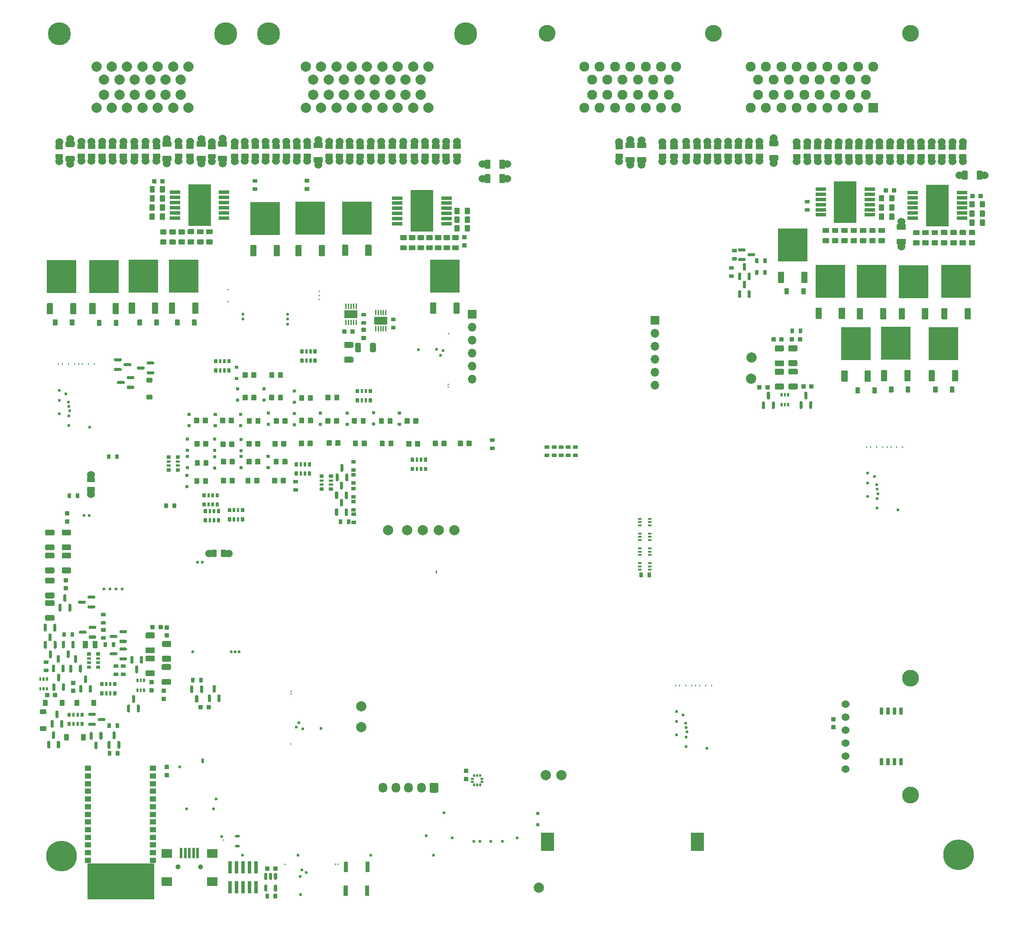
<source format=gts>
G04 #@! TF.GenerationSoftware,KiCad,Pcbnew,(6.0.9)*
G04 #@! TF.CreationDate,2022-12-17T22:45:46+03:00*
G04 #@! TF.ProjectId,alphax_8ch,616c7068-6178-45f3-9863-682e6b696361,a*
G04 #@! TF.SameCoordinates,PX141f5e0PYa2cace0*
G04 #@! TF.FileFunction,Soldermask,Top*
G04 #@! TF.FilePolarity,Negative*
%FSLAX46Y46*%
G04 Gerber Fmt 4.6, Leading zero omitted, Abs format (unit mm)*
G04 Created by KiCad (PCBNEW (6.0.9)) date 2022-12-17 22:45:46*
%MOMM*%
%LPD*%
G01*
G04 APERTURE LIST*
%ADD10C,0.120000*%
%ADD11O,0.200000X0.399999*%
%ADD12C,0.599999*%
%ADD13C,1.524000*%
%ADD14C,4.500000*%
%ADD15C,2.000000*%
%ADD16R,0.650000X0.400000*%
%ADD17C,6.000000*%
%ADD18R,2.000000X0.650000*%
%ADD19R,4.500000X8.100000*%
%ADD20R,5.800000X6.400000*%
%ADD21C,1.000000*%
%ADD22R,0.500000X2.000000*%
%ADD23R,2.000000X1.700000*%
%ADD24C,0.600000*%
%ADD25O,0.499999X0.250000*%
%ADD26O,0.250000X0.499999*%
%ADD27O,0.499999X1.000001*%
%ADD28O,0.499999X0.200000*%
%ADD29R,1.700000X1.700000*%
%ADD30O,1.700000X1.700000*%
%ADD31R,2.600000X1.500000*%
%ADD32C,3.300000*%
%ADD33R,1.950000X1.950000*%
%ADD34C,1.950000*%
%ADD35R,1.300000X1.000000*%
%ADD36O,1.700000X1.950000*%
%ADD37R,2.600000X3.600000*%
%ADD38C,3.302000*%
%ADD39R,0.690000X1.350000*%
%ADD40O,1.000001X0.499999*%
%ADD41R,0.740000X2.400000*%
G04 APERTURE END LIST*
G04 #@! TO.C,U4*
G36*
X22850000Y200000D02*
G01*
X9850000Y200000D01*
X9850000Y7200000D01*
X22850000Y7200000D01*
X22850000Y200000D01*
G37*
D10*
X22850000Y200000D02*
X9850000Y200000D01*
X9850000Y7200000D01*
X22850000Y7200000D01*
X22850000Y200000D01*
G04 #@! TD*
D11*
G04 #@! TO.C,M4*
X124835163Y41996475D03*
X125595142Y41996475D03*
X126770135Y41996475D03*
X127945122Y41996475D03*
X128785034Y41996475D03*
X129535106Y41996475D03*
X130710117Y41996475D03*
X131885114Y41996475D03*
D12*
X126845111Y31896868D03*
X125010101Y32321876D03*
X127060109Y32871873D03*
X126845114Y33746832D03*
X126770107Y34596855D03*
X125010101Y34921871D03*
X126320101Y36221838D03*
X125010101Y36871855D03*
X130935116Y29696852D03*
X126860110Y29996854D03*
G04 #@! TD*
G04 #@! TO.C,D53*
G36*
G01*
X150270000Y119605000D02*
X150270000Y118585000D01*
G75*
G02*
X150180000Y118495000I-90000J0D01*
G01*
X149460000Y118495000D01*
G75*
G02*
X149370000Y118585000I0J90000D01*
G01*
X149370000Y119605000D01*
G75*
G02*
X149460000Y119695000I90000J0D01*
G01*
X150180000Y119695000D01*
G75*
G02*
X150270000Y119605000I0J-90000D01*
G01*
G37*
G36*
G01*
X146970000Y119605000D02*
X146970000Y118585000D01*
G75*
G02*
X146880000Y118495000I-90000J0D01*
G01*
X146160000Y118495000D01*
G75*
G02*
X146070000Y118585000I0J90000D01*
G01*
X146070000Y119605000D01*
G75*
G02*
X146160000Y119695000I90000J0D01*
G01*
X146880000Y119695000D01*
G75*
G02*
X146970000Y119605000I0J-90000D01*
G01*
G37*
G04 #@! TD*
G04 #@! TO.C,R8*
G36*
G01*
X159325000Y144929999D02*
X158075000Y144929999D01*
G75*
G02*
X157975000Y145029999I0J100000D01*
G01*
X157975000Y145829999D01*
G75*
G02*
X158075000Y145929999I100000J0D01*
G01*
X159325000Y145929999D01*
G75*
G02*
X159425000Y145829999I0J-100000D01*
G01*
X159425000Y145029999D01*
G75*
G02*
X159325000Y144929999I-100000J0D01*
G01*
G37*
D13*
X158700000Y144475000D03*
G36*
G01*
X159325000Y146830021D02*
X158075000Y146830021D01*
G75*
G02*
X157975000Y146930021I0J100000D01*
G01*
X157975000Y147730021D01*
G75*
G02*
X158075000Y147830021I100000J0D01*
G01*
X159325000Y147830021D01*
G75*
G02*
X159425000Y147730021I0J-100000D01*
G01*
X159425000Y146930021D01*
G75*
G02*
X159325000Y146830021I-100000J0D01*
G01*
G37*
X158700000Y148285000D03*
G04 #@! TD*
G04 #@! TO.C,D70*
G36*
G01*
X70532503Y92841498D02*
X70532503Y93321498D01*
G75*
G02*
X70592503Y93381498I60000J0D01*
G01*
X71072503Y93381498D01*
G75*
G02*
X71132503Y93321498I0J-60000D01*
G01*
X71132503Y92841498D01*
G75*
G02*
X71072503Y92781498I-60000J0D01*
G01*
X70592503Y92781498D01*
G75*
G02*
X70532503Y92841498I0J60000D01*
G01*
G37*
G36*
G01*
X70532503Y95041498D02*
X70532503Y95521498D01*
G75*
G02*
X70592503Y95581498I60000J0D01*
G01*
X71072503Y95581498D01*
G75*
G02*
X71132503Y95521498I0J-60000D01*
G01*
X71132503Y95041498D01*
G75*
G02*
X71072503Y94981498I-60000J0D01*
G01*
X70592503Y94981498D01*
G75*
G02*
X70532503Y95041498I0J60000D01*
G01*
G37*
G04 #@! TD*
G04 #@! TO.C,C18*
G36*
G01*
X184865001Y138054993D02*
X184865001Y137374993D01*
G75*
G02*
X184780001Y137289993I-85000J0D01*
G01*
X184100001Y137289993D01*
G75*
G02*
X184015001Y137374993I0J85000D01*
G01*
X184015001Y138054993D01*
G75*
G02*
X184100001Y138139993I85000J0D01*
G01*
X184780001Y138139993D01*
G75*
G02*
X184865001Y138054993I0J-85000D01*
G01*
G37*
G36*
G01*
X183284999Y138054993D02*
X183284999Y137374993D01*
G75*
G02*
X183199999Y137289993I-85000J0D01*
G01*
X182519999Y137289993D01*
G75*
G02*
X182434999Y137374993I0J85000D01*
G01*
X182434999Y138054993D01*
G75*
G02*
X182519999Y138139993I85000J0D01*
G01*
X183199999Y138139993D01*
G75*
G02*
X183284999Y138054993I0J-85000D01*
G01*
G37*
G04 #@! TD*
D14*
G04 #@! TO.C,J22*
X4370000Y169500000D03*
X36870000Y169500000D03*
D15*
X29620000Y163000000D03*
X26620000Y163000000D03*
X23620000Y163000000D03*
X20620000Y163000000D03*
X17620000Y163000000D03*
X14620000Y163000000D03*
X11620000Y163000000D03*
X28120000Y160500000D03*
X25120000Y160500000D03*
X22120000Y160500000D03*
X19120000Y160500000D03*
X16120000Y160500000D03*
X13120000Y160500000D03*
X28120000Y157500000D03*
X25120000Y157500000D03*
X22120000Y157500000D03*
X19120000Y157500000D03*
X16120000Y157500000D03*
X13120000Y157500000D03*
X29620000Y155000000D03*
X26620000Y155000000D03*
X23620000Y155000000D03*
X20620000Y155000000D03*
X17620000Y155000000D03*
X14620000Y155000000D03*
X11620000Y155000000D03*
G04 #@! TD*
G04 #@! TO.C,R29*
G36*
G01*
X12610000Y53200010D02*
X13390000Y53200010D01*
G75*
G02*
X13460000Y53130010I0J-70000D01*
G01*
X13460000Y52570010D01*
G75*
G02*
X13390000Y52500010I-70000J0D01*
G01*
X12610000Y52500010D01*
G75*
G02*
X12540000Y52570010I0J70000D01*
G01*
X12540000Y53130010D01*
G75*
G02*
X12610000Y53200010I70000J0D01*
G01*
G37*
G36*
G01*
X12610000Y51600010D02*
X13390000Y51600010D01*
G75*
G02*
X13460000Y51530010I0J-70000D01*
G01*
X13460000Y50970010D01*
G75*
G02*
X13390000Y50900010I-70000J0D01*
G01*
X12610000Y50900010D01*
G75*
G02*
X12540000Y50970010I0J70000D01*
G01*
X12540000Y51530010D01*
G75*
G02*
X12610000Y51600010I70000J0D01*
G01*
G37*
G04 #@! TD*
G04 #@! TO.C,R1014*
G36*
G01*
X120050000Y63990000D02*
X120050000Y63210000D01*
G75*
G02*
X119980000Y63140000I-70000J0D01*
G01*
X119420000Y63140000D01*
G75*
G02*
X119350000Y63210000I0J70000D01*
G01*
X119350000Y63990000D01*
G75*
G02*
X119420000Y64060000I70000J0D01*
G01*
X119980000Y64060000D01*
G75*
G02*
X120050000Y63990000I0J-70000D01*
G01*
G37*
G36*
G01*
X118450000Y63990000D02*
X118450000Y63210000D01*
G75*
G02*
X118380000Y63140000I-70000J0D01*
G01*
X117820000Y63140000D01*
G75*
G02*
X117750000Y63210000I0J70000D01*
G01*
X117750000Y63990000D01*
G75*
G02*
X117820000Y64060000I70000J0D01*
G01*
X118380000Y64060000D01*
G75*
G02*
X118450000Y63990000I0J-70000D01*
G01*
G37*
G04 #@! TD*
G04 #@! TO.C,C19*
G36*
G01*
X167955001Y139184993D02*
X167955001Y138504993D01*
G75*
G02*
X167870001Y138419993I-85000J0D01*
G01*
X167190001Y138419993D01*
G75*
G02*
X167105001Y138504993I0J85000D01*
G01*
X167105001Y139184993D01*
G75*
G02*
X167190001Y139269993I85000J0D01*
G01*
X167870001Y139269993D01*
G75*
G02*
X167955001Y139184993I0J-85000D01*
G01*
G37*
G36*
G01*
X166374999Y139184993D02*
X166374999Y138504993D01*
G75*
G02*
X166289999Y138419993I-85000J0D01*
G01*
X165609999Y138419993D01*
G75*
G02*
X165524999Y138504993I0J85000D01*
G01*
X165524999Y139184993D01*
G75*
G02*
X165609999Y139269993I85000J0D01*
G01*
X166289999Y139269993D01*
G75*
G02*
X166374999Y139184993I0J-85000D01*
G01*
G37*
G04 #@! TD*
G04 #@! TO.C,R90*
G36*
G01*
X150190000Y136950000D02*
X150970000Y136950000D01*
G75*
G02*
X151040000Y136880000I0J-70000D01*
G01*
X151040000Y136320000D01*
G75*
G02*
X150970000Y136250000I-70000J0D01*
G01*
X150190000Y136250000D01*
G75*
G02*
X150120000Y136320000I0J70000D01*
G01*
X150120000Y136880000D01*
G75*
G02*
X150190000Y136950000I70000J0D01*
G01*
G37*
G36*
G01*
X150190000Y135350000D02*
X150970000Y135350000D01*
G75*
G02*
X151040000Y135280000I0J-70000D01*
G01*
X151040000Y134720000D01*
G75*
G02*
X150970000Y134650000I-70000J0D01*
G01*
X150190000Y134650000D01*
G75*
G02*
X150120000Y134720000I0J70000D01*
G01*
X150120000Y135280000D01*
G75*
G02*
X150190000Y135350000I70000J0D01*
G01*
G37*
G04 #@! TD*
G04 #@! TO.C,C26*
G36*
G01*
X31385000Y131240000D02*
X32435000Y131240000D01*
G75*
G02*
X32535000Y131140000I0J-100000D01*
G01*
X32535000Y130340000D01*
G75*
G02*
X32435000Y130240000I-100000J0D01*
G01*
X31385000Y130240000D01*
G75*
G02*
X31285000Y130340000I0J100000D01*
G01*
X31285000Y131140000D01*
G75*
G02*
X31385000Y131240000I100000J0D01*
G01*
G37*
G36*
G01*
X31385000Y129240000D02*
X32435000Y129240000D01*
G75*
G02*
X32535000Y129140000I0J-100000D01*
G01*
X32535000Y128340000D01*
G75*
G02*
X32435000Y128240000I-100000J0D01*
G01*
X31385000Y128240000D01*
G75*
G02*
X31285000Y128340000I0J100000D01*
G01*
X31285000Y129140000D01*
G75*
G02*
X31385000Y129240000I100000J0D01*
G01*
G37*
G04 #@! TD*
G04 #@! TO.C,R2*
G36*
G01*
X32600000Y73955000D02*
X32600000Y74625000D01*
G75*
G02*
X32665000Y74690000I65000J0D01*
G01*
X33185000Y74690000D01*
G75*
G02*
X33250000Y74625000I0J-65000D01*
G01*
X33250000Y73955000D01*
G75*
G02*
X33185000Y73890000I-65000J0D01*
G01*
X32665000Y73890000D01*
G75*
G02*
X32600000Y73955000I0J65000D01*
G01*
G37*
G36*
G01*
X33575000Y73935000D02*
X33575000Y74645000D01*
G75*
G02*
X33620000Y74690000I45000J0D01*
G01*
X33980000Y74690000D01*
G75*
G02*
X34025000Y74645000I0J-45000D01*
G01*
X34025000Y73935000D01*
G75*
G02*
X33980000Y73890000I-45000J0D01*
G01*
X33620000Y73890000D01*
G75*
G02*
X33575000Y73935000I0J45000D01*
G01*
G37*
G36*
G01*
X34375000Y73935000D02*
X34375000Y74645000D01*
G75*
G02*
X34420000Y74690000I45000J0D01*
G01*
X34780000Y74690000D01*
G75*
G02*
X34825000Y74645000I0J-45000D01*
G01*
X34825000Y73935000D01*
G75*
G02*
X34780000Y73890000I-45000J0D01*
G01*
X34420000Y73890000D01*
G75*
G02*
X34375000Y73935000I0J45000D01*
G01*
G37*
G36*
G01*
X35150000Y73955000D02*
X35150000Y74625000D01*
G75*
G02*
X35215000Y74690000I65000J0D01*
G01*
X35735000Y74690000D01*
G75*
G02*
X35800000Y74625000I0J-65000D01*
G01*
X35800000Y73955000D01*
G75*
G02*
X35735000Y73890000I-65000J0D01*
G01*
X35215000Y73890000D01*
G75*
G02*
X35150000Y73955000I0J65000D01*
G01*
G37*
G36*
G01*
X35150000Y75755000D02*
X35150000Y76425000D01*
G75*
G02*
X35215000Y76490000I65000J0D01*
G01*
X35735000Y76490000D01*
G75*
G02*
X35800000Y76425000I0J-65000D01*
G01*
X35800000Y75755000D01*
G75*
G02*
X35735000Y75690000I-65000J0D01*
G01*
X35215000Y75690000D01*
G75*
G02*
X35150000Y75755000I0J65000D01*
G01*
G37*
G36*
G01*
X34375000Y75735000D02*
X34375000Y76445000D01*
G75*
G02*
X34420000Y76490000I45000J0D01*
G01*
X34780000Y76490000D01*
G75*
G02*
X34825000Y76445000I0J-45000D01*
G01*
X34825000Y75735000D01*
G75*
G02*
X34780000Y75690000I-45000J0D01*
G01*
X34420000Y75690000D01*
G75*
G02*
X34375000Y75735000I0J45000D01*
G01*
G37*
G36*
G01*
X33575000Y75735000D02*
X33575000Y76445000D01*
G75*
G02*
X33620000Y76490000I45000J0D01*
G01*
X33980000Y76490000D01*
G75*
G02*
X34025000Y76445000I0J-45000D01*
G01*
X34025000Y75735000D01*
G75*
G02*
X33980000Y75690000I-45000J0D01*
G01*
X33620000Y75690000D01*
G75*
G02*
X33575000Y75735000I0J45000D01*
G01*
G37*
G36*
G01*
X32600000Y75755000D02*
X32600000Y76425000D01*
G75*
G02*
X32665000Y76490000I65000J0D01*
G01*
X33185000Y76490000D01*
G75*
G02*
X33250000Y76425000I0J-65000D01*
G01*
X33250000Y75755000D01*
G75*
G02*
X33185000Y75690000I-65000J0D01*
G01*
X32665000Y75690000D01*
G75*
G02*
X32600000Y75755000I0J65000D01*
G01*
G37*
G04 #@! TD*
G04 #@! TO.C,C44*
G36*
G01*
X22030000Y136755000D02*
X22030000Y137805000D01*
G75*
G02*
X22130000Y137905000I100000J0D01*
G01*
X22930000Y137905000D01*
G75*
G02*
X23030000Y137805000I0J-100000D01*
G01*
X23030000Y136755000D01*
G75*
G02*
X22930000Y136655000I-100000J0D01*
G01*
X22130000Y136655000D01*
G75*
G02*
X22030000Y136755000I0J100000D01*
G01*
G37*
G36*
G01*
X24030000Y136755000D02*
X24030000Y137805000D01*
G75*
G02*
X24130000Y137905000I100000J0D01*
G01*
X24930000Y137905000D01*
G75*
G02*
X25030000Y137805000I0J-100000D01*
G01*
X25030000Y136755000D01*
G75*
G02*
X24930000Y136655000I-100000J0D01*
G01*
X24130000Y136655000D01*
G75*
G02*
X24030000Y136755000I0J100000D01*
G01*
G37*
G04 #@! TD*
G04 #@! TO.C,D36*
G36*
G01*
X48649999Y82499998D02*
X48649999Y81599998D01*
G75*
G02*
X48549999Y81499998I-100000J0D01*
G01*
X47749999Y81499998D01*
G75*
G02*
X47649999Y81599998I0J100000D01*
G01*
X47649999Y82499998D01*
G75*
G02*
X47749999Y82599998I100000J0D01*
G01*
X48549999Y82599998D01*
G75*
G02*
X48649999Y82499998I0J-100000D01*
G01*
G37*
G36*
G01*
X46949999Y82499998D02*
X46949999Y81599998D01*
G75*
G02*
X46849999Y81499998I-100000J0D01*
G01*
X46049999Y81499998D01*
G75*
G02*
X45949999Y81599998I0J100000D01*
G01*
X45949999Y82499998D01*
G75*
G02*
X46049999Y82599998I100000J0D01*
G01*
X46849999Y82599998D01*
G75*
G02*
X46949999Y82499998I0J-100000D01*
G01*
G37*
G04 #@! TD*
G04 #@! TO.C,C49*
G36*
G01*
X167580000Y134195000D02*
X167580000Y133145000D01*
G75*
G02*
X167480000Y133045000I-100000J0D01*
G01*
X166680000Y133045000D01*
G75*
G02*
X166580000Y133145000I0J100000D01*
G01*
X166580000Y134195000D01*
G75*
G02*
X166680000Y134295000I100000J0D01*
G01*
X167480000Y134295000D01*
G75*
G02*
X167580000Y134195000I0J-100000D01*
G01*
G37*
G36*
G01*
X165580000Y134195000D02*
X165580000Y133145000D01*
G75*
G02*
X165480000Y133045000I-100000J0D01*
G01*
X164680000Y133045000D01*
G75*
G02*
X164580000Y133145000I0J100000D01*
G01*
X164580000Y134195000D01*
G75*
G02*
X164680000Y134295000I100000J0D01*
G01*
X165480000Y134295000D01*
G75*
G02*
X165580000Y134195000I0J-100000D01*
G01*
G37*
G04 #@! TD*
G04 #@! TO.C,R4*
G36*
G01*
X50380000Y83105000D02*
X50380000Y83775000D01*
G75*
G02*
X50445000Y83840000I65000J0D01*
G01*
X50965000Y83840000D01*
G75*
G02*
X51030000Y83775000I0J-65000D01*
G01*
X51030000Y83105000D01*
G75*
G02*
X50965000Y83040000I-65000J0D01*
G01*
X50445000Y83040000D01*
G75*
G02*
X50380000Y83105000I0J65000D01*
G01*
G37*
G36*
G01*
X51355000Y83085000D02*
X51355000Y83795000D01*
G75*
G02*
X51400000Y83840000I45000J0D01*
G01*
X51760000Y83840000D01*
G75*
G02*
X51805000Y83795000I0J-45000D01*
G01*
X51805000Y83085000D01*
G75*
G02*
X51760000Y83040000I-45000J0D01*
G01*
X51400000Y83040000D01*
G75*
G02*
X51355000Y83085000I0J45000D01*
G01*
G37*
G36*
G01*
X52155000Y83085000D02*
X52155000Y83795000D01*
G75*
G02*
X52200000Y83840000I45000J0D01*
G01*
X52560000Y83840000D01*
G75*
G02*
X52605000Y83795000I0J-45000D01*
G01*
X52605000Y83085000D01*
G75*
G02*
X52560000Y83040000I-45000J0D01*
G01*
X52200000Y83040000D01*
G75*
G02*
X52155000Y83085000I0J45000D01*
G01*
G37*
G36*
G01*
X52930000Y83105000D02*
X52930000Y83775000D01*
G75*
G02*
X52995000Y83840000I65000J0D01*
G01*
X53515000Y83840000D01*
G75*
G02*
X53580000Y83775000I0J-65000D01*
G01*
X53580000Y83105000D01*
G75*
G02*
X53515000Y83040000I-65000J0D01*
G01*
X52995000Y83040000D01*
G75*
G02*
X52930000Y83105000I0J65000D01*
G01*
G37*
G36*
G01*
X52930000Y84905000D02*
X52930000Y85575000D01*
G75*
G02*
X52995000Y85640000I65000J0D01*
G01*
X53515000Y85640000D01*
G75*
G02*
X53580000Y85575000I0J-65000D01*
G01*
X53580000Y84905000D01*
G75*
G02*
X53515000Y84840000I-65000J0D01*
G01*
X52995000Y84840000D01*
G75*
G02*
X52930000Y84905000I0J65000D01*
G01*
G37*
G36*
G01*
X52155000Y84885000D02*
X52155000Y85595000D01*
G75*
G02*
X52200000Y85640000I45000J0D01*
G01*
X52560000Y85640000D01*
G75*
G02*
X52605000Y85595000I0J-45000D01*
G01*
X52605000Y84885000D01*
G75*
G02*
X52560000Y84840000I-45000J0D01*
G01*
X52200000Y84840000D01*
G75*
G02*
X52155000Y84885000I0J45000D01*
G01*
G37*
G36*
G01*
X51355000Y84885000D02*
X51355000Y85595000D01*
G75*
G02*
X51400000Y85640000I45000J0D01*
G01*
X51760000Y85640000D01*
G75*
G02*
X51805000Y85595000I0J-45000D01*
G01*
X51805000Y84885000D01*
G75*
G02*
X51760000Y84840000I-45000J0D01*
G01*
X51400000Y84840000D01*
G75*
G02*
X51355000Y84885000I0J45000D01*
G01*
G37*
G36*
G01*
X50380000Y84905000D02*
X50380000Y85575000D01*
G75*
G02*
X50445000Y85640000I65000J0D01*
G01*
X50965000Y85640000D01*
G75*
G02*
X51030000Y85575000I0J-65000D01*
G01*
X51030000Y84905000D01*
G75*
G02*
X50965000Y84840000I-65000J0D01*
G01*
X50445000Y84840000D01*
G75*
G02*
X50380000Y84905000I0J65000D01*
G01*
G37*
G04 #@! TD*
G04 #@! TO.C,D30*
G36*
G01*
X38700001Y101771501D02*
X38700001Y102251501D01*
G75*
G02*
X38760001Y102311501I60000J0D01*
G01*
X39240001Y102311501D01*
G75*
G02*
X39300001Y102251501I0J-60000D01*
G01*
X39300001Y101771501D01*
G75*
G02*
X39240001Y101711501I-60000J0D01*
G01*
X38760001Y101711501D01*
G75*
G02*
X38700001Y101771501I0J60000D01*
G01*
G37*
G36*
G01*
X38700001Y103971501D02*
X38700001Y104451501D01*
G75*
G02*
X38760001Y104511501I60000J0D01*
G01*
X39240001Y104511501D01*
G75*
G02*
X39300001Y104451501I0J-60000D01*
G01*
X39300001Y103971501D01*
G75*
G02*
X39240001Y103911501I-60000J0D01*
G01*
X38760001Y103911501D01*
G75*
G02*
X38700001Y103971501I0J60000D01*
G01*
G37*
G04 #@! TD*
D16*
G04 #@! TO.C,U8*
X117850000Y74600000D03*
X117850000Y73950000D03*
X117850000Y73300000D03*
X119750000Y73300000D03*
X119750000Y73950000D03*
X119750000Y74600000D03*
G04 #@! TD*
G04 #@! TO.C,C3*
G36*
G01*
X25060000Y26435001D02*
X25740000Y26435001D01*
G75*
G02*
X25825000Y26350001I0J-85000D01*
G01*
X25825000Y25670001D01*
G75*
G02*
X25740000Y25585001I-85000J0D01*
G01*
X25060000Y25585001D01*
G75*
G02*
X24975000Y25670001I0J85000D01*
G01*
X24975000Y26350001D01*
G75*
G02*
X25060000Y26435001I85000J0D01*
G01*
G37*
G36*
G01*
X25060000Y24854999D02*
X25740000Y24854999D01*
G75*
G02*
X25825000Y24769999I0J-85000D01*
G01*
X25825000Y24089999D01*
G75*
G02*
X25740000Y24004999I-85000J0D01*
G01*
X25060000Y24004999D01*
G75*
G02*
X24975000Y24089999I0J85000D01*
G01*
X24975000Y24769999D01*
G75*
G02*
X25060000Y24854999I85000J0D01*
G01*
G37*
G04 #@! TD*
G04 #@! TO.C,D46*
G36*
G01*
X44052503Y97601498D02*
X44052503Y98081498D01*
G75*
G02*
X44112503Y98141498I60000J0D01*
G01*
X44592503Y98141498D01*
G75*
G02*
X44652503Y98081498I0J-60000D01*
G01*
X44652503Y97601498D01*
G75*
G02*
X44592503Y97541498I-60000J0D01*
G01*
X44112503Y97541498D01*
G75*
G02*
X44052503Y97601498I0J60000D01*
G01*
G37*
G36*
G01*
X44052503Y99801498D02*
X44052503Y100281498D01*
G75*
G02*
X44112503Y100341498I60000J0D01*
G01*
X44592503Y100341498D01*
G75*
G02*
X44652503Y100281498I0J-60000D01*
G01*
X44652503Y99801498D01*
G75*
G02*
X44592503Y99741498I-60000J0D01*
G01*
X44112503Y99741498D01*
G75*
G02*
X44052503Y99801498I0J60000D01*
G01*
G37*
G04 #@! TD*
G04 #@! TO.C,R87*
G36*
G01*
X61470000Y80820000D02*
X62250000Y80820000D01*
G75*
G02*
X62320000Y80750000I0J-70000D01*
G01*
X62320000Y80190000D01*
G75*
G02*
X62250000Y80120000I-70000J0D01*
G01*
X61470000Y80120000D01*
G75*
G02*
X61400000Y80190000I0J70000D01*
G01*
X61400000Y80750000D01*
G75*
G02*
X61470000Y80820000I70000J0D01*
G01*
G37*
G36*
G01*
X61470000Y79220000D02*
X62250000Y79220000D01*
G75*
G02*
X62320000Y79150000I0J-70000D01*
G01*
X62320000Y78590000D01*
G75*
G02*
X62250000Y78520000I-70000J0D01*
G01*
X61470000Y78520000D01*
G75*
G02*
X61400000Y78590000I0J70000D01*
G01*
X61400000Y79150000D01*
G75*
G02*
X61470000Y79220000I70000J0D01*
G01*
G37*
G04 #@! TD*
G04 #@! TO.C,R93*
G36*
G01*
X27043000Y147910001D02*
X28293000Y147910001D01*
G75*
G02*
X28393000Y147810001I0J-100000D01*
G01*
X28393000Y147010001D01*
G75*
G02*
X28293000Y146910001I-100000J0D01*
G01*
X27043000Y146910001D01*
G75*
G02*
X26943000Y147010001I0J100000D01*
G01*
X26943000Y147810001D01*
G75*
G02*
X27043000Y147910001I100000J0D01*
G01*
G37*
D13*
X27668000Y148365000D03*
G36*
G01*
X27043000Y146009979D02*
X28293000Y146009979D01*
G75*
G02*
X28393000Y145909979I0J-100000D01*
G01*
X28393000Y145109979D01*
G75*
G02*
X28293000Y145009979I-100000J0D01*
G01*
X27043000Y145009979D01*
G75*
G02*
X26943000Y145109979I0J100000D01*
G01*
X26943000Y145909979D01*
G75*
G02*
X27043000Y146009979I100000J0D01*
G01*
G37*
X27668000Y144555000D03*
G04 #@! TD*
G04 #@! TO.C,R95*
G36*
G01*
X101460000Y86640000D02*
X100680000Y86640000D01*
G75*
G02*
X100610000Y86710000I0J70000D01*
G01*
X100610000Y87270000D01*
G75*
G02*
X100680000Y87340000I70000J0D01*
G01*
X101460000Y87340000D01*
G75*
G02*
X101530000Y87270000I0J-70000D01*
G01*
X101530000Y86710000D01*
G75*
G02*
X101460000Y86640000I-70000J0D01*
G01*
G37*
G36*
G01*
X101460000Y88240000D02*
X100680000Y88240000D01*
G75*
G02*
X100610000Y88310000I0J70000D01*
G01*
X100610000Y88870000D01*
G75*
G02*
X100680000Y88940000I70000J0D01*
G01*
X101460000Y88940000D01*
G75*
G02*
X101530000Y88870000I0J-70000D01*
G01*
X101530000Y88310000D01*
G75*
G02*
X101460000Y88240000I-70000J0D01*
G01*
G37*
G04 #@! TD*
D17*
G04 #@! TO.C,J8*
X4803000Y8619000D03*
G04 #@! TD*
G04 #@! TO.C,D34*
G36*
G01*
X38649999Y82489998D02*
X38649999Y81589998D01*
G75*
G02*
X38549999Y81489998I-100000J0D01*
G01*
X37749999Y81489998D01*
G75*
G02*
X37649999Y81589998I0J100000D01*
G01*
X37649999Y82489998D01*
G75*
G02*
X37749999Y82589998I100000J0D01*
G01*
X38549999Y82589998D01*
G75*
G02*
X38649999Y82489998I0J-100000D01*
G01*
G37*
G36*
G01*
X36949999Y82489998D02*
X36949999Y81589998D01*
G75*
G02*
X36849999Y81489998I-100000J0D01*
G01*
X36049999Y81489998D01*
G75*
G02*
X35949999Y81589998I0J100000D01*
G01*
X35949999Y82489998D01*
G75*
G02*
X36049999Y82589998I100000J0D01*
G01*
X36849999Y82589998D01*
G75*
G02*
X36949999Y82489998I0J-100000D01*
G01*
G37*
G04 #@! TD*
D13*
G04 #@! TO.C,R59*
X79950000Y148355000D03*
G36*
G01*
X79325000Y147900001D02*
X80575000Y147900001D01*
G75*
G02*
X80675000Y147800001I0J-100000D01*
G01*
X80675000Y147000001D01*
G75*
G02*
X80575000Y146900001I-100000J0D01*
G01*
X79325000Y146900001D01*
G75*
G02*
X79225000Y147000001I0J100000D01*
G01*
X79225000Y147800001D01*
G75*
G02*
X79325000Y147900001I100000J0D01*
G01*
G37*
X79950000Y144545000D03*
G36*
G01*
X79325000Y145999979D02*
X80575000Y145999979D01*
G75*
G02*
X80675000Y145899979I0J-100000D01*
G01*
X80675000Y145099979D01*
G75*
G02*
X80575000Y144999979I-100000J0D01*
G01*
X79325000Y144999979D01*
G75*
G02*
X79225000Y145099979I0J100000D01*
G01*
X79225000Y145899979D01*
G75*
G02*
X79325000Y145999979I100000J0D01*
G01*
G37*
G04 #@! TD*
G04 #@! TO.C,R9*
X154650000Y144495000D03*
G36*
G01*
X155275000Y144949999D02*
X154025000Y144949999D01*
G75*
G02*
X153925000Y145049999I0J100000D01*
G01*
X153925000Y145849999D01*
G75*
G02*
X154025000Y145949999I100000J0D01*
G01*
X155275000Y145949999D01*
G75*
G02*
X155375000Y145849999I0J-100000D01*
G01*
X155375000Y145049999D01*
G75*
G02*
X155275000Y144949999I-100000J0D01*
G01*
G37*
X154650000Y148305000D03*
G36*
G01*
X155275000Y146850021D02*
X154025000Y146850021D01*
G75*
G02*
X153925000Y146950021I0J100000D01*
G01*
X153925000Y147750021D01*
G75*
G02*
X154025000Y147850021I100000J0D01*
G01*
X155275000Y147850021D01*
G75*
G02*
X155375000Y147750021I0J-100000D01*
G01*
X155375000Y146950021D01*
G75*
G02*
X155275000Y146850021I-100000J0D01*
G01*
G37*
G04 #@! TD*
G04 #@! TO.C,R68*
G36*
G01*
X53439000Y145009999D02*
X52189000Y145009999D01*
G75*
G02*
X52089000Y145109999I0J100000D01*
G01*
X52089000Y145909999D01*
G75*
G02*
X52189000Y146009999I100000J0D01*
G01*
X53439000Y146009999D01*
G75*
G02*
X53539000Y145909999I0J-100000D01*
G01*
X53539000Y145109999D01*
G75*
G02*
X53439000Y145009999I-100000J0D01*
G01*
G37*
X52814000Y144555000D03*
X52814000Y148365000D03*
G36*
G01*
X53439000Y146910021D02*
X52189000Y146910021D01*
G75*
G02*
X52089000Y147010021I0J100000D01*
G01*
X52089000Y147810021D01*
G75*
G02*
X52189000Y147910021I100000J0D01*
G01*
X53439000Y147910021D01*
G75*
G02*
X53539000Y147810021I0J-100000D01*
G01*
X53539000Y147010021D01*
G75*
G02*
X53439000Y146910021I-100000J0D01*
G01*
G37*
G04 #@! TD*
G04 #@! TO.C,R1034*
G36*
G01*
X146020000Y105355000D02*
X146020000Y104665000D01*
G75*
G02*
X145790000Y104435000I-230000J0D01*
G01*
X144450000Y104435000D01*
G75*
G02*
X144220000Y104665000I0J230000D01*
G01*
X144220000Y105355000D01*
G75*
G02*
X144450000Y105585000I230000J0D01*
G01*
X145790000Y105585000D01*
G75*
G02*
X146020000Y105355000I0J-230000D01*
G01*
G37*
G36*
G01*
X146020000Y108255020D02*
X146020000Y107565020D01*
G75*
G02*
X145790000Y107335020I-230000J0D01*
G01*
X144450000Y107335020D01*
G75*
G02*
X144220000Y107565020I0J230000D01*
G01*
X144220000Y108255020D01*
G75*
G02*
X144450000Y108485020I230000J0D01*
G01*
X145790000Y108485020D01*
G75*
G02*
X146020000Y108255020I0J-230000D01*
G01*
G37*
G04 #@! TD*
G04 #@! TO.C,R21*
G36*
G01*
X3400000Y59945000D02*
X3400000Y59255000D01*
G75*
G02*
X3170000Y59025000I-230000J0D01*
G01*
X1830000Y59025000D01*
G75*
G02*
X1600000Y59255000I0J230000D01*
G01*
X1600000Y59945000D01*
G75*
G02*
X1830000Y60175000I230000J0D01*
G01*
X3170000Y60175000D01*
G75*
G02*
X3400000Y59945000I0J-230000D01*
G01*
G37*
G36*
G01*
X3400000Y62845020D02*
X3400000Y62155020D01*
G75*
G02*
X3170000Y61925020I-230000J0D01*
G01*
X1830000Y61925020D01*
G75*
G02*
X1600000Y62155020I0J230000D01*
G01*
X1600000Y62845020D01*
G75*
G02*
X1830000Y63075020I230000J0D01*
G01*
X3170000Y63075020D01*
G75*
G02*
X3400000Y62845020I0J-230000D01*
G01*
G37*
G04 #@! TD*
D18*
G04 #@! TO.C,U10*
X162777400Y134052022D03*
X162777400Y135052022D03*
X162777400Y136052022D03*
X162777400Y137052022D03*
X162777400Y138052022D03*
X162777400Y139052022D03*
X153177400Y139052022D03*
X153177400Y138052022D03*
X153177400Y137052022D03*
X153177400Y136052022D03*
X153177400Y135052022D03*
X153177400Y134052022D03*
D19*
X157977400Y136552022D03*
G04 #@! TD*
D15*
G04 #@! TO.C,J5*
X102530000Y24470000D03*
G04 #@! TD*
D13*
G04 #@! TO.C,R82*
X4350000Y148325000D03*
G36*
G01*
X3725000Y147870001D02*
X4975000Y147870001D01*
G75*
G02*
X5075000Y147770001I0J-100000D01*
G01*
X5075000Y146970001D01*
G75*
G02*
X4975000Y146870001I-100000J0D01*
G01*
X3725000Y146870001D01*
G75*
G02*
X3625000Y146970001I0J100000D01*
G01*
X3625000Y147770001D01*
G75*
G02*
X3725000Y147870001I100000J0D01*
G01*
G37*
G36*
G01*
X3725000Y145969979D02*
X4975000Y145969979D01*
G75*
G02*
X5075000Y145869979I0J-100000D01*
G01*
X5075000Y145069979D01*
G75*
G02*
X4975000Y144969979I-100000J0D01*
G01*
X3725000Y144969979D01*
G75*
G02*
X3625000Y145069979I0J100000D01*
G01*
X3625000Y145869979D01*
G75*
G02*
X3725000Y145969979I100000J0D01*
G01*
G37*
X4350000Y144515000D03*
G04 #@! TD*
G04 #@! TO.C,D49*
G36*
G01*
X15064500Y105550500D02*
X15064500Y105850500D01*
G75*
G02*
X15214500Y106000500I150000J0D01*
G01*
X16389500Y106000500D01*
G75*
G02*
X16539500Y105850500I0J-150000D01*
G01*
X16539500Y105550500D01*
G75*
G02*
X16389500Y105400500I-150000J0D01*
G01*
X15214500Y105400500D01*
G75*
G02*
X15064500Y105550500I0J150000D01*
G01*
G37*
G36*
G01*
X16939500Y104600500D02*
X16939500Y104900500D01*
G75*
G02*
X17089500Y105050500I150000J0D01*
G01*
X18264500Y105050500D01*
G75*
G02*
X18414500Y104900500I0J-150000D01*
G01*
X18414500Y104600500D01*
G75*
G02*
X18264500Y104450500I-150000J0D01*
G01*
X17089500Y104450500D01*
G75*
G02*
X16939500Y104600500I0J150000D01*
G01*
G37*
G36*
G01*
X15064500Y103650500D02*
X15064500Y103950500D01*
G75*
G02*
X15214500Y104100500I150000J0D01*
G01*
X16389500Y104100500D01*
G75*
G02*
X16539500Y103950500I0J-150000D01*
G01*
X16539500Y103650500D01*
G75*
G02*
X16389500Y103500500I-150000J0D01*
G01*
X15214500Y103500500D01*
G75*
G02*
X15064500Y103650500I0J150000D01*
G01*
G37*
G04 #@! TD*
G04 #@! TO.C,F4*
X91950000Y141150000D03*
G36*
G01*
X90605010Y142050000D02*
X91295010Y142050000D01*
G75*
G02*
X91525010Y141820000I0J-230000D01*
G01*
X91525010Y140480000D01*
G75*
G02*
X91295010Y140250000I-230000J0D01*
G01*
X90605010Y140250000D01*
G75*
G02*
X90375010Y140480000I0J230000D01*
G01*
X90375010Y141820000D01*
G75*
G02*
X90605010Y142050000I230000J0D01*
G01*
G37*
X87050000Y141150000D03*
G36*
G01*
X87704990Y142050000D02*
X88394990Y142050000D01*
G75*
G02*
X88624990Y141820000I0J-230000D01*
G01*
X88624990Y140480000D01*
G75*
G02*
X88394990Y140250000I-230000J0D01*
G01*
X87704990Y140250000D01*
G75*
G02*
X87474990Y140480000I0J230000D01*
G01*
X87474990Y141820000D01*
G75*
G02*
X87704990Y142050000I230000J0D01*
G01*
G37*
G04 #@! TD*
G04 #@! TO.C,Q13*
G36*
G01*
X137460000Y121275000D02*
X137160000Y121275000D01*
G75*
G02*
X137010000Y121425000I0J150000D01*
G01*
X137010000Y122600000D01*
G75*
G02*
X137160000Y122750000I150000J0D01*
G01*
X137460000Y122750000D01*
G75*
G02*
X137610000Y122600000I0J-150000D01*
G01*
X137610000Y121425000D01*
G75*
G02*
X137460000Y121275000I-150000J0D01*
G01*
G37*
G36*
G01*
X138410000Y123150000D02*
X138110000Y123150000D01*
G75*
G02*
X137960000Y123300000I0J150000D01*
G01*
X137960000Y124475000D01*
G75*
G02*
X138110000Y124625000I150000J0D01*
G01*
X138410000Y124625000D01*
G75*
G02*
X138560000Y124475000I0J-150000D01*
G01*
X138560000Y123300000D01*
G75*
G02*
X138410000Y123150000I-150000J0D01*
G01*
G37*
G36*
G01*
X139360000Y121275000D02*
X139060000Y121275000D01*
G75*
G02*
X138910000Y121425000I0J150000D01*
G01*
X138910000Y122600000D01*
G75*
G02*
X139060000Y122750000I150000J0D01*
G01*
X139360000Y122750000D01*
G75*
G02*
X139510000Y122600000I0J-150000D01*
G01*
X139510000Y121425000D01*
G75*
G02*
X139360000Y121275000I-150000J0D01*
G01*
G37*
G04 #@! TD*
G04 #@! TO.C,R91*
X40622000Y144555000D03*
G36*
G01*
X41247000Y145009999D02*
X39997000Y145009999D01*
G75*
G02*
X39897000Y145109999I0J100000D01*
G01*
X39897000Y145909999D01*
G75*
G02*
X39997000Y146009999I100000J0D01*
G01*
X41247000Y146009999D01*
G75*
G02*
X41347000Y145909999I0J-100000D01*
G01*
X41347000Y145109999D01*
G75*
G02*
X41247000Y145009999I-100000J0D01*
G01*
G37*
G36*
G01*
X41247000Y146910021D02*
X39997000Y146910021D01*
G75*
G02*
X39897000Y147010021I0J100000D01*
G01*
X39897000Y147810021D01*
G75*
G02*
X39997000Y147910021I100000J0D01*
G01*
X41247000Y147910021D01*
G75*
G02*
X41347000Y147810021I0J-100000D01*
G01*
X41347000Y147010021D01*
G75*
G02*
X41247000Y146910021I-100000J0D01*
G01*
G37*
X40622000Y148365000D03*
G04 #@! TD*
G04 #@! TO.C,C43*
G36*
G01*
X24990000Y134215000D02*
X24990000Y133165000D01*
G75*
G02*
X24890000Y133065000I-100000J0D01*
G01*
X24090000Y133065000D01*
G75*
G02*
X23990000Y133165000I0J100000D01*
G01*
X23990000Y134215000D01*
G75*
G02*
X24090000Y134315000I100000J0D01*
G01*
X24890000Y134315000D01*
G75*
G02*
X24990000Y134215000I0J-100000D01*
G01*
G37*
G36*
G01*
X22990000Y134215000D02*
X22990000Y133165000D01*
G75*
G02*
X22890000Y133065000I-100000J0D01*
G01*
X22090000Y133065000D01*
G75*
G02*
X21990000Y133165000I0J100000D01*
G01*
X21990000Y134215000D01*
G75*
G02*
X22090000Y134315000I100000J0D01*
G01*
X22890000Y134315000D01*
G75*
G02*
X22990000Y134215000I0J-100000D01*
G01*
G37*
G04 #@! TD*
G04 #@! TO.C,D1*
G36*
G01*
X39500001Y100250002D02*
X39500001Y99770002D01*
G75*
G02*
X39440001Y99710002I-60000J0D01*
G01*
X38960001Y99710002D01*
G75*
G02*
X38900001Y99770002I0J60000D01*
G01*
X38900001Y100250002D01*
G75*
G02*
X38960001Y100310002I60000J0D01*
G01*
X39440001Y100310002D01*
G75*
G02*
X39500001Y100250002I0J-60000D01*
G01*
G37*
G36*
G01*
X39500001Y98050002D02*
X39500001Y97570002D01*
G75*
G02*
X39440001Y97510002I-60000J0D01*
G01*
X38960001Y97510002D01*
G75*
G02*
X38900001Y97570002I0J60000D01*
G01*
X38900001Y98050002D01*
G75*
G02*
X38960001Y98110002I60000J0D01*
G01*
X39440001Y98110002D01*
G75*
G02*
X39500001Y98050002I0J-60000D01*
G01*
G37*
G04 #@! TD*
G04 #@! TO.C,D15*
G36*
G01*
X38499999Y94239998D02*
X38499999Y93339998D01*
G75*
G02*
X38399999Y93239998I-100000J0D01*
G01*
X37599999Y93239998D01*
G75*
G02*
X37499999Y93339998I0J100000D01*
G01*
X37499999Y94239998D01*
G75*
G02*
X37599999Y94339998I100000J0D01*
G01*
X38399999Y94339998D01*
G75*
G02*
X38499999Y94239998I0J-100000D01*
G01*
G37*
G36*
G01*
X36799999Y94239998D02*
X36799999Y93339998D01*
G75*
G02*
X36699999Y93239998I-100000J0D01*
G01*
X35899999Y93239998D01*
G75*
G02*
X35799999Y93339998I0J100000D01*
G01*
X35799999Y94239998D01*
G75*
G02*
X35899999Y94339998I100000J0D01*
G01*
X36699999Y94339998D01*
G75*
G02*
X36799999Y94239998I0J-100000D01*
G01*
G37*
G04 #@! TD*
G04 #@! TO.C,D78*
G36*
G01*
X11375000Y57500000D02*
X11375000Y57200000D01*
G75*
G02*
X11225000Y57050000I-150000J0D01*
G01*
X10050000Y57050000D01*
G75*
G02*
X9900000Y57200000I0J150000D01*
G01*
X9900000Y57500000D01*
G75*
G02*
X10050000Y57650000I150000J0D01*
G01*
X11225000Y57650000D01*
G75*
G02*
X11375000Y57500000I0J-150000D01*
G01*
G37*
G36*
G01*
X11375000Y59400000D02*
X11375000Y59100000D01*
G75*
G02*
X11225000Y58950000I-150000J0D01*
G01*
X10050000Y58950000D01*
G75*
G02*
X9900000Y59100000I0J150000D01*
G01*
X9900000Y59400000D01*
G75*
G02*
X10050000Y59550000I150000J0D01*
G01*
X11225000Y59550000D01*
G75*
G02*
X11375000Y59400000I0J-150000D01*
G01*
G37*
G36*
G01*
X9500000Y58450000D02*
X9500000Y58150000D01*
G75*
G02*
X9350000Y58000000I-150000J0D01*
G01*
X8175000Y58000000D01*
G75*
G02*
X8025000Y58150000I0J150000D01*
G01*
X8025000Y58450000D01*
G75*
G02*
X8175000Y58600000I150000J0D01*
G01*
X9350000Y58600000D01*
G75*
G02*
X9500000Y58450000I0J-150000D01*
G01*
G37*
G04 #@! TD*
G04 #@! TO.C,C59*
G36*
G01*
X145965001Y110000010D02*
X145965001Y109320010D01*
G75*
G02*
X145880001Y109235010I-85000J0D01*
G01*
X145200001Y109235010D01*
G75*
G02*
X145115001Y109320010I0J85000D01*
G01*
X145115001Y110000010D01*
G75*
G02*
X145200001Y110085010I85000J0D01*
G01*
X145880001Y110085010D01*
G75*
G02*
X145965001Y110000010I0J-85000D01*
G01*
G37*
G36*
G01*
X144384999Y110000010D02*
X144384999Y109320010D01*
G75*
G02*
X144299999Y109235010I-85000J0D01*
G01*
X143619999Y109235010D01*
G75*
G02*
X143534999Y109320010I0J85000D01*
G01*
X143534999Y110000010D01*
G75*
G02*
X143619999Y110085010I85000J0D01*
G01*
X144299999Y110085010D01*
G75*
G02*
X144384999Y110000010I0J-85000D01*
G01*
G37*
G04 #@! TD*
G04 #@! TO.C,C1*
G36*
G01*
X63510000Y111985001D02*
X64190000Y111985001D01*
G75*
G02*
X64275000Y111900001I0J-85000D01*
G01*
X64275000Y111220001D01*
G75*
G02*
X64190000Y111135001I-85000J0D01*
G01*
X63510000Y111135001D01*
G75*
G02*
X63425000Y111220001I0J85000D01*
G01*
X63425000Y111900001D01*
G75*
G02*
X63510000Y111985001I85000J0D01*
G01*
G37*
G36*
G01*
X63510000Y110404999D02*
X64190000Y110404999D01*
G75*
G02*
X64275000Y110319999I0J-85000D01*
G01*
X64275000Y109639999D01*
G75*
G02*
X64190000Y109554999I-85000J0D01*
G01*
X63510000Y109554999D01*
G75*
G02*
X63425000Y109639999I0J85000D01*
G01*
X63425000Y110319999D01*
G75*
G02*
X63510000Y110404999I85000J0D01*
G01*
G37*
G04 #@! TD*
G04 #@! TO.C,Q29*
G36*
G01*
X158315000Y101415000D02*
X157355000Y101415000D01*
G75*
G02*
X157235000Y101535000I0J120000D01*
G01*
X157235000Y103495000D01*
G75*
G02*
X157355000Y103615000I120000J0D01*
G01*
X158315000Y103615000D01*
G75*
G02*
X158435000Y103495000I0J-120000D01*
G01*
X158435000Y101535000D01*
G75*
G02*
X158315000Y101415000I-120000J0D01*
G01*
G37*
D20*
X160115000Y108815000D03*
G36*
G01*
X162875000Y101415000D02*
X161915000Y101415000D01*
G75*
G02*
X161795000Y101535000I0J120000D01*
G01*
X161795000Y103495000D01*
G75*
G02*
X161915000Y103615000I120000J0D01*
G01*
X162875000Y103615000D01*
G75*
G02*
X162995000Y103495000I0J-120000D01*
G01*
X162995000Y101535000D01*
G75*
G02*
X162875000Y101415000I-120000J0D01*
G01*
G37*
G04 #@! TD*
G04 #@! TO.C,S1*
G36*
G01*
X64950001Y2770000D02*
X64950001Y930000D01*
G75*
G02*
X64870001Y850000I-80000J0D01*
G01*
X64230001Y850000D01*
G75*
G02*
X64150001Y930000I0J80000D01*
G01*
X64150001Y2770000D01*
G75*
G02*
X64230001Y2850000I80000J0D01*
G01*
X64870001Y2850000D01*
G75*
G02*
X64950001Y2770000I0J-80000D01*
G01*
G37*
G36*
G01*
X60750000Y2770000D02*
X60750000Y930000D01*
G75*
G02*
X60670000Y850000I-80000J0D01*
G01*
X60030000Y850000D01*
G75*
G02*
X59950000Y930000I0J80000D01*
G01*
X59950000Y2770000D01*
G75*
G02*
X60030000Y2850000I80000J0D01*
G01*
X60670000Y2850000D01*
G75*
G02*
X60750000Y2770000I0J-80000D01*
G01*
G37*
G04 #@! TD*
G04 #@! TO.C,C32*
G36*
G01*
X22020000Y134955000D02*
X22020000Y136005000D01*
G75*
G02*
X22120000Y136105000I100000J0D01*
G01*
X22920000Y136105000D01*
G75*
G02*
X23020000Y136005000I0J-100000D01*
G01*
X23020000Y134955000D01*
G75*
G02*
X22920000Y134855000I-100000J0D01*
G01*
X22120000Y134855000D01*
G75*
G02*
X22020000Y134955000I0J100000D01*
G01*
G37*
G36*
G01*
X24020000Y134955000D02*
X24020000Y136005000D01*
G75*
G02*
X24120000Y136105000I100000J0D01*
G01*
X24920000Y136105000D01*
G75*
G02*
X25020000Y136005000I0J-100000D01*
G01*
X25020000Y134955000D01*
G75*
G02*
X24920000Y134855000I-100000J0D01*
G01*
X24120000Y134855000D01*
G75*
G02*
X24020000Y134955000I0J100000D01*
G01*
G37*
G04 #@! TD*
G04 #@! TO.C,D6*
G36*
G01*
X35020000Y90410000D02*
X35020000Y89930000D01*
G75*
G02*
X34960000Y89870000I-60000J0D01*
G01*
X34480000Y89870000D01*
G75*
G02*
X34420000Y89930000I0J60000D01*
G01*
X34420000Y90410000D01*
G75*
G02*
X34480000Y90470000I60000J0D01*
G01*
X34960000Y90470000D01*
G75*
G02*
X35020000Y90410000I0J-60000D01*
G01*
G37*
G36*
G01*
X35020000Y88210000D02*
X35020000Y87730000D01*
G75*
G02*
X34960000Y87670000I-60000J0D01*
G01*
X34480000Y87670000D01*
G75*
G02*
X34420000Y87730000I0J60000D01*
G01*
X34420000Y88210000D01*
G75*
G02*
X34480000Y88270000I60000J0D01*
G01*
X34960000Y88270000D01*
G75*
G02*
X35020000Y88210000I0J-60000D01*
G01*
G37*
G04 #@! TD*
D16*
G04 #@! TO.C,U14*
X117860000Y68800000D03*
X117860000Y68150000D03*
X117860000Y67500000D03*
X119760000Y67500000D03*
X119760000Y68150000D03*
X119760000Y68800000D03*
G04 #@! TD*
G04 #@! TO.C,C4*
G36*
G01*
X47015001Y6490000D02*
X47015001Y5810000D01*
G75*
G02*
X46930001Y5725000I-85000J0D01*
G01*
X46250001Y5725000D01*
G75*
G02*
X46165001Y5810000I0J85000D01*
G01*
X46165001Y6490000D01*
G75*
G02*
X46250001Y6575000I85000J0D01*
G01*
X46930001Y6575000D01*
G75*
G02*
X47015001Y6490000I0J-85000D01*
G01*
G37*
G36*
G01*
X45434999Y6490000D02*
X45434999Y5810000D01*
G75*
G02*
X45349999Y5725000I-85000J0D01*
G01*
X44669999Y5725000D01*
G75*
G02*
X44584999Y5810000I0J85000D01*
G01*
X44584999Y6490000D01*
G75*
G02*
X44669999Y6575000I85000J0D01*
G01*
X45349999Y6575000D01*
G75*
G02*
X45434999Y6490000I0J-85000D01*
G01*
G37*
G04 #@! TD*
G04 #@! TO.C,Q1*
G36*
G01*
X2450000Y29675010D02*
X2150000Y29675010D01*
G75*
G02*
X2000000Y29825010I0J150000D01*
G01*
X2000000Y31000010D01*
G75*
G02*
X2150000Y31150010I150000J0D01*
G01*
X2450000Y31150010D01*
G75*
G02*
X2600000Y31000010I0J-150000D01*
G01*
X2600000Y29825010D01*
G75*
G02*
X2450000Y29675010I-150000J0D01*
G01*
G37*
G36*
G01*
X3400000Y31550010D02*
X3100000Y31550010D01*
G75*
G02*
X2950000Y31700010I0J150000D01*
G01*
X2950000Y32875010D01*
G75*
G02*
X3100000Y33025010I150000J0D01*
G01*
X3400000Y33025010D01*
G75*
G02*
X3550000Y32875010I0J-150000D01*
G01*
X3550000Y31700010D01*
G75*
G02*
X3400000Y31550010I-150000J0D01*
G01*
G37*
G36*
G01*
X4350000Y29675010D02*
X4050000Y29675010D01*
G75*
G02*
X3900000Y29825010I0J150000D01*
G01*
X3900000Y31000010D01*
G75*
G02*
X4050000Y31150010I150000J0D01*
G01*
X4350000Y31150010D01*
G75*
G02*
X4500000Y31000010I0J-150000D01*
G01*
X4500000Y29825010D01*
G75*
G02*
X4350000Y29675010I-150000J0D01*
G01*
G37*
G04 #@! TD*
G04 #@! TO.C,R24*
G36*
G01*
X3400000Y64845000D02*
X3400000Y64155000D01*
G75*
G02*
X3170000Y63925000I-230000J0D01*
G01*
X1830000Y63925000D01*
G75*
G02*
X1600000Y64155000I0J230000D01*
G01*
X1600000Y64845000D01*
G75*
G02*
X1830000Y65075000I230000J0D01*
G01*
X3170000Y65075000D01*
G75*
G02*
X3400000Y64845000I0J-230000D01*
G01*
G37*
G36*
G01*
X3400000Y67745020D02*
X3400000Y67055020D01*
G75*
G02*
X3170000Y66825020I-230000J0D01*
G01*
X1830000Y66825020D01*
G75*
G02*
X1600000Y67055020I0J230000D01*
G01*
X1600000Y67745020D01*
G75*
G02*
X1830000Y67975020I230000J0D01*
G01*
X3170000Y67975020D01*
G75*
G02*
X3400000Y67745020I0J-230000D01*
G01*
G37*
G04 #@! TD*
G04 #@! TO.C,R50*
G36*
G01*
X32350000Y77055000D02*
X32350000Y77725000D01*
G75*
G02*
X32415000Y77790000I65000J0D01*
G01*
X32935000Y77790000D01*
G75*
G02*
X33000000Y77725000I0J-65000D01*
G01*
X33000000Y77055000D01*
G75*
G02*
X32935000Y76990000I-65000J0D01*
G01*
X32415000Y76990000D01*
G75*
G02*
X32350000Y77055000I0J65000D01*
G01*
G37*
G36*
G01*
X33325000Y77035000D02*
X33325000Y77745000D01*
G75*
G02*
X33370000Y77790000I45000J0D01*
G01*
X33730000Y77790000D01*
G75*
G02*
X33775000Y77745000I0J-45000D01*
G01*
X33775000Y77035000D01*
G75*
G02*
X33730000Y76990000I-45000J0D01*
G01*
X33370000Y76990000D01*
G75*
G02*
X33325000Y77035000I0J45000D01*
G01*
G37*
G36*
G01*
X34125000Y77035000D02*
X34125000Y77745000D01*
G75*
G02*
X34170000Y77790000I45000J0D01*
G01*
X34530000Y77790000D01*
G75*
G02*
X34575000Y77745000I0J-45000D01*
G01*
X34575000Y77035000D01*
G75*
G02*
X34530000Y76990000I-45000J0D01*
G01*
X34170000Y76990000D01*
G75*
G02*
X34125000Y77035000I0J45000D01*
G01*
G37*
G36*
G01*
X34900000Y77055000D02*
X34900000Y77725000D01*
G75*
G02*
X34965000Y77790000I65000J0D01*
G01*
X35485000Y77790000D01*
G75*
G02*
X35550000Y77725000I0J-65000D01*
G01*
X35550000Y77055000D01*
G75*
G02*
X35485000Y76990000I-65000J0D01*
G01*
X34965000Y76990000D01*
G75*
G02*
X34900000Y77055000I0J65000D01*
G01*
G37*
G36*
G01*
X34900000Y78855000D02*
X34900000Y79525000D01*
G75*
G02*
X34965000Y79590000I65000J0D01*
G01*
X35485000Y79590000D01*
G75*
G02*
X35550000Y79525000I0J-65000D01*
G01*
X35550000Y78855000D01*
G75*
G02*
X35485000Y78790000I-65000J0D01*
G01*
X34965000Y78790000D01*
G75*
G02*
X34900000Y78855000I0J65000D01*
G01*
G37*
G36*
G01*
X34125000Y78835000D02*
X34125000Y79545000D01*
G75*
G02*
X34170000Y79590000I45000J0D01*
G01*
X34530000Y79590000D01*
G75*
G02*
X34575000Y79545000I0J-45000D01*
G01*
X34575000Y78835000D01*
G75*
G02*
X34530000Y78790000I-45000J0D01*
G01*
X34170000Y78790000D01*
G75*
G02*
X34125000Y78835000I0J45000D01*
G01*
G37*
G36*
G01*
X33325000Y78835000D02*
X33325000Y79545000D01*
G75*
G02*
X33370000Y79590000I45000J0D01*
G01*
X33730000Y79590000D01*
G75*
G02*
X33775000Y79545000I0J-45000D01*
G01*
X33775000Y78835000D01*
G75*
G02*
X33730000Y78790000I-45000J0D01*
G01*
X33370000Y78790000D01*
G75*
G02*
X33325000Y78835000I0J45000D01*
G01*
G37*
G36*
G01*
X32350000Y78855000D02*
X32350000Y79525000D01*
G75*
G02*
X32415000Y79590000I65000J0D01*
G01*
X32935000Y79590000D01*
G75*
G02*
X33000000Y79525000I0J-65000D01*
G01*
X33000000Y78855000D01*
G75*
G02*
X32935000Y78790000I-65000J0D01*
G01*
X32415000Y78790000D01*
G75*
G02*
X32350000Y78855000I0J65000D01*
G01*
G37*
G04 #@! TD*
G04 #@! TO.C,C63*
G36*
G01*
X149384999Y100170010D02*
X149384999Y100850010D01*
G75*
G02*
X149469999Y100935010I85000J0D01*
G01*
X150149999Y100935010D01*
G75*
G02*
X150234999Y100850010I0J-85000D01*
G01*
X150234999Y100170010D01*
G75*
G02*
X150149999Y100085010I-85000J0D01*
G01*
X149469999Y100085010D01*
G75*
G02*
X149384999Y100170010I0J85000D01*
G01*
G37*
G36*
G01*
X150965001Y100170010D02*
X150965001Y100850010D01*
G75*
G02*
X151050001Y100935010I85000J0D01*
G01*
X151730001Y100935010D01*
G75*
G02*
X151815001Y100850010I0J-85000D01*
G01*
X151815001Y100170010D01*
G75*
G02*
X151730001Y100085010I-85000J0D01*
G01*
X151050001Y100085010D01*
G75*
G02*
X150965001Y100170010I0J85000D01*
G01*
G37*
G04 #@! TD*
G04 #@! TO.C,U5*
G36*
G01*
X20780000Y43285000D02*
X21100000Y43285000D01*
G75*
G02*
X21140000Y43245000I0J-40000D01*
G01*
X21140000Y42675000D01*
G75*
G02*
X21100000Y42635000I-40000J0D01*
G01*
X20780000Y42635000D01*
G75*
G02*
X20740000Y42675000I0J40000D01*
G01*
X20740000Y43245000D01*
G75*
G02*
X20780000Y43285000I40000J0D01*
G01*
G37*
G36*
G01*
X20130000Y43285000D02*
X20450000Y43285000D01*
G75*
G02*
X20490000Y43245000I0J-40000D01*
G01*
X20490000Y42675000D01*
G75*
G02*
X20450000Y42635000I-40000J0D01*
G01*
X20130000Y42635000D01*
G75*
G02*
X20090000Y42675000I0J40000D01*
G01*
X20090000Y43245000D01*
G75*
G02*
X20130000Y43285000I40000J0D01*
G01*
G37*
G36*
G01*
X19480000Y43285000D02*
X19800000Y43285000D01*
G75*
G02*
X19840000Y43245000I0J-40000D01*
G01*
X19840000Y42675000D01*
G75*
G02*
X19800000Y42635000I-40000J0D01*
G01*
X19480000Y42635000D01*
G75*
G02*
X19440000Y42675000I0J40000D01*
G01*
X19440000Y43245000D01*
G75*
G02*
X19480000Y43285000I40000J0D01*
G01*
G37*
G36*
G01*
X19480000Y41385000D02*
X19800000Y41385000D01*
G75*
G02*
X19840000Y41345000I0J-40000D01*
G01*
X19840000Y40775000D01*
G75*
G02*
X19800000Y40735000I-40000J0D01*
G01*
X19480000Y40735000D01*
G75*
G02*
X19440000Y40775000I0J40000D01*
G01*
X19440000Y41345000D01*
G75*
G02*
X19480000Y41385000I40000J0D01*
G01*
G37*
G36*
G01*
X20130000Y41385000D02*
X20450000Y41385000D01*
G75*
G02*
X20490000Y41345000I0J-40000D01*
G01*
X20490000Y40775000D01*
G75*
G02*
X20450000Y40735000I-40000J0D01*
G01*
X20130000Y40735000D01*
G75*
G02*
X20090000Y40775000I0J40000D01*
G01*
X20090000Y41345000D01*
G75*
G02*
X20130000Y41385000I40000J0D01*
G01*
G37*
G36*
G01*
X20780000Y41385000D02*
X21100000Y41385000D01*
G75*
G02*
X21140000Y41345000I0J-40000D01*
G01*
X21140000Y40775000D01*
G75*
G02*
X21100000Y40735000I-40000J0D01*
G01*
X20780000Y40735000D01*
G75*
G02*
X20740000Y40775000I0J40000D01*
G01*
X20740000Y41345000D01*
G75*
G02*
X20780000Y41385000I40000J0D01*
G01*
G37*
G04 #@! TD*
G04 #@! TO.C,Q39*
G36*
G01*
X60700000Y126010000D02*
X59740000Y126010000D01*
G75*
G02*
X59620000Y126130000I0J120000D01*
G01*
X59620000Y128090000D01*
G75*
G02*
X59740000Y128210000I120000J0D01*
G01*
X60700000Y128210000D01*
G75*
G02*
X60820000Y128090000I0J-120000D01*
G01*
X60820000Y126130000D01*
G75*
G02*
X60700000Y126010000I-120000J0D01*
G01*
G37*
D20*
X62500000Y133410000D03*
G36*
G01*
X65260000Y126010000D02*
X64300000Y126010000D01*
G75*
G02*
X64180000Y126130000I0J120000D01*
G01*
X64180000Y128090000D01*
G75*
G02*
X64300000Y128210000I120000J0D01*
G01*
X65260000Y128210000D01*
G75*
G02*
X65380000Y128090000I0J-120000D01*
G01*
X65380000Y126130000D01*
G75*
G02*
X65260000Y126010000I-120000J0D01*
G01*
G37*
G04 #@! TD*
G04 #@! TO.C,R1002*
G36*
G01*
X139775000Y145009999D02*
X138525000Y145009999D01*
G75*
G02*
X138425000Y145109999I0J100000D01*
G01*
X138425000Y145909999D01*
G75*
G02*
X138525000Y146009999I100000J0D01*
G01*
X139775000Y146009999D01*
G75*
G02*
X139875000Y145909999I0J-100000D01*
G01*
X139875000Y145109999D01*
G75*
G02*
X139775000Y145009999I-100000J0D01*
G01*
G37*
D13*
X139150000Y144555000D03*
G36*
G01*
X139775000Y146910021D02*
X138525000Y146910021D01*
G75*
G02*
X138425000Y147010021I0J100000D01*
G01*
X138425000Y147810021D01*
G75*
G02*
X138525000Y147910021I100000J0D01*
G01*
X139775000Y147910021D01*
G75*
G02*
X139875000Y147810021I0J-100000D01*
G01*
X139875000Y147010021D01*
G75*
G02*
X139775000Y146910021I-100000J0D01*
G01*
G37*
X139150000Y148365000D03*
G04 #@! TD*
D12*
G04 #@! TO.C,M16*
X79577495Y17084820D03*
X81152509Y12179811D03*
X93856527Y12188874D03*
X85377499Y11509810D03*
X86552503Y11509810D03*
X88727497Y11509810D03*
X90952499Y11509810D03*
G04 #@! TD*
D13*
G04 #@! TO.C,R1007*
X65230000Y144544979D03*
G36*
G01*
X65855000Y144999978D02*
X64605000Y144999978D01*
G75*
G02*
X64505000Y145099978I0J100000D01*
G01*
X64505000Y145899978D01*
G75*
G02*
X64605000Y145999978I100000J0D01*
G01*
X65855000Y145999978D01*
G75*
G02*
X65955000Y145899978I0J-100000D01*
G01*
X65955000Y145099978D01*
G75*
G02*
X65855000Y144999978I-100000J0D01*
G01*
G37*
G36*
G01*
X65855000Y146900000D02*
X64605000Y146900000D01*
G75*
G02*
X64505000Y147000000I0J100000D01*
G01*
X64505000Y147800000D01*
G75*
G02*
X64605000Y147900000I100000J0D01*
G01*
X65855000Y147900000D01*
G75*
G02*
X65955000Y147800000I0J-100000D01*
G01*
X65955000Y147000000D01*
G75*
G02*
X65855000Y146900000I-100000J0D01*
G01*
G37*
X65230000Y148354979D03*
G04 #@! TD*
G04 #@! TO.C,D28*
G36*
G01*
X5350000Y39060010D02*
X5350000Y38040010D01*
G75*
G02*
X5260000Y37950010I-90000J0D01*
G01*
X4540000Y37950010D01*
G75*
G02*
X4450000Y38040010I0J90000D01*
G01*
X4450000Y39060010D01*
G75*
G02*
X4540000Y39150010I90000J0D01*
G01*
X5260000Y39150010D01*
G75*
G02*
X5350000Y39060010I0J-90000D01*
G01*
G37*
G36*
G01*
X2050000Y39060010D02*
X2050000Y38040010D01*
G75*
G02*
X1960000Y37950010I-90000J0D01*
G01*
X1240000Y37950010D01*
G75*
G02*
X1150000Y38040010I0J90000D01*
G01*
X1150000Y39060010D01*
G75*
G02*
X1240000Y39150010I90000J0D01*
G01*
X1960000Y39150010D01*
G75*
G02*
X2050000Y39060010I0J-90000D01*
G01*
G37*
G04 #@! TD*
G04 #@! TO.C,C50*
G36*
G01*
X22040000Y138535000D02*
X22040000Y139585000D01*
G75*
G02*
X22140000Y139685000I100000J0D01*
G01*
X22940000Y139685000D01*
G75*
G02*
X23040000Y139585000I0J-100000D01*
G01*
X23040000Y138535000D01*
G75*
G02*
X22940000Y138435000I-100000J0D01*
G01*
X22140000Y138435000D01*
G75*
G02*
X22040000Y138535000I0J100000D01*
G01*
G37*
G36*
G01*
X24040000Y138535000D02*
X24040000Y139585000D01*
G75*
G02*
X24140000Y139685000I100000J0D01*
G01*
X24940000Y139685000D01*
G75*
G02*
X25040000Y139585000I0J-100000D01*
G01*
X25040000Y138535000D01*
G75*
G02*
X24940000Y138435000I-100000J0D01*
G01*
X24140000Y138435000D01*
G75*
G02*
X24040000Y138535000I0J100000D01*
G01*
G37*
G04 #@! TD*
G04 #@! TO.C,D12*
G36*
G01*
X53945001Y98660002D02*
X53945001Y97760002D01*
G75*
G02*
X53845001Y97660002I-100000J0D01*
G01*
X53045001Y97660002D01*
G75*
G02*
X52945001Y97760002I0J100000D01*
G01*
X52945001Y98660002D01*
G75*
G02*
X53045001Y98760002I100000J0D01*
G01*
X53845001Y98760002D01*
G75*
G02*
X53945001Y98660002I0J-100000D01*
G01*
G37*
G36*
G01*
X52245001Y98660002D02*
X52245001Y97760002D01*
G75*
G02*
X52145001Y97660002I-100000J0D01*
G01*
X51345001Y97660002D01*
G75*
G02*
X51245001Y97760002I0J100000D01*
G01*
X51245001Y98660002D01*
G75*
G02*
X51345001Y98760002I100000J0D01*
G01*
X52145001Y98760002D01*
G75*
G02*
X52245001Y98660002I0J-100000D01*
G01*
G37*
G04 #@! TD*
G04 #@! TO.C,D62*
G36*
G01*
X23820000Y113505000D02*
X23820000Y112485000D01*
G75*
G02*
X23730000Y112395000I-90000J0D01*
G01*
X23010000Y112395000D01*
G75*
G02*
X22920000Y112485000I0J90000D01*
G01*
X22920000Y113505000D01*
G75*
G02*
X23010000Y113595000I90000J0D01*
G01*
X23730000Y113595000D01*
G75*
G02*
X23820000Y113505000I0J-90000D01*
G01*
G37*
G36*
G01*
X20520000Y113505000D02*
X20520000Y112485000D01*
G75*
G02*
X20430000Y112395000I-90000J0D01*
G01*
X19710000Y112395000D01*
G75*
G02*
X19620000Y112485000I0J90000D01*
G01*
X19620000Y113505000D01*
G75*
G02*
X19710000Y113595000I90000J0D01*
G01*
X20430000Y113595000D01*
G75*
G02*
X20520000Y113505000I0J-90000D01*
G01*
G37*
G04 #@! TD*
G04 #@! TO.C,R38*
G36*
G01*
X13818000Y28324000D02*
X13818000Y29104000D01*
G75*
G02*
X13888000Y29174000I70000J0D01*
G01*
X14448000Y29174000D01*
G75*
G02*
X14518000Y29104000I0J-70000D01*
G01*
X14518000Y28324000D01*
G75*
G02*
X14448000Y28254000I-70000J0D01*
G01*
X13888000Y28254000D01*
G75*
G02*
X13818000Y28324000I0J70000D01*
G01*
G37*
G36*
G01*
X15418000Y28324000D02*
X15418000Y29104000D01*
G75*
G02*
X15488000Y29174000I70000J0D01*
G01*
X16048000Y29174000D01*
G75*
G02*
X16118000Y29104000I0J-70000D01*
G01*
X16118000Y28324000D01*
G75*
G02*
X16048000Y28254000I-70000J0D01*
G01*
X15488000Y28254000D01*
G75*
G02*
X15418000Y28324000I0J70000D01*
G01*
G37*
G04 #@! TD*
G04 #@! TO.C,D22*
G36*
G01*
X29587498Y83331499D02*
X29587498Y82851499D01*
G75*
G02*
X29527498Y82791499I-60000J0D01*
G01*
X29047498Y82791499D01*
G75*
G02*
X28987498Y82851499I0J60000D01*
G01*
X28987498Y83331499D01*
G75*
G02*
X29047498Y83391499I60000J0D01*
G01*
X29527498Y83391499D01*
G75*
G02*
X29587498Y83331499I0J-60000D01*
G01*
G37*
G36*
G01*
X29587498Y81131499D02*
X29587498Y80651499D01*
G75*
G02*
X29527498Y80591499I-60000J0D01*
G01*
X29047498Y80591499D01*
G75*
G02*
X28987498Y80651499I0J60000D01*
G01*
X28987498Y81131499D01*
G75*
G02*
X29047498Y81191499I60000J0D01*
G01*
X29527498Y81191499D01*
G75*
G02*
X29587498Y81131499I0J-60000D01*
G01*
G37*
G04 #@! TD*
D16*
G04 #@! TO.C,U9*
X117860000Y71700000D03*
X117860000Y71050000D03*
X117860000Y70400000D03*
X119760000Y70400000D03*
X119760000Y71050000D03*
X119760000Y71700000D03*
G04 #@! TD*
G04 #@! TO.C,C25*
G36*
G01*
X162775000Y131500000D02*
X163825000Y131500000D01*
G75*
G02*
X163925000Y131400000I0J-100000D01*
G01*
X163925000Y130600000D01*
G75*
G02*
X163825000Y130500000I-100000J0D01*
G01*
X162775000Y130500000D01*
G75*
G02*
X162675000Y130600000I0J100000D01*
G01*
X162675000Y131400000D01*
G75*
G02*
X162775000Y131500000I100000J0D01*
G01*
G37*
G36*
G01*
X162775000Y129500000D02*
X163825000Y129500000D01*
G75*
G02*
X163925000Y129400000I0J-100000D01*
G01*
X163925000Y128600000D01*
G75*
G02*
X163825000Y128500000I-100000J0D01*
G01*
X162775000Y128500000D01*
G75*
G02*
X162675000Y128600000I0J100000D01*
G01*
X162675000Y129400000D01*
G75*
G02*
X162775000Y129500000I100000J0D01*
G01*
G37*
G04 #@! TD*
G04 #@! TO.C,R32*
G36*
G01*
X140340000Y122370000D02*
X140340000Y123150000D01*
G75*
G02*
X140410000Y123220000I70000J0D01*
G01*
X140970000Y123220000D01*
G75*
G02*
X141040000Y123150000I0J-70000D01*
G01*
X141040000Y122370000D01*
G75*
G02*
X140970000Y122300000I-70000J0D01*
G01*
X140410000Y122300000D01*
G75*
G02*
X140340000Y122370000I0J70000D01*
G01*
G37*
G36*
G01*
X141940000Y122370000D02*
X141940000Y123150000D01*
G75*
G02*
X142010000Y123220000I70000J0D01*
G01*
X142570000Y123220000D01*
G75*
G02*
X142640000Y123150000I0J-70000D01*
G01*
X142640000Y122370000D01*
G75*
G02*
X142570000Y122300000I-70000J0D01*
G01*
X142010000Y122300000D01*
G75*
G02*
X141940000Y122370000I0J70000D01*
G01*
G37*
G04 #@! TD*
D13*
G04 #@! TO.C,F10*
X54970000Y148690000D03*
G36*
G01*
X54070000Y147345010D02*
X54070000Y148035010D01*
G75*
G02*
X54300000Y148265010I230000J0D01*
G01*
X55640000Y148265010D01*
G75*
G02*
X55870000Y148035010I0J-230000D01*
G01*
X55870000Y147345010D01*
G75*
G02*
X55640000Y147115010I-230000J0D01*
G01*
X54300000Y147115010D01*
G75*
G02*
X54070000Y147345010I0J230000D01*
G01*
G37*
G36*
G01*
X54070000Y144444990D02*
X54070000Y145134990D01*
G75*
G02*
X54300000Y145364990I230000J0D01*
G01*
X55640000Y145364990D01*
G75*
G02*
X55870000Y145134990I0J-230000D01*
G01*
X55870000Y144444990D01*
G75*
G02*
X55640000Y144214990I-230000J0D01*
G01*
X54300000Y144214990D01*
G75*
G02*
X54070000Y144444990I0J230000D01*
G01*
G37*
X54970000Y143790000D03*
G04 #@! TD*
G04 #@! TO.C,R1031*
G36*
G01*
X30090000Y42670000D02*
X30090000Y43450000D01*
G75*
G02*
X30160000Y43520000I70000J0D01*
G01*
X30720000Y43520000D01*
G75*
G02*
X30790000Y43450000I0J-70000D01*
G01*
X30790000Y42670000D01*
G75*
G02*
X30720000Y42600000I-70000J0D01*
G01*
X30160000Y42600000D01*
G75*
G02*
X30090000Y42670000I0J70000D01*
G01*
G37*
G36*
G01*
X31690000Y42670000D02*
X31690000Y43450000D01*
G75*
G02*
X31760000Y43520000I70000J0D01*
G01*
X32320000Y43520000D01*
G75*
G02*
X32390000Y43450000I0J-70000D01*
G01*
X32390000Y42670000D01*
G75*
G02*
X32320000Y42600000I-70000J0D01*
G01*
X31760000Y42600000D01*
G75*
G02*
X31690000Y42670000I0J70000D01*
G01*
G37*
G04 #@! TD*
G04 #@! TO.C,D11*
G36*
G01*
X42900000Y103160000D02*
X42900000Y102260000D01*
G75*
G02*
X42800000Y102160000I-100000J0D01*
G01*
X42000000Y102160000D01*
G75*
G02*
X41900000Y102260000I0J100000D01*
G01*
X41900000Y103160000D01*
G75*
G02*
X42000000Y103260000I100000J0D01*
G01*
X42800000Y103260000D01*
G75*
G02*
X42900000Y103160000I0J-100000D01*
G01*
G37*
G36*
G01*
X41200000Y103160000D02*
X41200000Y102260000D01*
G75*
G02*
X41100000Y102160000I-100000J0D01*
G01*
X40300000Y102160000D01*
G75*
G02*
X40200000Y102260000I0J100000D01*
G01*
X40200000Y103160000D01*
G75*
G02*
X40300000Y103260000I100000J0D01*
G01*
X41100000Y103260000D01*
G75*
G02*
X41200000Y103160000I0J-100000D01*
G01*
G37*
G04 #@! TD*
D15*
G04 #@! TO.C,J16*
X75450000Y72390000D03*
G04 #@! TD*
G04 #@! TO.C,D42*
G36*
G01*
X50000000Y92750000D02*
X50000000Y93230000D01*
G75*
G02*
X50060000Y93290000I60000J0D01*
G01*
X50540000Y93290000D01*
G75*
G02*
X50600000Y93230000I0J-60000D01*
G01*
X50600000Y92750000D01*
G75*
G02*
X50540000Y92690000I-60000J0D01*
G01*
X50060000Y92690000D01*
G75*
G02*
X50000000Y92750000I0J60000D01*
G01*
G37*
G36*
G01*
X50000000Y94950000D02*
X50000000Y95430000D01*
G75*
G02*
X50060000Y95490000I60000J0D01*
G01*
X50540000Y95490000D01*
G75*
G02*
X50600000Y95430000I0J-60000D01*
G01*
X50600000Y94950000D01*
G75*
G02*
X50540000Y94890000I-60000J0D01*
G01*
X50060000Y94890000D01*
G75*
G02*
X50000000Y94950000I0J60000D01*
G01*
G37*
G04 #@! TD*
G04 #@! TO.C,C23*
G36*
G01*
X33175000Y131240000D02*
X34225000Y131240000D01*
G75*
G02*
X34325000Y131140000I0J-100000D01*
G01*
X34325000Y130340000D01*
G75*
G02*
X34225000Y130240000I-100000J0D01*
G01*
X33175000Y130240000D01*
G75*
G02*
X33075000Y130340000I0J100000D01*
G01*
X33075000Y131140000D01*
G75*
G02*
X33175000Y131240000I100000J0D01*
G01*
G37*
G36*
G01*
X33175000Y129240000D02*
X34225000Y129240000D01*
G75*
G02*
X34325000Y129140000I0J-100000D01*
G01*
X34325000Y128340000D01*
G75*
G02*
X34225000Y128240000I-100000J0D01*
G01*
X33175000Y128240000D01*
G75*
G02*
X33075000Y128340000I0J100000D01*
G01*
X33075000Y129140000D01*
G75*
G02*
X33175000Y129240000I100000J0D01*
G01*
G37*
G04 #@! TD*
G04 #@! TO.C,C7*
G36*
G01*
X81285000Y130110000D02*
X82335000Y130110000D01*
G75*
G02*
X82435000Y130010000I0J-100000D01*
G01*
X82435000Y129210000D01*
G75*
G02*
X82335000Y129110000I-100000J0D01*
G01*
X81285000Y129110000D01*
G75*
G02*
X81185000Y129210000I0J100000D01*
G01*
X81185000Y130010000D01*
G75*
G02*
X81285000Y130110000I100000J0D01*
G01*
G37*
G36*
G01*
X81285000Y128110000D02*
X82335000Y128110000D01*
G75*
G02*
X82435000Y128010000I0J-100000D01*
G01*
X82435000Y127210000D01*
G75*
G02*
X82335000Y127110000I-100000J0D01*
G01*
X81285000Y127110000D01*
G75*
G02*
X81185000Y127210000I0J100000D01*
G01*
X81185000Y128010000D01*
G75*
G02*
X81285000Y128110000I100000J0D01*
G01*
G37*
G04 #@! TD*
G04 #@! TO.C,R11*
G36*
G01*
X157285000Y144979999D02*
X156035000Y144979999D01*
G75*
G02*
X155935000Y145079999I0J100000D01*
G01*
X155935000Y145879999D01*
G75*
G02*
X156035000Y145979999I100000J0D01*
G01*
X157285000Y145979999D01*
G75*
G02*
X157385000Y145879999I0J-100000D01*
G01*
X157385000Y145079999D01*
G75*
G02*
X157285000Y144979999I-100000J0D01*
G01*
G37*
D13*
X156660000Y144525000D03*
G36*
G01*
X157285000Y146880021D02*
X156035000Y146880021D01*
G75*
G02*
X155935000Y146980021I0J100000D01*
G01*
X155935000Y147780021D01*
G75*
G02*
X156035000Y147880021I100000J0D01*
G01*
X157285000Y147880021D01*
G75*
G02*
X157385000Y147780021I0J-100000D01*
G01*
X157385000Y146980021D01*
G75*
G02*
X157285000Y146880021I-100000J0D01*
G01*
G37*
X156660000Y148335000D03*
G04 #@! TD*
G04 #@! TO.C,R6*
G36*
G01*
X179545000Y144919999D02*
X178295000Y144919999D01*
G75*
G02*
X178195000Y145019999I0J100000D01*
G01*
X178195000Y145819999D01*
G75*
G02*
X178295000Y145919999I100000J0D01*
G01*
X179545000Y145919999D01*
G75*
G02*
X179645000Y145819999I0J-100000D01*
G01*
X179645000Y145019999D01*
G75*
G02*
X179545000Y144919999I-100000J0D01*
G01*
G37*
X178920000Y144465000D03*
G36*
G01*
X179545000Y146820021D02*
X178295000Y146820021D01*
G75*
G02*
X178195000Y146920021I0J100000D01*
G01*
X178195000Y147720021D01*
G75*
G02*
X178295000Y147820021I100000J0D01*
G01*
X179545000Y147820021D01*
G75*
G02*
X179645000Y147720021I0J-100000D01*
G01*
X179645000Y146920021D01*
G75*
G02*
X179545000Y146820021I-100000J0D01*
G01*
G37*
X178920000Y148275000D03*
G04 #@! TD*
G04 #@! TO.C,Q35*
G36*
G01*
X58810000Y81945000D02*
X58510000Y81945000D01*
G75*
G02*
X58360000Y82095000I0J150000D01*
G01*
X58360000Y83270000D01*
G75*
G02*
X58510000Y83420000I150000J0D01*
G01*
X58810000Y83420000D01*
G75*
G02*
X58960000Y83270000I0J-150000D01*
G01*
X58960000Y82095000D01*
G75*
G02*
X58810000Y81945000I-150000J0D01*
G01*
G37*
G36*
G01*
X59760000Y83820000D02*
X59460000Y83820000D01*
G75*
G02*
X59310000Y83970000I0J150000D01*
G01*
X59310000Y85145000D01*
G75*
G02*
X59460000Y85295000I150000J0D01*
G01*
X59760000Y85295000D01*
G75*
G02*
X59910000Y85145000I0J-150000D01*
G01*
X59910000Y83970000D01*
G75*
G02*
X59760000Y83820000I-150000J0D01*
G01*
G37*
G36*
G01*
X60710000Y81945000D02*
X60410000Y81945000D01*
G75*
G02*
X60260000Y82095000I0J150000D01*
G01*
X60260000Y83270000D01*
G75*
G02*
X60410000Y83420000I150000J0D01*
G01*
X60710000Y83420000D01*
G75*
G02*
X60860000Y83270000I0J-150000D01*
G01*
X60860000Y82095000D01*
G75*
G02*
X60710000Y81945000I-150000J0D01*
G01*
G37*
G04 #@! TD*
G04 #@! TO.C,R60*
G36*
G01*
X67945000Y145009999D02*
X66695000Y145009999D01*
G75*
G02*
X66595000Y145109999I0J100000D01*
G01*
X66595000Y145909999D01*
G75*
G02*
X66695000Y146009999I100000J0D01*
G01*
X67945000Y146009999D01*
G75*
G02*
X68045000Y145909999I0J-100000D01*
G01*
X68045000Y145109999D01*
G75*
G02*
X67945000Y145009999I-100000J0D01*
G01*
G37*
X67320000Y144555000D03*
G36*
G01*
X67945000Y146910021D02*
X66695000Y146910021D01*
G75*
G02*
X66595000Y147010021I0J100000D01*
G01*
X66595000Y147810021D01*
G75*
G02*
X66695000Y147910021I100000J0D01*
G01*
X67945000Y147910021D01*
G75*
G02*
X68045000Y147810021I0J-100000D01*
G01*
X68045000Y147010021D01*
G75*
G02*
X67945000Y146910021I-100000J0D01*
G01*
G37*
X67320000Y148365000D03*
G04 #@! TD*
D21*
G04 #@! TO.C,J1*
X32000000Y6500000D03*
X27600000Y6500000D03*
D22*
X28200000Y9200000D03*
X29000000Y9200000D03*
X29800000Y9200000D03*
X30600000Y9200000D03*
X31400000Y9200000D03*
D23*
X25350000Y9100000D03*
X34250000Y9100000D03*
X25350000Y3650000D03*
X34250000Y3650000D03*
G04 #@! TD*
D13*
G04 #@! TO.C,R1010*
X46718000Y144565000D03*
G36*
G01*
X47343000Y145019999D02*
X46093000Y145019999D01*
G75*
G02*
X45993000Y145119999I0J100000D01*
G01*
X45993000Y145919999D01*
G75*
G02*
X46093000Y146019999I100000J0D01*
G01*
X47343000Y146019999D01*
G75*
G02*
X47443000Y145919999I0J-100000D01*
G01*
X47443000Y145119999D01*
G75*
G02*
X47343000Y145019999I-100000J0D01*
G01*
G37*
G36*
G01*
X47343000Y146920021D02*
X46093000Y146920021D01*
G75*
G02*
X45993000Y147020021I0J100000D01*
G01*
X45993000Y147820021D01*
G75*
G02*
X46093000Y147920021I100000J0D01*
G01*
X47343000Y147920021D01*
G75*
G02*
X47443000Y147820021I0J-100000D01*
G01*
X47443000Y147020021D01*
G75*
G02*
X47343000Y146920021I-100000J0D01*
G01*
G37*
X46718000Y148375000D03*
G04 #@! TD*
G04 #@! TO.C,R36*
X135100000Y144555000D03*
G36*
G01*
X135725000Y145009999D02*
X134475000Y145009999D01*
G75*
G02*
X134375000Y145109999I0J100000D01*
G01*
X134375000Y145909999D01*
G75*
G02*
X134475000Y146009999I100000J0D01*
G01*
X135725000Y146009999D01*
G75*
G02*
X135825000Y145909999I0J-100000D01*
G01*
X135825000Y145109999D01*
G75*
G02*
X135725000Y145009999I-100000J0D01*
G01*
G37*
X135100000Y148365000D03*
G36*
G01*
X135725000Y146910021D02*
X134475000Y146910021D01*
G75*
G02*
X134375000Y147010021I0J100000D01*
G01*
X134375000Y147810021D01*
G75*
G02*
X134475000Y147910021I100000J0D01*
G01*
X135725000Y147910021D01*
G75*
G02*
X135825000Y147810021I0J-100000D01*
G01*
X135825000Y147010021D01*
G75*
G02*
X135725000Y146910021I-100000J0D01*
G01*
G37*
G04 #@! TD*
G04 #@! TO.C,R1023*
G36*
G01*
X102850000Y86640000D02*
X102070000Y86640000D01*
G75*
G02*
X102000000Y86710000I0J70000D01*
G01*
X102000000Y87270000D01*
G75*
G02*
X102070000Y87340000I70000J0D01*
G01*
X102850000Y87340000D01*
G75*
G02*
X102920000Y87270000I0J-70000D01*
G01*
X102920000Y86710000D01*
G75*
G02*
X102850000Y86640000I-70000J0D01*
G01*
G37*
G36*
G01*
X102850000Y88240000D02*
X102070000Y88240000D01*
G75*
G02*
X102000000Y88310000I0J70000D01*
G01*
X102000000Y88870000D01*
G75*
G02*
X102070000Y88940000I70000J0D01*
G01*
X102850000Y88940000D01*
G75*
G02*
X102920000Y88870000I0J-70000D01*
G01*
X102920000Y88310000D01*
G75*
G02*
X102850000Y88240000I-70000J0D01*
G01*
G37*
G04 #@! TD*
G04 #@! TO.C,R88*
G36*
G01*
X62250000Y81220000D02*
X61470000Y81220000D01*
G75*
G02*
X61400000Y81290000I0J70000D01*
G01*
X61400000Y81850000D01*
G75*
G02*
X61470000Y81920000I70000J0D01*
G01*
X62250000Y81920000D01*
G75*
G02*
X62320000Y81850000I0J-70000D01*
G01*
X62320000Y81290000D01*
G75*
G02*
X62250000Y81220000I-70000J0D01*
G01*
G37*
G36*
G01*
X62250000Y82820000D02*
X61470000Y82820000D01*
G75*
G02*
X61400000Y82890000I0J70000D01*
G01*
X61400000Y83450000D01*
G75*
G02*
X61470000Y83520000I70000J0D01*
G01*
X62250000Y83520000D01*
G75*
G02*
X62320000Y83450000I0J-70000D01*
G01*
X62320000Y82890000D01*
G75*
G02*
X62250000Y82820000I-70000J0D01*
G01*
G37*
G04 #@! TD*
G04 #@! TO.C,C24*
G36*
G01*
X180435000Y131078000D02*
X181485000Y131078000D01*
G75*
G02*
X181585000Y130978000I0J-100000D01*
G01*
X181585000Y130178000D01*
G75*
G02*
X181485000Y130078000I-100000J0D01*
G01*
X180435000Y130078000D01*
G75*
G02*
X180335000Y130178000I0J100000D01*
G01*
X180335000Y130978000D01*
G75*
G02*
X180435000Y131078000I100000J0D01*
G01*
G37*
G36*
G01*
X180435000Y129078000D02*
X181485000Y129078000D01*
G75*
G02*
X181585000Y128978000I0J-100000D01*
G01*
X181585000Y128178000D01*
G75*
G02*
X181485000Y128078000I-100000J0D01*
G01*
X180435000Y128078000D01*
G75*
G02*
X180335000Y128178000I0J100000D01*
G01*
X180335000Y128978000D01*
G75*
G02*
X180435000Y129078000I100000J0D01*
G01*
G37*
G04 #@! TD*
D24*
G04 #@! TO.C,M10*
X48950000Y114600000D03*
X48950000Y113650000D03*
X48950000Y112700002D03*
X40250000Y113700000D03*
X40250000Y114600000D03*
G04 #@! TD*
G04 #@! TO.C,R96*
G36*
G01*
X62290000Y97435000D02*
X62290000Y98105000D01*
G75*
G02*
X62355000Y98170000I65000J0D01*
G01*
X62875000Y98170000D01*
G75*
G02*
X62940000Y98105000I0J-65000D01*
G01*
X62940000Y97435000D01*
G75*
G02*
X62875000Y97370000I-65000J0D01*
G01*
X62355000Y97370000D01*
G75*
G02*
X62290000Y97435000I0J65000D01*
G01*
G37*
G36*
G01*
X63265000Y97415000D02*
X63265000Y98125000D01*
G75*
G02*
X63310000Y98170000I45000J0D01*
G01*
X63670000Y98170000D01*
G75*
G02*
X63715000Y98125000I0J-45000D01*
G01*
X63715000Y97415000D01*
G75*
G02*
X63670000Y97370000I-45000J0D01*
G01*
X63310000Y97370000D01*
G75*
G02*
X63265000Y97415000I0J45000D01*
G01*
G37*
G36*
G01*
X64065000Y97415000D02*
X64065000Y98125000D01*
G75*
G02*
X64110000Y98170000I45000J0D01*
G01*
X64470000Y98170000D01*
G75*
G02*
X64515000Y98125000I0J-45000D01*
G01*
X64515000Y97415000D01*
G75*
G02*
X64470000Y97370000I-45000J0D01*
G01*
X64110000Y97370000D01*
G75*
G02*
X64065000Y97415000I0J45000D01*
G01*
G37*
G36*
G01*
X64840000Y97435000D02*
X64840000Y98105000D01*
G75*
G02*
X64905000Y98170000I65000J0D01*
G01*
X65425000Y98170000D01*
G75*
G02*
X65490000Y98105000I0J-65000D01*
G01*
X65490000Y97435000D01*
G75*
G02*
X65425000Y97370000I-65000J0D01*
G01*
X64905000Y97370000D01*
G75*
G02*
X64840000Y97435000I0J65000D01*
G01*
G37*
G36*
G01*
X64840000Y99235000D02*
X64840000Y99905000D01*
G75*
G02*
X64905000Y99970000I65000J0D01*
G01*
X65425000Y99970000D01*
G75*
G02*
X65490000Y99905000I0J-65000D01*
G01*
X65490000Y99235000D01*
G75*
G02*
X65425000Y99170000I-65000J0D01*
G01*
X64905000Y99170000D01*
G75*
G02*
X64840000Y99235000I0J65000D01*
G01*
G37*
G36*
G01*
X64065000Y99215000D02*
X64065000Y99925000D01*
G75*
G02*
X64110000Y99970000I45000J0D01*
G01*
X64470000Y99970000D01*
G75*
G02*
X64515000Y99925000I0J-45000D01*
G01*
X64515000Y99215000D01*
G75*
G02*
X64470000Y99170000I-45000J0D01*
G01*
X64110000Y99170000D01*
G75*
G02*
X64065000Y99215000I0J45000D01*
G01*
G37*
G36*
G01*
X63265000Y99215000D02*
X63265000Y99925000D01*
G75*
G02*
X63310000Y99970000I45000J0D01*
G01*
X63670000Y99970000D01*
G75*
G02*
X63715000Y99925000I0J-45000D01*
G01*
X63715000Y99215000D01*
G75*
G02*
X63670000Y99170000I-45000J0D01*
G01*
X63310000Y99170000D01*
G75*
G02*
X63265000Y99215000I0J45000D01*
G01*
G37*
G36*
G01*
X62290000Y99235000D02*
X62290000Y99905000D01*
G75*
G02*
X62355000Y99970000I65000J0D01*
G01*
X62875000Y99970000D01*
G75*
G02*
X62940000Y99905000I0J-65000D01*
G01*
X62940000Y99235000D01*
G75*
G02*
X62875000Y99170000I-65000J0D01*
G01*
X62355000Y99170000D01*
G75*
G02*
X62290000Y99235000I0J65000D01*
G01*
G37*
G04 #@! TD*
G04 #@! TO.C,Q8*
G36*
G01*
X26855000Y114675000D02*
X25895000Y114675000D01*
G75*
G02*
X25775000Y114795000I0J120000D01*
G01*
X25775000Y116755000D01*
G75*
G02*
X25895000Y116875000I120000J0D01*
G01*
X26855000Y116875000D01*
G75*
G02*
X26975000Y116755000I0J-120000D01*
G01*
X26975000Y114795000D01*
G75*
G02*
X26855000Y114675000I-120000J0D01*
G01*
G37*
D20*
X28655000Y122075000D03*
G36*
G01*
X31415000Y114675000D02*
X30455000Y114675000D01*
G75*
G02*
X30335000Y114795000I0J120000D01*
G01*
X30335000Y116755000D01*
G75*
G02*
X30455000Y116875000I120000J0D01*
G01*
X31415000Y116875000D01*
G75*
G02*
X31535000Y116755000I0J-120000D01*
G01*
X31535000Y114795000D01*
G75*
G02*
X31415000Y114675000I-120000J0D01*
G01*
G37*
G04 #@! TD*
D18*
G04 #@! TO.C,U12*
X26981300Y138443989D03*
X26981300Y137443989D03*
X26981300Y136443989D03*
X26981300Y135443989D03*
X26981300Y134443989D03*
X26981300Y133443989D03*
X36581300Y133443989D03*
X36581300Y134443989D03*
X36581300Y135443989D03*
X36581300Y136443989D03*
X36581300Y137443989D03*
X36581300Y138443989D03*
D19*
X31781300Y135943989D03*
G04 #@! TD*
G04 #@! TO.C,Q4*
G36*
G01*
X3400000Y50675010D02*
X3700000Y50675010D01*
G75*
G02*
X3850000Y50525010I0J-150000D01*
G01*
X3850000Y49350010D01*
G75*
G02*
X3700000Y49200010I-150000J0D01*
G01*
X3400000Y49200010D01*
G75*
G02*
X3250000Y49350010I0J150000D01*
G01*
X3250000Y50525010D01*
G75*
G02*
X3400000Y50675010I150000J0D01*
G01*
G37*
G36*
G01*
X2450000Y48800010D02*
X2750000Y48800010D01*
G75*
G02*
X2900000Y48650010I0J-150000D01*
G01*
X2900000Y47475010D01*
G75*
G02*
X2750000Y47325010I-150000J0D01*
G01*
X2450000Y47325010D01*
G75*
G02*
X2300000Y47475010I0J150000D01*
G01*
X2300000Y48650010D01*
G75*
G02*
X2450000Y48800010I150000J0D01*
G01*
G37*
G36*
G01*
X1500000Y50675010D02*
X1800000Y50675010D01*
G75*
G02*
X1950000Y50525010I0J-150000D01*
G01*
X1950000Y49350010D01*
G75*
G02*
X1800000Y49200010I-150000J0D01*
G01*
X1500000Y49200010D01*
G75*
G02*
X1350000Y49350010I0J150000D01*
G01*
X1350000Y50525010D01*
G75*
G02*
X1500000Y50675010I150000J0D01*
G01*
G37*
G04 #@! TD*
G04 #@! TO.C,Q3*
G36*
G01*
X3100000Y33725000D02*
X2800000Y33725000D01*
G75*
G02*
X2650000Y33875000I0J150000D01*
G01*
X2650000Y35050000D01*
G75*
G02*
X2800000Y35200000I150000J0D01*
G01*
X3100000Y35200000D01*
G75*
G02*
X3250000Y35050000I0J-150000D01*
G01*
X3250000Y33875000D01*
G75*
G02*
X3100000Y33725000I-150000J0D01*
G01*
G37*
G36*
G01*
X4050000Y35600000D02*
X3750000Y35600000D01*
G75*
G02*
X3600000Y35750000I0J150000D01*
G01*
X3600000Y36925000D01*
G75*
G02*
X3750000Y37075000I150000J0D01*
G01*
X4050000Y37075000D01*
G75*
G02*
X4200000Y36925000I0J-150000D01*
G01*
X4200000Y35750000D01*
G75*
G02*
X4050000Y35600000I-150000J0D01*
G01*
G37*
G36*
G01*
X5000000Y33725000D02*
X4700000Y33725000D01*
G75*
G02*
X4550000Y33875000I0J150000D01*
G01*
X4550000Y35050000D01*
G75*
G02*
X4700000Y35200000I150000J0D01*
G01*
X5000000Y35200000D01*
G75*
G02*
X5150000Y35050000I0J-150000D01*
G01*
X5150000Y33875000D01*
G75*
G02*
X5000000Y33725000I-150000J0D01*
G01*
G37*
G04 #@! TD*
D18*
G04 #@! TO.C,U6*
X80035000Y132340000D03*
X80035000Y133340000D03*
X80035000Y134340000D03*
X80035000Y135340000D03*
X80035000Y136340000D03*
X80035000Y137340000D03*
X70435000Y137340000D03*
X70435000Y136340000D03*
X70435000Y135340000D03*
X70435000Y134340000D03*
X70435000Y133340000D03*
X70435000Y132340000D03*
D19*
X75235000Y134840000D03*
G04 #@! TD*
G04 #@! TO.C,C55*
G36*
G01*
X83520000Y25685001D02*
X84200000Y25685001D01*
G75*
G02*
X84285000Y25600001I0J-85000D01*
G01*
X84285000Y24920001D01*
G75*
G02*
X84200000Y24835001I-85000J0D01*
G01*
X83520000Y24835001D01*
G75*
G02*
X83435000Y24920001I0J85000D01*
G01*
X83435000Y25600001D01*
G75*
G02*
X83520000Y25685001I85000J0D01*
G01*
G37*
G36*
G01*
X83520000Y24104999D02*
X84200000Y24104999D01*
G75*
G02*
X84285000Y24019999I0J-85000D01*
G01*
X84285000Y23339999D01*
G75*
G02*
X84200000Y23254999I-85000J0D01*
G01*
X83520000Y23254999D01*
G75*
G02*
X83435000Y23339999I0J85000D01*
G01*
X83435000Y24019999D01*
G75*
G02*
X83520000Y24104999I85000J0D01*
G01*
G37*
G04 #@! TD*
G04 #@! TO.C,Q38*
G36*
G01*
X11325000Y114615000D02*
X10365000Y114615000D01*
G75*
G02*
X10245000Y114735000I0J120000D01*
G01*
X10245000Y116695000D01*
G75*
G02*
X10365000Y116815000I120000J0D01*
G01*
X11325000Y116815000D01*
G75*
G02*
X11445000Y116695000I0J-120000D01*
G01*
X11445000Y114735000D01*
G75*
G02*
X11325000Y114615000I-120000J0D01*
G01*
G37*
D20*
X13125000Y122015000D03*
G36*
G01*
X15885000Y114615000D02*
X14925000Y114615000D01*
G75*
G02*
X14805000Y114735000I0J120000D01*
G01*
X14805000Y116695000D01*
G75*
G02*
X14925000Y116815000I120000J0D01*
G01*
X15885000Y116815000D01*
G75*
G02*
X16005000Y116695000I0J-120000D01*
G01*
X16005000Y114735000D01*
G75*
G02*
X15885000Y114615000I-120000J0D01*
G01*
G37*
G04 #@! TD*
G04 #@! TO.C,R1016*
G36*
G01*
X43020000Y138740000D02*
X42240000Y138740000D01*
G75*
G02*
X42170000Y138810000I0J70000D01*
G01*
X42170000Y139370000D01*
G75*
G02*
X42240000Y139440000I70000J0D01*
G01*
X43020000Y139440000D01*
G75*
G02*
X43090000Y139370000I0J-70000D01*
G01*
X43090000Y138810000D01*
G75*
G02*
X43020000Y138740000I-70000J0D01*
G01*
G37*
G36*
G01*
X43020000Y140340000D02*
X42240000Y140340000D01*
G75*
G02*
X42170000Y140410000I0J70000D01*
G01*
X42170000Y140970000D01*
G75*
G02*
X42240000Y141040000I70000J0D01*
G01*
X43020000Y141040000D01*
G75*
G02*
X43090000Y140970000I0J-70000D01*
G01*
X43090000Y140410000D01*
G75*
G02*
X43020000Y140340000I-70000J0D01*
G01*
G37*
G04 #@! TD*
G04 #@! TO.C,R1015*
G36*
G01*
X53180000Y138770000D02*
X52400000Y138770000D01*
G75*
G02*
X52330000Y138840000I0J70000D01*
G01*
X52330000Y139400000D01*
G75*
G02*
X52400000Y139470000I70000J0D01*
G01*
X53180000Y139470000D01*
G75*
G02*
X53250000Y139400000I0J-70000D01*
G01*
X53250000Y138840000D01*
G75*
G02*
X53180000Y138770000I-70000J0D01*
G01*
G37*
G36*
G01*
X53180000Y140370000D02*
X52400000Y140370000D01*
G75*
G02*
X52330000Y140440000I0J70000D01*
G01*
X52330000Y141000000D01*
G75*
G02*
X52400000Y141070000I70000J0D01*
G01*
X53180000Y141070000D01*
G75*
G02*
X53250000Y141000000I0J-70000D01*
G01*
X53250000Y140440000D01*
G75*
G02*
X53180000Y140370000I-70000J0D01*
G01*
G37*
G04 #@! TD*
G04 #@! TO.C,C34*
G36*
G01*
X155485000Y131500000D02*
X156535000Y131500000D01*
G75*
G02*
X156635000Y131400000I0J-100000D01*
G01*
X156635000Y130600000D01*
G75*
G02*
X156535000Y130500000I-100000J0D01*
G01*
X155485000Y130500000D01*
G75*
G02*
X155385000Y130600000I0J100000D01*
G01*
X155385000Y131400000D01*
G75*
G02*
X155485000Y131500000I100000J0D01*
G01*
G37*
G36*
G01*
X155485000Y129500000D02*
X156535000Y129500000D01*
G75*
G02*
X156635000Y129400000I0J-100000D01*
G01*
X156635000Y128600000D01*
G75*
G02*
X156535000Y128500000I-100000J0D01*
G01*
X155485000Y128500000D01*
G75*
G02*
X155385000Y128600000I0J100000D01*
G01*
X155385000Y129400000D01*
G75*
G02*
X155485000Y129500000I100000J0D01*
G01*
G37*
G04 #@! TD*
G04 #@! TO.C,C46*
G36*
G01*
X157315000Y131500000D02*
X158365000Y131500000D01*
G75*
G02*
X158465000Y131400000I0J-100000D01*
G01*
X158465000Y130600000D01*
G75*
G02*
X158365000Y130500000I-100000J0D01*
G01*
X157315000Y130500000D01*
G75*
G02*
X157215000Y130600000I0J100000D01*
G01*
X157215000Y131400000D01*
G75*
G02*
X157315000Y131500000I100000J0D01*
G01*
G37*
G36*
G01*
X157315000Y129500000D02*
X158365000Y129500000D01*
G75*
G02*
X158465000Y129400000I0J-100000D01*
G01*
X158465000Y128600000D01*
G75*
G02*
X158365000Y128500000I-100000J0D01*
G01*
X157315000Y128500000D01*
G75*
G02*
X157215000Y128600000I0J100000D01*
G01*
X157215000Y129400000D01*
G75*
G02*
X157315000Y129500000I100000J0D01*
G01*
G37*
G04 #@! TD*
G04 #@! TO.C,C16*
G36*
G01*
X84610000Y135345000D02*
X84610000Y134295000D01*
G75*
G02*
X84510000Y134195000I-100000J0D01*
G01*
X83710000Y134195000D01*
G75*
G02*
X83610000Y134295000I0J100000D01*
G01*
X83610000Y135345000D01*
G75*
G02*
X83710000Y135445000I100000J0D01*
G01*
X84510000Y135445000D01*
G75*
G02*
X84610000Y135345000I0J-100000D01*
G01*
G37*
G36*
G01*
X82610000Y135345000D02*
X82610000Y134295000D01*
G75*
G02*
X82510000Y134195000I-100000J0D01*
G01*
X81710000Y134195000D01*
G75*
G02*
X81610000Y134295000I0J100000D01*
G01*
X81610000Y135345000D01*
G75*
G02*
X81710000Y135445000I100000J0D01*
G01*
X82510000Y135445000D01*
G75*
G02*
X82610000Y135345000I0J-100000D01*
G01*
G37*
G04 #@! TD*
G04 #@! TO.C,R30*
G36*
G01*
X135920000Y127410000D02*
X136700000Y127410000D01*
G75*
G02*
X136770000Y127340000I0J-70000D01*
G01*
X136770000Y126780000D01*
G75*
G02*
X136700000Y126710000I-70000J0D01*
G01*
X135920000Y126710000D01*
G75*
G02*
X135850000Y126780000I0J70000D01*
G01*
X135850000Y127340000D01*
G75*
G02*
X135920000Y127410000I70000J0D01*
G01*
G37*
G36*
G01*
X135920000Y125810000D02*
X136700000Y125810000D01*
G75*
G02*
X136770000Y125740000I0J-70000D01*
G01*
X136770000Y125180000D01*
G75*
G02*
X136700000Y125110000I-70000J0D01*
G01*
X135920000Y125110000D01*
G75*
G02*
X135850000Y125180000I0J70000D01*
G01*
X135850000Y125740000D01*
G75*
G02*
X135920000Y125810000I70000J0D01*
G01*
G37*
G04 #@! TD*
G04 #@! TO.C,R41*
G36*
G01*
X15060000Y46100000D02*
X15840000Y46100000D01*
G75*
G02*
X15910000Y46030000I0J-70000D01*
G01*
X15910000Y45470000D01*
G75*
G02*
X15840000Y45400000I-70000J0D01*
G01*
X15060000Y45400000D01*
G75*
G02*
X14990000Y45470000I0J70000D01*
G01*
X14990000Y46030000D01*
G75*
G02*
X15060000Y46100000I70000J0D01*
G01*
G37*
G36*
G01*
X15060000Y44500000D02*
X15840000Y44500000D01*
G75*
G02*
X15910000Y44430000I0J-70000D01*
G01*
X15910000Y43870000D01*
G75*
G02*
X15840000Y43800000I-70000J0D01*
G01*
X15060000Y43800000D01*
G75*
G02*
X14990000Y43870000I0J70000D01*
G01*
X14990000Y44430000D01*
G75*
G02*
X15060000Y44500000I70000J0D01*
G01*
G37*
G04 #@! TD*
G04 #@! TO.C,D72*
G36*
G01*
X64265000Y94220000D02*
X64265000Y93320000D01*
G75*
G02*
X64165000Y93220000I-100000J0D01*
G01*
X63365000Y93220000D01*
G75*
G02*
X63265000Y93320000I0J100000D01*
G01*
X63265000Y94220000D01*
G75*
G02*
X63365000Y94320000I100000J0D01*
G01*
X64165000Y94320000D01*
G75*
G02*
X64265000Y94220000I0J-100000D01*
G01*
G37*
G36*
G01*
X62565000Y94220000D02*
X62565000Y93320000D01*
G75*
G02*
X62465000Y93220000I-100000J0D01*
G01*
X61665000Y93220000D01*
G75*
G02*
X61565000Y93320000I0J100000D01*
G01*
X61565000Y94220000D01*
G75*
G02*
X61665000Y94320000I100000J0D01*
G01*
X62465000Y94320000D01*
G75*
G02*
X62565000Y94220000I0J-100000D01*
G01*
G37*
G04 #@! TD*
G04 #@! TO.C,C48*
G36*
G01*
X185280000Y136645000D02*
X185280000Y135595000D01*
G75*
G02*
X185180000Y135495000I-100000J0D01*
G01*
X184380000Y135495000D01*
G75*
G02*
X184280000Y135595000I0J100000D01*
G01*
X184280000Y136645000D01*
G75*
G02*
X184380000Y136745000I100000J0D01*
G01*
X185180000Y136745000D01*
G75*
G02*
X185280000Y136645000I0J-100000D01*
G01*
G37*
G36*
G01*
X183280000Y136645000D02*
X183280000Y135595000D01*
G75*
G02*
X183180000Y135495000I-100000J0D01*
G01*
X182380000Y135495000D01*
G75*
G02*
X182280000Y135595000I0J100000D01*
G01*
X182280000Y136645000D01*
G75*
G02*
X182380000Y136745000I100000J0D01*
G01*
X183180000Y136745000D01*
G75*
G02*
X183280000Y136645000I0J-100000D01*
G01*
G37*
G04 #@! TD*
G04 #@! TO.C,U2*
G36*
G01*
X1780000Y43565000D02*
X2100000Y43565000D01*
G75*
G02*
X2140000Y43525000I0J-40000D01*
G01*
X2140000Y42955000D01*
G75*
G02*
X2100000Y42915000I-40000J0D01*
G01*
X1780000Y42915000D01*
G75*
G02*
X1740000Y42955000I0J40000D01*
G01*
X1740000Y43525000D01*
G75*
G02*
X1780000Y43565000I40000J0D01*
G01*
G37*
G36*
G01*
X1130000Y43565000D02*
X1450000Y43565000D01*
G75*
G02*
X1490000Y43525000I0J-40000D01*
G01*
X1490000Y42955000D01*
G75*
G02*
X1450000Y42915000I-40000J0D01*
G01*
X1130000Y42915000D01*
G75*
G02*
X1090000Y42955000I0J40000D01*
G01*
X1090000Y43525000D01*
G75*
G02*
X1130000Y43565000I40000J0D01*
G01*
G37*
G36*
G01*
X480000Y43565000D02*
X800000Y43565000D01*
G75*
G02*
X840000Y43525000I0J-40000D01*
G01*
X840000Y42955000D01*
G75*
G02*
X800000Y42915000I-40000J0D01*
G01*
X480000Y42915000D01*
G75*
G02*
X440000Y42955000I0J40000D01*
G01*
X440000Y43525000D01*
G75*
G02*
X480000Y43565000I40000J0D01*
G01*
G37*
G36*
G01*
X480000Y41665000D02*
X800000Y41665000D01*
G75*
G02*
X840000Y41625000I0J-40000D01*
G01*
X840000Y41055000D01*
G75*
G02*
X800000Y41015000I-40000J0D01*
G01*
X480000Y41015000D01*
G75*
G02*
X440000Y41055000I0J40000D01*
G01*
X440000Y41625000D01*
G75*
G02*
X480000Y41665000I40000J0D01*
G01*
G37*
G36*
G01*
X1130000Y41665000D02*
X1450000Y41665000D01*
G75*
G02*
X1490000Y41625000I0J-40000D01*
G01*
X1490000Y41055000D01*
G75*
G02*
X1450000Y41015000I-40000J0D01*
G01*
X1130000Y41015000D01*
G75*
G02*
X1090000Y41055000I0J40000D01*
G01*
X1090000Y41625000D01*
G75*
G02*
X1130000Y41665000I40000J0D01*
G01*
G37*
G36*
G01*
X1780000Y41665000D02*
X2100000Y41665000D01*
G75*
G02*
X2140000Y41625000I0J-40000D01*
G01*
X2140000Y41055000D01*
G75*
G02*
X2100000Y41015000I-40000J0D01*
G01*
X1780000Y41015000D01*
G75*
G02*
X1740000Y41055000I0J40000D01*
G01*
X1740000Y41625000D01*
G75*
G02*
X1780000Y41665000I40000J0D01*
G01*
G37*
G04 #@! TD*
G04 #@! TO.C,D67*
G36*
G01*
X55082503Y92831498D02*
X55082503Y93311498D01*
G75*
G02*
X55142503Y93371498I60000J0D01*
G01*
X55622503Y93371498D01*
G75*
G02*
X55682503Y93311498I0J-60000D01*
G01*
X55682503Y92831498D01*
G75*
G02*
X55622503Y92771498I-60000J0D01*
G01*
X55142503Y92771498D01*
G75*
G02*
X55082503Y92831498I0J60000D01*
G01*
G37*
G36*
G01*
X55082503Y95031498D02*
X55082503Y95511498D01*
G75*
G02*
X55142503Y95571498I60000J0D01*
G01*
X55622503Y95571498D01*
G75*
G02*
X55682503Y95511498I0J-60000D01*
G01*
X55682503Y95031498D01*
G75*
G02*
X55622503Y94971498I-60000J0D01*
G01*
X55142503Y94971498D01*
G75*
G02*
X55082503Y95031498I0J60000D01*
G01*
G37*
G04 #@! TD*
G04 #@! TO.C,R94*
G36*
G01*
X100070000Y86640000D02*
X99290000Y86640000D01*
G75*
G02*
X99220000Y86710000I0J70000D01*
G01*
X99220000Y87270000D01*
G75*
G02*
X99290000Y87340000I70000J0D01*
G01*
X100070000Y87340000D01*
G75*
G02*
X100140000Y87270000I0J-70000D01*
G01*
X100140000Y86710000D01*
G75*
G02*
X100070000Y86640000I-70000J0D01*
G01*
G37*
G36*
G01*
X100070000Y88240000D02*
X99290000Y88240000D01*
G75*
G02*
X99220000Y88310000I0J70000D01*
G01*
X99220000Y88870000D01*
G75*
G02*
X99290000Y88940000I70000J0D01*
G01*
X100070000Y88940000D01*
G75*
G02*
X100140000Y88870000I0J-70000D01*
G01*
X100140000Y88310000D01*
G75*
G02*
X100070000Y88240000I-70000J0D01*
G01*
G37*
G04 #@! TD*
G04 #@! TO.C,R66*
G36*
G01*
X9275000Y145019999D02*
X8025000Y145019999D01*
G75*
G02*
X7925000Y145119999I0J100000D01*
G01*
X7925000Y145919999D01*
G75*
G02*
X8025000Y146019999I100000J0D01*
G01*
X9275000Y146019999D01*
G75*
G02*
X9375000Y145919999I0J-100000D01*
G01*
X9375000Y145119999D01*
G75*
G02*
X9275000Y145019999I-100000J0D01*
G01*
G37*
D13*
X8650000Y144565000D03*
G36*
G01*
X9275000Y146920021D02*
X8025000Y146920021D01*
G75*
G02*
X7925000Y147020021I0J100000D01*
G01*
X7925000Y147820021D01*
G75*
G02*
X8025000Y147920021I100000J0D01*
G01*
X9275000Y147920021D01*
G75*
G02*
X9375000Y147820021I0J-100000D01*
G01*
X9375000Y147020021D01*
G75*
G02*
X9275000Y146920021I-100000J0D01*
G01*
G37*
X8650000Y148375000D03*
G04 #@! TD*
G04 #@! TO.C,Q15*
G36*
G01*
X6750000Y44525000D02*
X6450000Y44525000D01*
G75*
G02*
X6300000Y44675000I0J150000D01*
G01*
X6300000Y45850000D01*
G75*
G02*
X6450000Y46000000I150000J0D01*
G01*
X6750000Y46000000D01*
G75*
G02*
X6900000Y45850000I0J-150000D01*
G01*
X6900000Y44675000D01*
G75*
G02*
X6750000Y44525000I-150000J0D01*
G01*
G37*
G36*
G01*
X7700000Y46400000D02*
X7400000Y46400000D01*
G75*
G02*
X7250000Y46550000I0J150000D01*
G01*
X7250000Y47725000D01*
G75*
G02*
X7400000Y47875000I150000J0D01*
G01*
X7700000Y47875000D01*
G75*
G02*
X7850000Y47725000I0J-150000D01*
G01*
X7850000Y46550000D01*
G75*
G02*
X7700000Y46400000I-150000J0D01*
G01*
G37*
G36*
G01*
X8650000Y44525000D02*
X8350000Y44525000D01*
G75*
G02*
X8200000Y44675000I0J150000D01*
G01*
X8200000Y45850000D01*
G75*
G02*
X8350000Y46000000I150000J0D01*
G01*
X8650000Y46000000D01*
G75*
G02*
X8800000Y45850000I0J-150000D01*
G01*
X8800000Y44675000D01*
G75*
G02*
X8650000Y44525000I-150000J0D01*
G01*
G37*
G04 #@! TD*
G04 #@! TO.C,R1012*
X23360000Y144545000D03*
G36*
G01*
X23985000Y144999999D02*
X22735000Y144999999D01*
G75*
G02*
X22635000Y145099999I0J100000D01*
G01*
X22635000Y145899999D01*
G75*
G02*
X22735000Y145999999I100000J0D01*
G01*
X23985000Y145999999D01*
G75*
G02*
X24085000Y145899999I0J-100000D01*
G01*
X24085000Y145099999D01*
G75*
G02*
X23985000Y144999999I-100000J0D01*
G01*
G37*
X23360000Y148355000D03*
G36*
G01*
X23985000Y146900021D02*
X22735000Y146900021D01*
G75*
G02*
X22635000Y147000021I0J100000D01*
G01*
X22635000Y147800021D01*
G75*
G02*
X22735000Y147900021I100000J0D01*
G01*
X23985000Y147900021D01*
G75*
G02*
X24085000Y147800021I0J-100000D01*
G01*
X24085000Y147000021D01*
G75*
G02*
X23985000Y146900021I-100000J0D01*
G01*
G37*
G04 #@! TD*
G04 #@! TO.C,R1022*
G36*
G01*
X4960000Y51570000D02*
X4960000Y52350000D01*
G75*
G02*
X5030000Y52420000I70000J0D01*
G01*
X5590000Y52420000D01*
G75*
G02*
X5660000Y52350000I0J-70000D01*
G01*
X5660000Y51570000D01*
G75*
G02*
X5590000Y51500000I-70000J0D01*
G01*
X5030000Y51500000D01*
G75*
G02*
X4960000Y51570000I0J70000D01*
G01*
G37*
G36*
G01*
X6560000Y51570000D02*
X6560000Y52350000D01*
G75*
G02*
X6630000Y52420000I70000J0D01*
G01*
X7190000Y52420000D01*
G75*
G02*
X7260000Y52350000I0J-70000D01*
G01*
X7260000Y51570000D01*
G75*
G02*
X7190000Y51500000I-70000J0D01*
G01*
X6630000Y51500000D01*
G75*
G02*
X6560000Y51570000I0J70000D01*
G01*
G37*
G04 #@! TD*
G04 #@! TO.C,R17*
G36*
G01*
X169385000Y144939999D02*
X168135000Y144939999D01*
G75*
G02*
X168035000Y145039999I0J100000D01*
G01*
X168035000Y145839999D01*
G75*
G02*
X168135000Y145939999I100000J0D01*
G01*
X169385000Y145939999D01*
G75*
G02*
X169485000Y145839999I0J-100000D01*
G01*
X169485000Y145039999D01*
G75*
G02*
X169385000Y144939999I-100000J0D01*
G01*
G37*
X168760000Y144485000D03*
X168760000Y148295000D03*
G36*
G01*
X169385000Y146840021D02*
X168135000Y146840021D01*
G75*
G02*
X168035000Y146940021I0J100000D01*
G01*
X168035000Y147740021D01*
G75*
G02*
X168135000Y147840021I100000J0D01*
G01*
X169385000Y147840021D01*
G75*
G02*
X169485000Y147740021I0J-100000D01*
G01*
X169485000Y146940021D01*
G75*
G02*
X169385000Y146840021I-100000J0D01*
G01*
G37*
G04 #@! TD*
G04 #@! TO.C,R1032*
G36*
G01*
X26224994Y47554990D02*
X26224994Y46864990D01*
G75*
G02*
X25994994Y46634990I-230000J0D01*
G01*
X24654994Y46634990D01*
G75*
G02*
X24424994Y46864990I0J230000D01*
G01*
X24424994Y47554990D01*
G75*
G02*
X24654994Y47784990I230000J0D01*
G01*
X25994994Y47784990D01*
G75*
G02*
X26224994Y47554990I0J-230000D01*
G01*
G37*
G36*
G01*
X26224994Y50455010D02*
X26224994Y49765010D01*
G75*
G02*
X25994994Y49535010I-230000J0D01*
G01*
X24654994Y49535010D01*
G75*
G02*
X24424994Y49765010I0J230000D01*
G01*
X24424994Y50455010D01*
G75*
G02*
X24654994Y50685010I230000J0D01*
G01*
X25994994Y50685010D01*
G75*
G02*
X26224994Y50455010I0J-230000D01*
G01*
G37*
G04 #@! TD*
G04 #@! TO.C,R79*
G36*
G01*
X62300000Y73520000D02*
X61520000Y73520000D01*
G75*
G02*
X61450000Y73590000I0J70000D01*
G01*
X61450000Y74150000D01*
G75*
G02*
X61520000Y74220000I70000J0D01*
G01*
X62300000Y74220000D01*
G75*
G02*
X62370000Y74150000I0J-70000D01*
G01*
X62370000Y73590000D01*
G75*
G02*
X62300000Y73520000I-70000J0D01*
G01*
G37*
G36*
G01*
X62300000Y75120000D02*
X61520000Y75120000D01*
G75*
G02*
X61450000Y75190000I0J70000D01*
G01*
X61450000Y75750000D01*
G75*
G02*
X61520000Y75820000I70000J0D01*
G01*
X62300000Y75820000D01*
G75*
G02*
X62370000Y75750000I0J-70000D01*
G01*
X62370000Y75190000D01*
G75*
G02*
X62300000Y75120000I-70000J0D01*
G01*
G37*
G04 #@! TD*
G04 #@! TO.C,D69*
G36*
G01*
X65490000Y92870000D02*
X65490000Y93350000D01*
G75*
G02*
X65550000Y93410000I60000J0D01*
G01*
X66030000Y93410000D01*
G75*
G02*
X66090000Y93350000I0J-60000D01*
G01*
X66090000Y92870000D01*
G75*
G02*
X66030000Y92810000I-60000J0D01*
G01*
X65550000Y92810000D01*
G75*
G02*
X65490000Y92870000I0J60000D01*
G01*
G37*
G36*
G01*
X65490000Y95070000D02*
X65490000Y95550000D01*
G75*
G02*
X65550000Y95610000I60000J0D01*
G01*
X66030000Y95610000D01*
G75*
G02*
X66090000Y95550000I0J-60000D01*
G01*
X66090000Y95070000D01*
G75*
G02*
X66030000Y95010000I-60000J0D01*
G01*
X65550000Y95010000D01*
G75*
G02*
X65490000Y95070000I0J60000D01*
G01*
G37*
G04 #@! TD*
G04 #@! TO.C,R33*
G36*
G01*
X140350000Y124700000D02*
X140350000Y125480000D01*
G75*
G02*
X140420000Y125550000I70000J0D01*
G01*
X140980000Y125550000D01*
G75*
G02*
X141050000Y125480000I0J-70000D01*
G01*
X141050000Y124700000D01*
G75*
G02*
X140980000Y124630000I-70000J0D01*
G01*
X140420000Y124630000D01*
G75*
G02*
X140350000Y124700000I0J70000D01*
G01*
G37*
G36*
G01*
X141950000Y124700000D02*
X141950000Y125480000D01*
G75*
G02*
X142020000Y125550000I70000J0D01*
G01*
X142580000Y125550000D01*
G75*
G02*
X142650000Y125480000I0J-70000D01*
G01*
X142650000Y124700000D01*
G75*
G02*
X142580000Y124630000I-70000J0D01*
G01*
X142020000Y124630000D01*
G75*
G02*
X141950000Y124700000I0J70000D01*
G01*
G37*
G04 #@! TD*
G04 #@! TO.C,R81*
G36*
G01*
X62250000Y83770000D02*
X61470000Y83770000D01*
G75*
G02*
X61400000Y83840000I0J70000D01*
G01*
X61400000Y84400000D01*
G75*
G02*
X61470000Y84470000I70000J0D01*
G01*
X62250000Y84470000D01*
G75*
G02*
X62320000Y84400000I0J-70000D01*
G01*
X62320000Y83840000D01*
G75*
G02*
X62250000Y83770000I-70000J0D01*
G01*
G37*
G36*
G01*
X62250000Y85370000D02*
X61470000Y85370000D01*
G75*
G02*
X61400000Y85440000I0J70000D01*
G01*
X61400000Y86000000D01*
G75*
G02*
X61470000Y86070000I70000J0D01*
G01*
X62250000Y86070000D01*
G75*
G02*
X62320000Y86000000I0J-70000D01*
G01*
X62320000Y85440000D01*
G75*
G02*
X62250000Y85370000I-70000J0D01*
G01*
G37*
G04 #@! TD*
G04 #@! TO.C,Q33*
G36*
G01*
X58710000Y75145000D02*
X58410000Y75145000D01*
G75*
G02*
X58260000Y75295000I0J150000D01*
G01*
X58260000Y76470000D01*
G75*
G02*
X58410000Y76620000I150000J0D01*
G01*
X58710000Y76620000D01*
G75*
G02*
X58860000Y76470000I0J-150000D01*
G01*
X58860000Y75295000D01*
G75*
G02*
X58710000Y75145000I-150000J0D01*
G01*
G37*
G36*
G01*
X59660000Y77020000D02*
X59360000Y77020000D01*
G75*
G02*
X59210000Y77170000I0J150000D01*
G01*
X59210000Y78345000D01*
G75*
G02*
X59360000Y78495000I150000J0D01*
G01*
X59660000Y78495000D01*
G75*
G02*
X59810000Y78345000I0J-150000D01*
G01*
X59810000Y77170000D01*
G75*
G02*
X59660000Y77020000I-150000J0D01*
G01*
G37*
G36*
G01*
X60610000Y75145000D02*
X60310000Y75145000D01*
G75*
G02*
X60160000Y75295000I0J150000D01*
G01*
X60160000Y76470000D01*
G75*
G02*
X60310000Y76620000I150000J0D01*
G01*
X60610000Y76620000D01*
G75*
G02*
X60760000Y76470000I0J-150000D01*
G01*
X60760000Y75295000D01*
G75*
G02*
X60610000Y75145000I-150000J0D01*
G01*
G37*
G04 #@! TD*
G04 #@! TO.C,Q19*
G36*
G01*
X14250000Y29625000D02*
X13950000Y29625000D01*
G75*
G02*
X13800000Y29775000I0J150000D01*
G01*
X13800000Y30950000D01*
G75*
G02*
X13950000Y31100000I150000J0D01*
G01*
X14250000Y31100000D01*
G75*
G02*
X14400000Y30950000I0J-150000D01*
G01*
X14400000Y29775000D01*
G75*
G02*
X14250000Y29625000I-150000J0D01*
G01*
G37*
G36*
G01*
X15200000Y31500000D02*
X14900000Y31500000D01*
G75*
G02*
X14750000Y31650000I0J150000D01*
G01*
X14750000Y32825000D01*
G75*
G02*
X14900000Y32975000I150000J0D01*
G01*
X15200000Y32975000D01*
G75*
G02*
X15350000Y32825000I0J-150000D01*
G01*
X15350000Y31650000D01*
G75*
G02*
X15200000Y31500000I-150000J0D01*
G01*
G37*
G36*
G01*
X16150000Y29625000D02*
X15850000Y29625000D01*
G75*
G02*
X15700000Y29775000I0J150000D01*
G01*
X15700000Y30950000D01*
G75*
G02*
X15850000Y31100000I150000J0D01*
G01*
X16150000Y31100000D01*
G75*
G02*
X16300000Y30950000I0J-150000D01*
G01*
X16300000Y29775000D01*
G75*
G02*
X16150000Y29625000I-150000J0D01*
G01*
G37*
G04 #@! TD*
G04 #@! TO.C,S2*
G36*
G01*
X65000001Y7420000D02*
X65000001Y5580000D01*
G75*
G02*
X64920001Y5500000I-80000J0D01*
G01*
X64280001Y5500000D01*
G75*
G02*
X64200001Y5580000I0J80000D01*
G01*
X64200001Y7420000D01*
G75*
G02*
X64280001Y7500000I80000J0D01*
G01*
X64920001Y7500000D01*
G75*
G02*
X65000001Y7420000I0J-80000D01*
G01*
G37*
G36*
G01*
X60800000Y7420000D02*
X60800000Y5580000D01*
G75*
G02*
X60720000Y5500000I-80000J0D01*
G01*
X60080000Y5500000D01*
G75*
G02*
X60000000Y5580000I0J80000D01*
G01*
X60000000Y7420000D01*
G75*
G02*
X60080000Y7500000I80000J0D01*
G01*
X60720000Y7500000D01*
G75*
G02*
X60800000Y7420000I0J-80000D01*
G01*
G37*
G04 #@! TD*
G04 #@! TO.C,D65*
G36*
G01*
X80085000Y89750000D02*
X80085000Y88850000D01*
G75*
G02*
X79985000Y88750000I-100000J0D01*
G01*
X79185000Y88750000D01*
G75*
G02*
X79085000Y88850000I0J100000D01*
G01*
X79085000Y89750000D01*
G75*
G02*
X79185000Y89850000I100000J0D01*
G01*
X79985000Y89850000D01*
G75*
G02*
X80085000Y89750000I0J-100000D01*
G01*
G37*
G36*
G01*
X78385000Y89750000D02*
X78385000Y88850000D01*
G75*
G02*
X78285000Y88750000I-100000J0D01*
G01*
X77485000Y88750000D01*
G75*
G02*
X77385000Y88850000I0J100000D01*
G01*
X77385000Y89750000D01*
G75*
G02*
X77485000Y89850000I100000J0D01*
G01*
X78285000Y89850000D01*
G75*
G02*
X78385000Y89750000I0J-100000D01*
G01*
G37*
G04 #@! TD*
G04 #@! TO.C,D47*
G36*
G01*
X48999999Y94189998D02*
X48999999Y93289998D01*
G75*
G02*
X48899999Y93189998I-100000J0D01*
G01*
X48099999Y93189998D01*
G75*
G02*
X47999999Y93289998I0J100000D01*
G01*
X47999999Y94189998D01*
G75*
G02*
X48099999Y94289998I100000J0D01*
G01*
X48899999Y94289998D01*
G75*
G02*
X48999999Y94189998I0J-100000D01*
G01*
G37*
G36*
G01*
X47299999Y94189998D02*
X47299999Y93289998D01*
G75*
G02*
X47199999Y93189998I-100000J0D01*
G01*
X46399999Y93189998D01*
G75*
G02*
X46299999Y93289998I0J100000D01*
G01*
X46299999Y94189998D01*
G75*
G02*
X46399999Y94289998I100000J0D01*
G01*
X47199999Y94289998D01*
G75*
G02*
X47299999Y94189998I0J-100000D01*
G01*
G37*
G04 #@! TD*
D15*
G04 #@! TO.C,J18*
X81600000Y72350000D03*
G04 #@! TD*
G04 #@! TO.C,D63*
G36*
G01*
X69689999Y89769998D02*
X69689999Y88869998D01*
G75*
G02*
X69589999Y88769998I-100000J0D01*
G01*
X68789999Y88769998D01*
G75*
G02*
X68689999Y88869998I0J100000D01*
G01*
X68689999Y89769998D01*
G75*
G02*
X68789999Y89869998I100000J0D01*
G01*
X69589999Y89869998D01*
G75*
G02*
X69689999Y89769998I0J-100000D01*
G01*
G37*
G36*
G01*
X67989999Y89769998D02*
X67989999Y88869998D01*
G75*
G02*
X67889999Y88769998I-100000J0D01*
G01*
X67089999Y88769998D01*
G75*
G02*
X66989999Y88869998I0J100000D01*
G01*
X66989999Y89769998D01*
G75*
G02*
X67089999Y89869998I100000J0D01*
G01*
X67889999Y89869998D01*
G75*
G02*
X67989999Y89769998I0J-100000D01*
G01*
G37*
G04 #@! TD*
G04 #@! TO.C,D39*
G36*
G01*
X48949999Y86189998D02*
X48949999Y85289998D01*
G75*
G02*
X48849999Y85189998I-100000J0D01*
G01*
X48049999Y85189998D01*
G75*
G02*
X47949999Y85289998I0J100000D01*
G01*
X47949999Y86189998D01*
G75*
G02*
X48049999Y86289998I100000J0D01*
G01*
X48849999Y86289998D01*
G75*
G02*
X48949999Y86189998I0J-100000D01*
G01*
G37*
G36*
G01*
X47249999Y86189998D02*
X47249999Y85289998D01*
G75*
G02*
X47149999Y85189998I-100000J0D01*
G01*
X46349999Y85189998D01*
G75*
G02*
X46249999Y85289998I0J100000D01*
G01*
X46249999Y86189998D01*
G75*
G02*
X46349999Y86289998I100000J0D01*
G01*
X47149999Y86289998D01*
G75*
G02*
X47249999Y86189998I0J-100000D01*
G01*
G37*
G04 #@! TD*
G04 #@! TO.C,D60*
G36*
G01*
X18060000Y36735000D02*
X17760000Y36735000D01*
G75*
G02*
X17610000Y36885000I0J150000D01*
G01*
X17610000Y38060000D01*
G75*
G02*
X17760000Y38210000I150000J0D01*
G01*
X18060000Y38210000D01*
G75*
G02*
X18210000Y38060000I0J-150000D01*
G01*
X18210000Y36885000D01*
G75*
G02*
X18060000Y36735000I-150000J0D01*
G01*
G37*
G36*
G01*
X19960000Y36735000D02*
X19660000Y36735000D01*
G75*
G02*
X19510000Y36885000I0J150000D01*
G01*
X19510000Y38060000D01*
G75*
G02*
X19660000Y38210000I150000J0D01*
G01*
X19960000Y38210000D01*
G75*
G02*
X20110000Y38060000I0J-150000D01*
G01*
X20110000Y36885000D01*
G75*
G02*
X19960000Y36735000I-150000J0D01*
G01*
G37*
G36*
G01*
X19010000Y38610000D02*
X18710000Y38610000D01*
G75*
G02*
X18560000Y38760000I0J150000D01*
G01*
X18560000Y39935000D01*
G75*
G02*
X18710000Y40085000I150000J0D01*
G01*
X19010000Y40085000D01*
G75*
G02*
X19160000Y39935000I0J-150000D01*
G01*
X19160000Y38760000D01*
G75*
G02*
X19010000Y38610000I-150000J0D01*
G01*
G37*
G04 #@! TD*
G04 #@! TO.C,R63*
G36*
G01*
X21805000Y145009999D02*
X20555000Y145009999D01*
G75*
G02*
X20455000Y145109999I0J100000D01*
G01*
X20455000Y145909999D01*
G75*
G02*
X20555000Y146009999I100000J0D01*
G01*
X21805000Y146009999D01*
G75*
G02*
X21905000Y145909999I0J-100000D01*
G01*
X21905000Y145109999D01*
G75*
G02*
X21805000Y145009999I-100000J0D01*
G01*
G37*
D13*
X21180000Y144555000D03*
G36*
G01*
X21805000Y146910021D02*
X20555000Y146910021D01*
G75*
G02*
X20455000Y147010021I0J100000D01*
G01*
X20455000Y147810021D01*
G75*
G02*
X20555000Y147910021I100000J0D01*
G01*
X21805000Y147910021D01*
G75*
G02*
X21905000Y147810021I0J-100000D01*
G01*
X21905000Y147010021D01*
G75*
G02*
X21805000Y146910021I-100000J0D01*
G01*
G37*
X21180000Y148365000D03*
G04 #@! TD*
G04 #@! TO.C,Q18*
G36*
G01*
X12350000Y32875000D02*
X12650000Y32875000D01*
G75*
G02*
X12800000Y32725000I0J-150000D01*
G01*
X12800000Y31550000D01*
G75*
G02*
X12650000Y31400000I-150000J0D01*
G01*
X12350000Y31400000D01*
G75*
G02*
X12200000Y31550000I0J150000D01*
G01*
X12200000Y32725000D01*
G75*
G02*
X12350000Y32875000I150000J0D01*
G01*
G37*
G36*
G01*
X11400000Y31000000D02*
X11700000Y31000000D01*
G75*
G02*
X11850000Y30850000I0J-150000D01*
G01*
X11850000Y29675000D01*
G75*
G02*
X11700000Y29525000I-150000J0D01*
G01*
X11400000Y29525000D01*
G75*
G02*
X11250000Y29675000I0J150000D01*
G01*
X11250000Y30850000D01*
G75*
G02*
X11400000Y31000000I150000J0D01*
G01*
G37*
G36*
G01*
X10450000Y32875000D02*
X10750000Y32875000D01*
G75*
G02*
X10900000Y32725000I0J-150000D01*
G01*
X10900000Y31550000D01*
G75*
G02*
X10750000Y31400000I-150000J0D01*
G01*
X10450000Y31400000D01*
G75*
G02*
X10300000Y31550000I0J150000D01*
G01*
X10300000Y32725000D01*
G75*
G02*
X10450000Y32875000I150000J0D01*
G01*
G37*
G04 #@! TD*
G04 #@! TO.C,R1035*
G36*
G01*
X26174994Y43034990D02*
X26174994Y42344990D01*
G75*
G02*
X25944994Y42114990I-230000J0D01*
G01*
X24604994Y42114990D01*
G75*
G02*
X24374994Y42344990I0J230000D01*
G01*
X24374994Y43034990D01*
G75*
G02*
X24604994Y43264990I230000J0D01*
G01*
X25944994Y43264990D01*
G75*
G02*
X26174994Y43034990I0J-230000D01*
G01*
G37*
G36*
G01*
X26174994Y45935010D02*
X26174994Y45245010D01*
G75*
G02*
X25944994Y45015010I-230000J0D01*
G01*
X24604994Y45015010D01*
G75*
G02*
X24374994Y45245010I0J230000D01*
G01*
X24374994Y45935010D01*
G75*
G02*
X24604994Y46165010I230000J0D01*
G01*
X25944994Y46165010D01*
G75*
G02*
X26174994Y45935010I0J-230000D01*
G01*
G37*
G04 #@! TD*
G04 #@! TO.C,R74*
X44686000Y144555000D03*
G36*
G01*
X45311000Y145009999D02*
X44061000Y145009999D01*
G75*
G02*
X43961000Y145109999I0J100000D01*
G01*
X43961000Y145909999D01*
G75*
G02*
X44061000Y146009999I100000J0D01*
G01*
X45311000Y146009999D01*
G75*
G02*
X45411000Y145909999I0J-100000D01*
G01*
X45411000Y145109999D01*
G75*
G02*
X45311000Y145009999I-100000J0D01*
G01*
G37*
X44686000Y148365000D03*
G36*
G01*
X45311000Y146910021D02*
X44061000Y146910021D01*
G75*
G02*
X43961000Y147010021I0J100000D01*
G01*
X43961000Y147810021D01*
G75*
G02*
X44061000Y147910021I100000J0D01*
G01*
X45311000Y147910021D01*
G75*
G02*
X45411000Y147810021I0J-100000D01*
G01*
X45411000Y147010021D01*
G75*
G02*
X45311000Y146910021I-100000J0D01*
G01*
G37*
G04 #@! TD*
G04 #@! TO.C,D48*
G36*
G01*
X53949999Y94239998D02*
X53949999Y93339998D01*
G75*
G02*
X53849999Y93239998I-100000J0D01*
G01*
X53049999Y93239998D01*
G75*
G02*
X52949999Y93339998I0J100000D01*
G01*
X52949999Y94239998D01*
G75*
G02*
X53049999Y94339998I100000J0D01*
G01*
X53849999Y94339998D01*
G75*
G02*
X53949999Y94239998I0J-100000D01*
G01*
G37*
G36*
G01*
X52249999Y94239998D02*
X52249999Y93339998D01*
G75*
G02*
X52149999Y93239998I-100000J0D01*
G01*
X51349999Y93239998D01*
G75*
G02*
X51249999Y93339998I0J100000D01*
G01*
X51249999Y94239998D01*
G75*
G02*
X51349999Y94339998I100000J0D01*
G01*
X52149999Y94339998D01*
G75*
G02*
X52249999Y94239998I0J-100000D01*
G01*
G37*
G04 #@! TD*
G04 #@! TO.C,D77*
G36*
G01*
X142170000Y96065010D02*
X141870000Y96065010D01*
G75*
G02*
X141720000Y96215010I0J150000D01*
G01*
X141720000Y97390010D01*
G75*
G02*
X141870000Y97540010I150000J0D01*
G01*
X142170000Y97540010D01*
G75*
G02*
X142320000Y97390010I0J-150000D01*
G01*
X142320000Y96215010D01*
G75*
G02*
X142170000Y96065010I-150000J0D01*
G01*
G37*
G36*
G01*
X144070000Y96065010D02*
X143770000Y96065010D01*
G75*
G02*
X143620000Y96215010I0J150000D01*
G01*
X143620000Y97390010D01*
G75*
G02*
X143770000Y97540010I150000J0D01*
G01*
X144070000Y97540010D01*
G75*
G02*
X144220000Y97390010I0J-150000D01*
G01*
X144220000Y96215010D01*
G75*
G02*
X144070000Y96065010I-150000J0D01*
G01*
G37*
G36*
G01*
X143120000Y97940010D02*
X142820000Y97940010D01*
G75*
G02*
X142670000Y98090010I0J150000D01*
G01*
X142670000Y99265010D01*
G75*
G02*
X142820000Y99415010I150000J0D01*
G01*
X143120000Y99415010D01*
G75*
G02*
X143270000Y99265010I0J-150000D01*
G01*
X143270000Y98090010D01*
G75*
G02*
X143120000Y97940010I-150000J0D01*
G01*
G37*
G04 #@! TD*
D25*
G04 #@! TO.C,M9*
X55171573Y119097476D03*
X55171573Y118222476D03*
X55171573Y117522475D03*
X37346575Y117072476D03*
X37346575Y119472479D03*
G04 #@! TD*
D13*
G04 #@! TO.C,R34*
X137110000Y144555000D03*
G36*
G01*
X137735000Y145009999D02*
X136485000Y145009999D01*
G75*
G02*
X136385000Y145109999I0J100000D01*
G01*
X136385000Y145909999D01*
G75*
G02*
X136485000Y146009999I100000J0D01*
G01*
X137735000Y146009999D01*
G75*
G02*
X137835000Y145909999I0J-100000D01*
G01*
X137835000Y145109999D01*
G75*
G02*
X137735000Y145009999I-100000J0D01*
G01*
G37*
G36*
G01*
X137735000Y146910021D02*
X136485000Y146910021D01*
G75*
G02*
X136385000Y147010021I0J100000D01*
G01*
X136385000Y147810021D01*
G75*
G02*
X136485000Y147910021I100000J0D01*
G01*
X137735000Y147910021D01*
G75*
G02*
X137835000Y147810021I0J-100000D01*
G01*
X137835000Y147010021D01*
G75*
G02*
X137735000Y146910021I-100000J0D01*
G01*
G37*
X137110000Y148365000D03*
G04 #@! TD*
D15*
G04 #@! TO.C,J23*
X63360000Y33830000D03*
G04 #@! TD*
G04 #@! TO.C,D26*
G36*
G01*
X170700000Y100375000D02*
X170700000Y99355000D01*
G75*
G02*
X170610000Y99265000I-90000J0D01*
G01*
X169890000Y99265000D01*
G75*
G02*
X169800000Y99355000I0J90000D01*
G01*
X169800000Y100375000D01*
G75*
G02*
X169890000Y100465000I90000J0D01*
G01*
X170610000Y100465000D01*
G75*
G02*
X170700000Y100375000I0J-90000D01*
G01*
G37*
G36*
G01*
X167400000Y100375000D02*
X167400000Y99355000D01*
G75*
G02*
X167310000Y99265000I-90000J0D01*
G01*
X166590000Y99265000D01*
G75*
G02*
X166500000Y99355000I0J90000D01*
G01*
X166500000Y100375000D01*
G75*
G02*
X166590000Y100465000I90000J0D01*
G01*
X167310000Y100465000D01*
G75*
G02*
X167400000Y100375000I0J-90000D01*
G01*
G37*
G04 #@! TD*
D13*
G04 #@! TO.C,R1005*
X73780000Y144580000D03*
G36*
G01*
X74405000Y145034999D02*
X73155000Y145034999D01*
G75*
G02*
X73055000Y145134999I0J100000D01*
G01*
X73055000Y145934999D01*
G75*
G02*
X73155000Y146034999I100000J0D01*
G01*
X74405000Y146034999D01*
G75*
G02*
X74505000Y145934999I0J-100000D01*
G01*
X74505000Y145134999D01*
G75*
G02*
X74405000Y145034999I-100000J0D01*
G01*
G37*
X73780000Y148390000D03*
G36*
G01*
X74405000Y146935021D02*
X73155000Y146935021D01*
G75*
G02*
X73055000Y147035021I0J100000D01*
G01*
X73055000Y147835021D01*
G75*
G02*
X73155000Y147935021I100000J0D01*
G01*
X74405000Y147935021D01*
G75*
G02*
X74505000Y147835021I0J-100000D01*
G01*
X74505000Y147035021D01*
G75*
G02*
X74405000Y146935021I-100000J0D01*
G01*
G37*
G04 #@! TD*
G04 #@! TO.C,C51*
G36*
G01*
X155340000Y35815000D02*
X156020000Y35815000D01*
G75*
G02*
X156105000Y35730000I0J-85000D01*
G01*
X156105000Y35050000D01*
G75*
G02*
X156020000Y34965000I-85000J0D01*
G01*
X155340000Y34965000D01*
G75*
G02*
X155255000Y35050000I0J85000D01*
G01*
X155255000Y35730000D01*
G75*
G02*
X155340000Y35815000I85000J0D01*
G01*
G37*
G36*
G01*
X155340000Y34234998D02*
X156020000Y34234998D01*
G75*
G02*
X156105000Y34149998I0J-85000D01*
G01*
X156105000Y33469998D01*
G75*
G02*
X156020000Y33384998I-85000J0D01*
G01*
X155340000Y33384998D01*
G75*
G02*
X155255000Y33469998I0J85000D01*
G01*
X155255000Y34149998D01*
G75*
G02*
X155340000Y34234998I85000J0D01*
G01*
G37*
G04 #@! TD*
G04 #@! TO.C,R1009*
G36*
G01*
X49375000Y145009999D02*
X48125000Y145009999D01*
G75*
G02*
X48025000Y145109999I0J100000D01*
G01*
X48025000Y145909999D01*
G75*
G02*
X48125000Y146009999I100000J0D01*
G01*
X49375000Y146009999D01*
G75*
G02*
X49475000Y145909999I0J-100000D01*
G01*
X49475000Y145109999D01*
G75*
G02*
X49375000Y145009999I-100000J0D01*
G01*
G37*
X48750000Y144555000D03*
X48750000Y148365000D03*
G36*
G01*
X49375000Y146910021D02*
X48125000Y146910021D01*
G75*
G02*
X48025000Y147010021I0J100000D01*
G01*
X48025000Y147810021D01*
G75*
G02*
X48125000Y147910021I100000J0D01*
G01*
X49375000Y147910021D01*
G75*
G02*
X49475000Y147810021I0J-100000D01*
G01*
X49475000Y147010021D01*
G75*
G02*
X49375000Y146910021I-100000J0D01*
G01*
G37*
G04 #@! TD*
G04 #@! TO.C,R16*
G36*
G01*
X73070000Y84025000D02*
X73070000Y84695000D01*
G75*
G02*
X73135000Y84760000I65000J0D01*
G01*
X73655000Y84760000D01*
G75*
G02*
X73720000Y84695000I0J-65000D01*
G01*
X73720000Y84025000D01*
G75*
G02*
X73655000Y83960000I-65000J0D01*
G01*
X73135000Y83960000D01*
G75*
G02*
X73070000Y84025000I0J65000D01*
G01*
G37*
G36*
G01*
X74045000Y84005000D02*
X74045000Y84715000D01*
G75*
G02*
X74090000Y84760000I45000J0D01*
G01*
X74450000Y84760000D01*
G75*
G02*
X74495000Y84715000I0J-45000D01*
G01*
X74495000Y84005000D01*
G75*
G02*
X74450000Y83960000I-45000J0D01*
G01*
X74090000Y83960000D01*
G75*
G02*
X74045000Y84005000I0J45000D01*
G01*
G37*
G36*
G01*
X74845000Y84005000D02*
X74845000Y84715000D01*
G75*
G02*
X74890000Y84760000I45000J0D01*
G01*
X75250000Y84760000D01*
G75*
G02*
X75295000Y84715000I0J-45000D01*
G01*
X75295000Y84005000D01*
G75*
G02*
X75250000Y83960000I-45000J0D01*
G01*
X74890000Y83960000D01*
G75*
G02*
X74845000Y84005000I0J45000D01*
G01*
G37*
G36*
G01*
X75620000Y84025000D02*
X75620000Y84695000D01*
G75*
G02*
X75685000Y84760000I65000J0D01*
G01*
X76205000Y84760000D01*
G75*
G02*
X76270000Y84695000I0J-65000D01*
G01*
X76270000Y84025000D01*
G75*
G02*
X76205000Y83960000I-65000J0D01*
G01*
X75685000Y83960000D01*
G75*
G02*
X75620000Y84025000I0J65000D01*
G01*
G37*
G36*
G01*
X75620000Y85825000D02*
X75620000Y86495000D01*
G75*
G02*
X75685000Y86560000I65000J0D01*
G01*
X76205000Y86560000D01*
G75*
G02*
X76270000Y86495000I0J-65000D01*
G01*
X76270000Y85825000D01*
G75*
G02*
X76205000Y85760000I-65000J0D01*
G01*
X75685000Y85760000D01*
G75*
G02*
X75620000Y85825000I0J65000D01*
G01*
G37*
G36*
G01*
X74845000Y85805000D02*
X74845000Y86515000D01*
G75*
G02*
X74890000Y86560000I45000J0D01*
G01*
X75250000Y86560000D01*
G75*
G02*
X75295000Y86515000I0J-45000D01*
G01*
X75295000Y85805000D01*
G75*
G02*
X75250000Y85760000I-45000J0D01*
G01*
X74890000Y85760000D01*
G75*
G02*
X74845000Y85805000I0J45000D01*
G01*
G37*
G36*
G01*
X74045000Y85805000D02*
X74045000Y86515000D01*
G75*
G02*
X74090000Y86560000I45000J0D01*
G01*
X74450000Y86560000D01*
G75*
G02*
X74495000Y86515000I0J-45000D01*
G01*
X74495000Y85805000D01*
G75*
G02*
X74450000Y85760000I-45000J0D01*
G01*
X74090000Y85760000D01*
G75*
G02*
X74045000Y85805000I0J45000D01*
G01*
G37*
G36*
G01*
X73070000Y85825000D02*
X73070000Y86495000D01*
G75*
G02*
X73135000Y86560000I65000J0D01*
G01*
X73655000Y86560000D01*
G75*
G02*
X73720000Y86495000I0J-65000D01*
G01*
X73720000Y85825000D01*
G75*
G02*
X73655000Y85760000I-65000J0D01*
G01*
X73135000Y85760000D01*
G75*
G02*
X73070000Y85825000I0J65000D01*
G01*
G37*
G04 #@! TD*
G04 #@! TO.C,R70*
X63160000Y144535000D03*
G36*
G01*
X63785000Y144989999D02*
X62535000Y144989999D01*
G75*
G02*
X62435000Y145089999I0J100000D01*
G01*
X62435000Y145889999D01*
G75*
G02*
X62535000Y145989999I100000J0D01*
G01*
X63785000Y145989999D01*
G75*
G02*
X63885000Y145889999I0J-100000D01*
G01*
X63885000Y145089999D01*
G75*
G02*
X63785000Y144989999I-100000J0D01*
G01*
G37*
X63160000Y148345000D03*
G36*
G01*
X63785000Y146890021D02*
X62535000Y146890021D01*
G75*
G02*
X62435000Y146990021I0J100000D01*
G01*
X62435000Y147790021D01*
G75*
G02*
X62535000Y147890021I100000J0D01*
G01*
X63785000Y147890021D01*
G75*
G02*
X63885000Y147790021I0J-100000D01*
G01*
X63885000Y146990021D01*
G75*
G02*
X63785000Y146890021I-100000J0D01*
G01*
G37*
G04 #@! TD*
G04 #@! TO.C,D33*
G36*
G01*
X48100000Y103160000D02*
X48100000Y102260000D01*
G75*
G02*
X48000000Y102160000I-100000J0D01*
G01*
X47200000Y102160000D01*
G75*
G02*
X47100000Y102260000I0J100000D01*
G01*
X47100000Y103160000D01*
G75*
G02*
X47200000Y103260000I100000J0D01*
G01*
X48000000Y103260000D01*
G75*
G02*
X48100000Y103160000I0J-100000D01*
G01*
G37*
G36*
G01*
X46400000Y103160000D02*
X46400000Y102260000D01*
G75*
G02*
X46300000Y102160000I-100000J0D01*
G01*
X45500000Y102160000D01*
G75*
G02*
X45400000Y102260000I0J100000D01*
G01*
X45400000Y103160000D01*
G75*
G02*
X45500000Y103260000I100000J0D01*
G01*
X46300000Y103260000D01*
G75*
G02*
X46400000Y103160000I0J-100000D01*
G01*
G37*
G04 #@! TD*
G04 #@! TO.C,R1004*
X82100000Y144580021D03*
G36*
G01*
X82725000Y145035020D02*
X81475000Y145035020D01*
G75*
G02*
X81375000Y145135020I0J100000D01*
G01*
X81375000Y145935020D01*
G75*
G02*
X81475000Y146035020I100000J0D01*
G01*
X82725000Y146035020D01*
G75*
G02*
X82825000Y145935020I0J-100000D01*
G01*
X82825000Y145135020D01*
G75*
G02*
X82725000Y145035020I-100000J0D01*
G01*
G37*
G36*
G01*
X82725000Y146935042D02*
X81475000Y146935042D01*
G75*
G02*
X81375000Y147035042I0J100000D01*
G01*
X81375000Y147835042D01*
G75*
G02*
X81475000Y147935042I100000J0D01*
G01*
X82725000Y147935042D01*
G75*
G02*
X82825000Y147835042I0J-100000D01*
G01*
X82825000Y147035042D01*
G75*
G02*
X82725000Y146935042I-100000J0D01*
G01*
G37*
X82100000Y148390021D03*
G04 #@! TD*
D25*
G04 #@! TO.C,M7*
X48450007Y7024997D03*
D26*
X58800001Y6974999D03*
X58300000Y6974999D03*
D12*
X51750003Y5925001D03*
X52625005Y5400001D03*
X51450001Y4650003D03*
X51525004Y1100002D03*
G04 #@! TD*
G04 #@! TO.C,D9*
G36*
G01*
X42888001Y98734002D02*
X42888001Y97834002D01*
G75*
G02*
X42788001Y97734002I-100000J0D01*
G01*
X41988001Y97734002D01*
G75*
G02*
X41888001Y97834002I0J100000D01*
G01*
X41888001Y98734002D01*
G75*
G02*
X41988001Y98834002I100000J0D01*
G01*
X42788001Y98834002D01*
G75*
G02*
X42888001Y98734002I0J-100000D01*
G01*
G37*
G36*
G01*
X41188001Y98734002D02*
X41188001Y97834002D01*
G75*
G02*
X41088001Y97734002I-100000J0D01*
G01*
X40288001Y97734002D01*
G75*
G02*
X40188001Y97834002I0J100000D01*
G01*
X40188001Y98734002D01*
G75*
G02*
X40288001Y98834002I100000J0D01*
G01*
X41088001Y98834002D01*
G75*
G02*
X41188001Y98734002I0J-100000D01*
G01*
G37*
G04 #@! TD*
G04 #@! TO.C,D44*
G36*
G01*
X33399999Y94239998D02*
X33399999Y93339998D01*
G75*
G02*
X33299999Y93239998I-100000J0D01*
G01*
X32499999Y93239998D01*
G75*
G02*
X32399999Y93339998I0J100000D01*
G01*
X32399999Y94239998D01*
G75*
G02*
X32499999Y94339998I100000J0D01*
G01*
X33299999Y94339998D01*
G75*
G02*
X33399999Y94239998I0J-100000D01*
G01*
G37*
G36*
G01*
X31699999Y94239998D02*
X31699999Y93339998D01*
G75*
G02*
X31599999Y93239998I-100000J0D01*
G01*
X30799999Y93239998D01*
G75*
G02*
X30699999Y93339998I0J100000D01*
G01*
X30699999Y94239998D01*
G75*
G02*
X30799999Y94339998I100000J0D01*
G01*
X31599999Y94339998D01*
G75*
G02*
X31699999Y94239998I0J-100000D01*
G01*
G37*
G04 #@! TD*
G04 #@! TO.C,Q30*
G36*
G01*
X177860000Y113630000D02*
X176900000Y113630000D01*
G75*
G02*
X176780000Y113750000I0J120000D01*
G01*
X176780000Y115710000D01*
G75*
G02*
X176900000Y115830000I120000J0D01*
G01*
X177860000Y115830000D01*
G75*
G02*
X177980000Y115710000I0J-120000D01*
G01*
X177980000Y113750000D01*
G75*
G02*
X177860000Y113630000I-120000J0D01*
G01*
G37*
D20*
X179660000Y121030000D03*
G36*
G01*
X182420000Y113630000D02*
X181460000Y113630000D01*
G75*
G02*
X181340000Y113750000I0J120000D01*
G01*
X181340000Y115710000D01*
G75*
G02*
X181460000Y115830000I120000J0D01*
G01*
X182420000Y115830000D01*
G75*
G02*
X182540000Y115710000I0J-120000D01*
G01*
X182540000Y113750000D01*
G75*
G02*
X182420000Y113630000I-120000J0D01*
G01*
G37*
G04 #@! TD*
G04 #@! TO.C,R1017*
G36*
G01*
X8300000Y79490000D02*
X8300000Y78710000D01*
G75*
G02*
X8230000Y78640000I-70000J0D01*
G01*
X7670000Y78640000D01*
G75*
G02*
X7600000Y78710000I0J70000D01*
G01*
X7600000Y79490000D01*
G75*
G02*
X7670000Y79560000I70000J0D01*
G01*
X8230000Y79560000D01*
G75*
G02*
X8300000Y79490000I0J-70000D01*
G01*
G37*
G36*
G01*
X6700000Y79490000D02*
X6700000Y78710000D01*
G75*
G02*
X6630000Y78640000I-70000J0D01*
G01*
X6070000Y78640000D01*
G75*
G02*
X6000000Y78710000I0J70000D01*
G01*
X6000000Y79490000D01*
G75*
G02*
X6070000Y79560000I70000J0D01*
G01*
X6630000Y79560000D01*
G75*
G02*
X6700000Y79490000I0J-70000D01*
G01*
G37*
G04 #@! TD*
G04 #@! TO.C,D8*
G36*
G01*
X39500000Y92600000D02*
X39500000Y93080000D01*
G75*
G02*
X39560000Y93140000I60000J0D01*
G01*
X40040000Y93140000D01*
G75*
G02*
X40100000Y93080000I0J-60000D01*
G01*
X40100000Y92600000D01*
G75*
G02*
X40040000Y92540000I-60000J0D01*
G01*
X39560000Y92540000D01*
G75*
G02*
X39500000Y92600000I0J60000D01*
G01*
G37*
G36*
G01*
X39500000Y94800000D02*
X39500000Y95280000D01*
G75*
G02*
X39560000Y95340000I60000J0D01*
G01*
X40040000Y95340000D01*
G75*
G02*
X40100000Y95280000I0J-60000D01*
G01*
X40100000Y94800000D01*
G75*
G02*
X40040000Y94740000I-60000J0D01*
G01*
X39560000Y94740000D01*
G75*
G02*
X39500000Y94800000I0J60000D01*
G01*
G37*
G04 #@! TD*
D15*
G04 #@! TO.C,J6*
X99470000Y24460000D03*
G04 #@! TD*
G04 #@! TO.C,F9*
G36*
G01*
X168050000Y131355010D02*
X168050000Y132045010D01*
G75*
G02*
X168280000Y132275010I230000J0D01*
G01*
X169620000Y132275010D01*
G75*
G02*
X169850000Y132045010I0J-230000D01*
G01*
X169850000Y131355010D01*
G75*
G02*
X169620000Y131125010I-230000J0D01*
G01*
X168280000Y131125010D01*
G75*
G02*
X168050000Y131355010I0J230000D01*
G01*
G37*
D13*
X168950000Y132700000D03*
X168950000Y127800000D03*
G36*
G01*
X168050000Y128454990D02*
X168050000Y129144990D01*
G75*
G02*
X168280000Y129374990I230000J0D01*
G01*
X169620000Y129374990D01*
G75*
G02*
X169850000Y129144990I0J-230000D01*
G01*
X169850000Y128454990D01*
G75*
G02*
X169620000Y128224990I-230000J0D01*
G01*
X168280000Y128224990D01*
G75*
G02*
X168050000Y128454990I0J230000D01*
G01*
G37*
G04 #@! TD*
G04 #@! TO.C,M6*
G36*
G01*
X77917502Y63928623D02*
X77917502Y64378623D01*
G75*
G02*
X78042502Y64503623I125000J0D01*
G01*
X78042502Y64503623D01*
G75*
G02*
X78167502Y64378623I0J-125000D01*
G01*
X78167502Y63928623D01*
G75*
G02*
X78042502Y63803623I-125000J0D01*
G01*
X78042502Y63803623D01*
G75*
G02*
X77917502Y63928623I0J125000D01*
G01*
G37*
G04 #@! TD*
G04 #@! TO.C,R49*
G36*
G01*
X37300000Y74155000D02*
X37300000Y74825000D01*
G75*
G02*
X37365000Y74890000I65000J0D01*
G01*
X37885000Y74890000D01*
G75*
G02*
X37950000Y74825000I0J-65000D01*
G01*
X37950000Y74155000D01*
G75*
G02*
X37885000Y74090000I-65000J0D01*
G01*
X37365000Y74090000D01*
G75*
G02*
X37300000Y74155000I0J65000D01*
G01*
G37*
G36*
G01*
X38275000Y74135000D02*
X38275000Y74845000D01*
G75*
G02*
X38320000Y74890000I45000J0D01*
G01*
X38680000Y74890000D01*
G75*
G02*
X38725000Y74845000I0J-45000D01*
G01*
X38725000Y74135000D01*
G75*
G02*
X38680000Y74090000I-45000J0D01*
G01*
X38320000Y74090000D01*
G75*
G02*
X38275000Y74135000I0J45000D01*
G01*
G37*
G36*
G01*
X39075000Y74135000D02*
X39075000Y74845000D01*
G75*
G02*
X39120000Y74890000I45000J0D01*
G01*
X39480000Y74890000D01*
G75*
G02*
X39525000Y74845000I0J-45000D01*
G01*
X39525000Y74135000D01*
G75*
G02*
X39480000Y74090000I-45000J0D01*
G01*
X39120000Y74090000D01*
G75*
G02*
X39075000Y74135000I0J45000D01*
G01*
G37*
G36*
G01*
X39850000Y74155000D02*
X39850000Y74825000D01*
G75*
G02*
X39915000Y74890000I65000J0D01*
G01*
X40435000Y74890000D01*
G75*
G02*
X40500000Y74825000I0J-65000D01*
G01*
X40500000Y74155000D01*
G75*
G02*
X40435000Y74090000I-65000J0D01*
G01*
X39915000Y74090000D01*
G75*
G02*
X39850000Y74155000I0J65000D01*
G01*
G37*
G36*
G01*
X39850000Y75955000D02*
X39850000Y76625000D01*
G75*
G02*
X39915000Y76690000I65000J0D01*
G01*
X40435000Y76690000D01*
G75*
G02*
X40500000Y76625000I0J-65000D01*
G01*
X40500000Y75955000D01*
G75*
G02*
X40435000Y75890000I-65000J0D01*
G01*
X39915000Y75890000D01*
G75*
G02*
X39850000Y75955000I0J65000D01*
G01*
G37*
G36*
G01*
X39075000Y75935000D02*
X39075000Y76645000D01*
G75*
G02*
X39120000Y76690000I45000J0D01*
G01*
X39480000Y76690000D01*
G75*
G02*
X39525000Y76645000I0J-45000D01*
G01*
X39525000Y75935000D01*
G75*
G02*
X39480000Y75890000I-45000J0D01*
G01*
X39120000Y75890000D01*
G75*
G02*
X39075000Y75935000I0J45000D01*
G01*
G37*
G36*
G01*
X38275000Y75935000D02*
X38275000Y76645000D01*
G75*
G02*
X38320000Y76690000I45000J0D01*
G01*
X38680000Y76690000D01*
G75*
G02*
X38725000Y76645000I0J-45000D01*
G01*
X38725000Y75935000D01*
G75*
G02*
X38680000Y75890000I-45000J0D01*
G01*
X38320000Y75890000D01*
G75*
G02*
X38275000Y75935000I0J45000D01*
G01*
G37*
G36*
G01*
X37300000Y75955000D02*
X37300000Y76625000D01*
G75*
G02*
X37365000Y76690000I65000J0D01*
G01*
X37885000Y76690000D01*
G75*
G02*
X37950000Y76625000I0J-65000D01*
G01*
X37950000Y75955000D01*
G75*
G02*
X37885000Y75890000I-65000J0D01*
G01*
X37365000Y75890000D01*
G75*
G02*
X37300000Y75955000I0J65000D01*
G01*
G37*
G04 #@! TD*
G04 #@! TO.C,C62*
G36*
G01*
X24444994Y41375001D02*
X25124994Y41375001D01*
G75*
G02*
X25209994Y41290001I0J-85000D01*
G01*
X25209994Y40610001D01*
G75*
G02*
X25124994Y40525001I-85000J0D01*
G01*
X24444994Y40525001D01*
G75*
G02*
X24359994Y40610001I0J85000D01*
G01*
X24359994Y41290001D01*
G75*
G02*
X24444994Y41375001I85000J0D01*
G01*
G37*
G36*
G01*
X24444994Y39794999D02*
X25124994Y39794999D01*
G75*
G02*
X25209994Y39709999I0J-85000D01*
G01*
X25209994Y39029999D01*
G75*
G02*
X25124994Y38944999I-85000J0D01*
G01*
X24444994Y38944999D01*
G75*
G02*
X24359994Y39029999I0J85000D01*
G01*
X24359994Y39709999D01*
G75*
G02*
X24444994Y39794999I85000J0D01*
G01*
G37*
G04 #@! TD*
G04 #@! TO.C,C21*
G36*
G01*
X182245000Y131088000D02*
X183295000Y131088000D01*
G75*
G02*
X183395000Y130988000I0J-100000D01*
G01*
X183395000Y130188000D01*
G75*
G02*
X183295000Y130088000I-100000J0D01*
G01*
X182245000Y130088000D01*
G75*
G02*
X182145000Y130188000I0J100000D01*
G01*
X182145000Y130988000D01*
G75*
G02*
X182245000Y131088000I100000J0D01*
G01*
G37*
G36*
G01*
X182245000Y129088000D02*
X183295000Y129088000D01*
G75*
G02*
X183395000Y128988000I0J-100000D01*
G01*
X183395000Y128188000D01*
G75*
G02*
X183295000Y128088000I-100000J0D01*
G01*
X182245000Y128088000D01*
G75*
G02*
X182145000Y128188000I0J100000D01*
G01*
X182145000Y128988000D01*
G75*
G02*
X182245000Y129088000I100000J0D01*
G01*
G37*
G04 #@! TD*
G04 #@! TO.C,D14*
G36*
G01*
X38582000Y89616000D02*
X38582000Y88716000D01*
G75*
G02*
X38482000Y88616000I-100000J0D01*
G01*
X37682000Y88616000D01*
G75*
G02*
X37582000Y88716000I0J100000D01*
G01*
X37582000Y89616000D01*
G75*
G02*
X37682000Y89716000I100000J0D01*
G01*
X38482000Y89716000D01*
G75*
G02*
X38582000Y89616000I0J-100000D01*
G01*
G37*
G36*
G01*
X36882000Y89616000D02*
X36882000Y88716000D01*
G75*
G02*
X36782000Y88616000I-100000J0D01*
G01*
X35982000Y88616000D01*
G75*
G02*
X35882000Y88716000I0J100000D01*
G01*
X35882000Y89616000D01*
G75*
G02*
X35982000Y89716000I100000J0D01*
G01*
X36782000Y89716000D01*
G75*
G02*
X36882000Y89616000I0J-100000D01*
G01*
G37*
G04 #@! TD*
D27*
G04 #@! TO.C,M1*
X32437887Y27258985D03*
D28*
X36487897Y11733985D03*
D12*
X27937888Y26083984D03*
X29262892Y17858984D03*
X34495386Y17876489D03*
X34987892Y19758985D03*
X36112878Y12408992D03*
G04 #@! TD*
G04 #@! TO.C,R35*
G36*
G01*
X6650000Y69345000D02*
X6650000Y68655000D01*
G75*
G02*
X6420000Y68425000I-230000J0D01*
G01*
X5080000Y68425000D01*
G75*
G02*
X4850000Y68655000I0J230000D01*
G01*
X4850000Y69345000D01*
G75*
G02*
X5080000Y69575000I230000J0D01*
G01*
X6420000Y69575000D01*
G75*
G02*
X6650000Y69345000I0J-230000D01*
G01*
G37*
G36*
G01*
X6650000Y72245020D02*
X6650000Y71555020D01*
G75*
G02*
X6420000Y71325020I-230000J0D01*
G01*
X5080000Y71325020D01*
G75*
G02*
X4850000Y71555020I0J230000D01*
G01*
X4850000Y72245020D01*
G75*
G02*
X5080000Y72475020I230000J0D01*
G01*
X6420000Y72475020D01*
G75*
G02*
X6650000Y72245020I0J-230000D01*
G01*
G37*
G04 #@! TD*
D29*
G04 #@! TO.C,J13*
X85100000Y114600000D03*
D30*
X85100000Y112060000D03*
X85100000Y109520000D03*
X85100000Y106980000D03*
X85100000Y104440000D03*
X85100000Y101900000D03*
G04 #@! TD*
G04 #@! TO.C,U15*
G36*
G01*
X60442500Y112490000D02*
X60317500Y112490000D01*
G75*
G02*
X60255000Y112552500I0J62500D01*
G01*
X60255000Y113477500D01*
G75*
G02*
X60317500Y113540000I62500J0D01*
G01*
X60442500Y113540000D01*
G75*
G02*
X60505000Y113477500I0J-62500D01*
G01*
X60505000Y112552500D01*
G75*
G02*
X60442500Y112490000I-62500J0D01*
G01*
G37*
G36*
G01*
X60942500Y112490000D02*
X60817500Y112490000D01*
G75*
G02*
X60755000Y112552500I0J62500D01*
G01*
X60755000Y113477500D01*
G75*
G02*
X60817500Y113540000I62500J0D01*
G01*
X60942500Y113540000D01*
G75*
G02*
X61005000Y113477500I0J-62500D01*
G01*
X61005000Y112552500D01*
G75*
G02*
X60942500Y112490000I-62500J0D01*
G01*
G37*
G36*
G01*
X61442500Y112490000D02*
X61317500Y112490000D01*
G75*
G02*
X61255000Y112552500I0J62500D01*
G01*
X61255000Y113477500D01*
G75*
G02*
X61317500Y113540000I62500J0D01*
G01*
X61442500Y113540000D01*
G75*
G02*
X61505000Y113477500I0J-62500D01*
G01*
X61505000Y112552500D01*
G75*
G02*
X61442500Y112490000I-62500J0D01*
G01*
G37*
G36*
G01*
X61942500Y112490000D02*
X61817500Y112490000D01*
G75*
G02*
X61755000Y112552500I0J62500D01*
G01*
X61755000Y113477500D01*
G75*
G02*
X61817500Y113540000I62500J0D01*
G01*
X61942500Y113540000D01*
G75*
G02*
X62005000Y113477500I0J-62500D01*
G01*
X62005000Y112552500D01*
G75*
G02*
X61942500Y112490000I-62500J0D01*
G01*
G37*
G36*
G01*
X62442500Y112490000D02*
X62317500Y112490000D01*
G75*
G02*
X62255000Y112552500I0J62500D01*
G01*
X62255000Y113477500D01*
G75*
G02*
X62317500Y113540000I62500J0D01*
G01*
X62442500Y113540000D01*
G75*
G02*
X62505000Y113477500I0J-62500D01*
G01*
X62505000Y112552500D01*
G75*
G02*
X62442500Y112490000I-62500J0D01*
G01*
G37*
G36*
G01*
X62442500Y115640000D02*
X62317500Y115640000D01*
G75*
G02*
X62255000Y115702500I0J62500D01*
G01*
X62255000Y116627500D01*
G75*
G02*
X62317500Y116690000I62500J0D01*
G01*
X62442500Y116690000D01*
G75*
G02*
X62505000Y116627500I0J-62500D01*
G01*
X62505000Y115702500D01*
G75*
G02*
X62442500Y115640000I-62500J0D01*
G01*
G37*
G36*
G01*
X61942500Y115640000D02*
X61817500Y115640000D01*
G75*
G02*
X61755000Y115702500I0J62500D01*
G01*
X61755000Y116627500D01*
G75*
G02*
X61817500Y116690000I62500J0D01*
G01*
X61942500Y116690000D01*
G75*
G02*
X62005000Y116627500I0J-62500D01*
G01*
X62005000Y115702500D01*
G75*
G02*
X61942500Y115640000I-62500J0D01*
G01*
G37*
G36*
G01*
X61442500Y115640000D02*
X61317500Y115640000D01*
G75*
G02*
X61255000Y115702500I0J62500D01*
G01*
X61255000Y116627500D01*
G75*
G02*
X61317500Y116690000I62500J0D01*
G01*
X61442500Y116690000D01*
G75*
G02*
X61505000Y116627500I0J-62500D01*
G01*
X61505000Y115702500D01*
G75*
G02*
X61442500Y115640000I-62500J0D01*
G01*
G37*
G36*
G01*
X60942500Y115640000D02*
X60817500Y115640000D01*
G75*
G02*
X60755000Y115702500I0J62500D01*
G01*
X60755000Y116627500D01*
G75*
G02*
X60817500Y116690000I62500J0D01*
G01*
X60942500Y116690000D01*
G75*
G02*
X61005000Y116627500I0J-62500D01*
G01*
X61005000Y115702500D01*
G75*
G02*
X60942500Y115640000I-62500J0D01*
G01*
G37*
G36*
G01*
X60442500Y115640000D02*
X60317500Y115640000D01*
G75*
G02*
X60255000Y115702500I0J62500D01*
G01*
X60255000Y116627500D01*
G75*
G02*
X60317500Y116690000I62500J0D01*
G01*
X60442500Y116690000D01*
G75*
G02*
X60505000Y116627500I0J-62500D01*
G01*
X60505000Y115702500D01*
G75*
G02*
X60442500Y115640000I-62500J0D01*
G01*
G37*
D31*
X61380000Y114590000D03*
G04 #@! TD*
G04 #@! TO.C,Q14*
G36*
G01*
X137490000Y117805000D02*
X137190000Y117805000D01*
G75*
G02*
X137040000Y117955000I0J150000D01*
G01*
X137040000Y119130000D01*
G75*
G02*
X137190000Y119280000I150000J0D01*
G01*
X137490000Y119280000D01*
G75*
G02*
X137640000Y119130000I0J-150000D01*
G01*
X137640000Y117955000D01*
G75*
G02*
X137490000Y117805000I-150000J0D01*
G01*
G37*
G36*
G01*
X138440000Y119680000D02*
X138140000Y119680000D01*
G75*
G02*
X137990000Y119830000I0J150000D01*
G01*
X137990000Y121005000D01*
G75*
G02*
X138140000Y121155000I150000J0D01*
G01*
X138440000Y121155000D01*
G75*
G02*
X138590000Y121005000I0J-150000D01*
G01*
X138590000Y119830000D01*
G75*
G02*
X138440000Y119680000I-150000J0D01*
G01*
G37*
G36*
G01*
X139390000Y117805000D02*
X139090000Y117805000D01*
G75*
G02*
X138940000Y117955000I0J150000D01*
G01*
X138940000Y119130000D01*
G75*
G02*
X139090000Y119280000I150000J0D01*
G01*
X139390000Y119280000D01*
G75*
G02*
X139540000Y119130000I0J-150000D01*
G01*
X139540000Y117955000D01*
G75*
G02*
X139390000Y117805000I-150000J0D01*
G01*
G37*
G04 #@! TD*
D15*
G04 #@! TO.C,J21*
X63360000Y37880000D03*
G04 #@! TD*
G04 #@! TO.C,Q27*
G36*
G01*
X22914500Y103300500D02*
X22914500Y103000500D01*
G75*
G02*
X22764500Y102850500I-150000J0D01*
G01*
X21589500Y102850500D01*
G75*
G02*
X21439500Y103000500I0J150000D01*
G01*
X21439500Y103300500D01*
G75*
G02*
X21589500Y103450500I150000J0D01*
G01*
X22764500Y103450500D01*
G75*
G02*
X22914500Y103300500I0J-150000D01*
G01*
G37*
G36*
G01*
X21039500Y104250500D02*
X21039500Y103950500D01*
G75*
G02*
X20889500Y103800500I-150000J0D01*
G01*
X19714500Y103800500D01*
G75*
G02*
X19564500Y103950500I0J150000D01*
G01*
X19564500Y104250500D01*
G75*
G02*
X19714500Y104400500I150000J0D01*
G01*
X20889500Y104400500D01*
G75*
G02*
X21039500Y104250500I0J-150000D01*
G01*
G37*
G36*
G01*
X22914500Y105200500D02*
X22914500Y104900500D01*
G75*
G02*
X22764500Y104750500I-150000J0D01*
G01*
X21589500Y104750500D01*
G75*
G02*
X21439500Y104900500I0J150000D01*
G01*
X21439500Y105200500D01*
G75*
G02*
X21589500Y105350500I150000J0D01*
G01*
X22764500Y105350500D01*
G75*
G02*
X22914500Y105200500I0J-150000D01*
G01*
G37*
G04 #@! TD*
G04 #@! TO.C,D29*
G36*
G01*
X5300000Y31340000D02*
X5300000Y32360000D01*
G75*
G02*
X5390000Y32450000I90000J0D01*
G01*
X6110000Y32450000D01*
G75*
G02*
X6200000Y32360000I0J-90000D01*
G01*
X6200000Y31340000D01*
G75*
G02*
X6110000Y31250000I-90000J0D01*
G01*
X5390000Y31250000D01*
G75*
G02*
X5300000Y31340000I0J90000D01*
G01*
G37*
G36*
G01*
X8600000Y31340000D02*
X8600000Y32360000D01*
G75*
G02*
X8690000Y32450000I90000J0D01*
G01*
X9410000Y32450000D01*
G75*
G02*
X9500000Y32360000I0J-90000D01*
G01*
X9500000Y31340000D01*
G75*
G02*
X9410000Y31250000I-90000J0D01*
G01*
X8690000Y31250000D01*
G75*
G02*
X8600000Y31340000I0J90000D01*
G01*
G37*
G04 #@! TD*
G04 #@! TO.C,R1025*
G36*
G01*
X105610000Y86640000D02*
X104830000Y86640000D01*
G75*
G02*
X104760000Y86710000I0J70000D01*
G01*
X104760000Y87270000D01*
G75*
G02*
X104830000Y87340000I70000J0D01*
G01*
X105610000Y87340000D01*
G75*
G02*
X105680000Y87270000I0J-70000D01*
G01*
X105680000Y86710000D01*
G75*
G02*
X105610000Y86640000I-70000J0D01*
G01*
G37*
G36*
G01*
X105610000Y88240000D02*
X104830000Y88240000D01*
G75*
G02*
X104760000Y88310000I0J70000D01*
G01*
X104760000Y88870000D01*
G75*
G02*
X104830000Y88940000I70000J0D01*
G01*
X105610000Y88940000D01*
G75*
G02*
X105680000Y88870000I0J-70000D01*
G01*
X105680000Y88310000D01*
G75*
G02*
X105610000Y88240000I-70000J0D01*
G01*
G37*
G04 #@! TD*
G04 #@! TO.C,Q34*
G36*
G01*
X58710000Y78457500D02*
X58410000Y78457500D01*
G75*
G02*
X58260000Y78607500I0J150000D01*
G01*
X58260000Y79782500D01*
G75*
G02*
X58410000Y79932500I150000J0D01*
G01*
X58710000Y79932500D01*
G75*
G02*
X58860000Y79782500I0J-150000D01*
G01*
X58860000Y78607500D01*
G75*
G02*
X58710000Y78457500I-150000J0D01*
G01*
G37*
G36*
G01*
X59660000Y80332500D02*
X59360000Y80332500D01*
G75*
G02*
X59210000Y80482500I0J150000D01*
G01*
X59210000Y81657500D01*
G75*
G02*
X59360000Y81807500I150000J0D01*
G01*
X59660000Y81807500D01*
G75*
G02*
X59810000Y81657500I0J-150000D01*
G01*
X59810000Y80482500D01*
G75*
G02*
X59660000Y80332500I-150000J0D01*
G01*
G37*
G36*
G01*
X60610000Y78457500D02*
X60310000Y78457500D01*
G75*
G02*
X60160000Y78607500I0J150000D01*
G01*
X60160000Y79782500D01*
G75*
G02*
X60310000Y79932500I150000J0D01*
G01*
X60610000Y79932500D01*
G75*
G02*
X60760000Y79782500I0J-150000D01*
G01*
X60760000Y78607500D01*
G75*
G02*
X60610000Y78457500I-150000J0D01*
G01*
G37*
G04 #@! TD*
G04 #@! TO.C,R47*
G36*
G01*
X8949999Y49375000D02*
X8949999Y50625000D01*
G75*
G02*
X9049999Y50725000I100000J0D01*
G01*
X9849999Y50725000D01*
G75*
G02*
X9949999Y50625000I0J-100000D01*
G01*
X9949999Y49375000D01*
G75*
G02*
X9849999Y49275000I-100000J0D01*
G01*
X9049999Y49275000D01*
G75*
G02*
X8949999Y49375000I0J100000D01*
G01*
G37*
G36*
G01*
X10850021Y49375000D02*
X10850021Y50625000D01*
G75*
G02*
X10950021Y50725000I100000J0D01*
G01*
X11750021Y50725000D01*
G75*
G02*
X11850021Y50625000I0J-100000D01*
G01*
X11850021Y49375000D01*
G75*
G02*
X11750021Y49275000I-100000J0D01*
G01*
X10950021Y49275000D01*
G75*
G02*
X10850021Y49375000I0J100000D01*
G01*
G37*
G04 #@! TD*
G04 #@! TO.C,D32*
G36*
G01*
X38649999Y86189998D02*
X38649999Y85289998D01*
G75*
G02*
X38549999Y85189998I-100000J0D01*
G01*
X37749999Y85189998D01*
G75*
G02*
X37649999Y85289998I0J100000D01*
G01*
X37649999Y86189998D01*
G75*
G02*
X37749999Y86289998I100000J0D01*
G01*
X38549999Y86289998D01*
G75*
G02*
X38649999Y86189998I0J-100000D01*
G01*
G37*
G36*
G01*
X36949999Y86189998D02*
X36949999Y85289998D01*
G75*
G02*
X36849999Y85189998I-100000J0D01*
G01*
X36049999Y85189998D01*
G75*
G02*
X35949999Y85289998I0J100000D01*
G01*
X35949999Y86189998D01*
G75*
G02*
X36049999Y86289998I100000J0D01*
G01*
X36849999Y86289998D01*
G75*
G02*
X36949999Y86189998I0J-100000D01*
G01*
G37*
G04 #@! TD*
G04 #@! TO.C,C28*
G36*
G01*
X160955000Y131490000D02*
X162005000Y131490000D01*
G75*
G02*
X162105000Y131390000I0J-100000D01*
G01*
X162105000Y130590000D01*
G75*
G02*
X162005000Y130490000I-100000J0D01*
G01*
X160955000Y130490000D01*
G75*
G02*
X160855000Y130590000I0J100000D01*
G01*
X160855000Y131390000D01*
G75*
G02*
X160955000Y131490000I100000J0D01*
G01*
G37*
G36*
G01*
X160955000Y129490000D02*
X162005000Y129490000D01*
G75*
G02*
X162105000Y129390000I0J-100000D01*
G01*
X162105000Y128590000D01*
G75*
G02*
X162005000Y128490000I-100000J0D01*
G01*
X160955000Y128490000D01*
G75*
G02*
X160855000Y128590000I0J100000D01*
G01*
X160855000Y129390000D01*
G75*
G02*
X160955000Y129490000I100000J0D01*
G01*
G37*
G04 #@! TD*
G04 #@! TO.C,C9*
G36*
G01*
X71085000Y130110000D02*
X72135000Y130110000D01*
G75*
G02*
X72235000Y130010000I0J-100000D01*
G01*
X72235000Y129210000D01*
G75*
G02*
X72135000Y129110000I-100000J0D01*
G01*
X71085000Y129110000D01*
G75*
G02*
X70985000Y129210000I0J100000D01*
G01*
X70985000Y130010000D01*
G75*
G02*
X71085000Y130110000I100000J0D01*
G01*
G37*
G36*
G01*
X71085000Y128110000D02*
X72135000Y128110000D01*
G75*
G02*
X72235000Y128010000I0J-100000D01*
G01*
X72235000Y127210000D01*
G75*
G02*
X72135000Y127110000I-100000J0D01*
G01*
X71085000Y127110000D01*
G75*
G02*
X70985000Y127210000I0J100000D01*
G01*
X70985000Y128010000D01*
G75*
G02*
X71085000Y128110000I100000J0D01*
G01*
G37*
G04 #@! TD*
G04 #@! TO.C,U18*
G36*
G01*
X84825000Y23640000D02*
X84825000Y23840000D01*
G75*
G02*
X84925000Y23940000I100000J0D01*
G01*
X85275000Y23940000D01*
G75*
G02*
X85375000Y23840000I0J-100000D01*
G01*
X85375000Y23640000D01*
G75*
G02*
X85275000Y23540000I-100000J0D01*
G01*
X84925000Y23540000D01*
G75*
G02*
X84825000Y23640000I0J100000D01*
G01*
G37*
G36*
G01*
X84825000Y23040000D02*
X84825000Y23240000D01*
G75*
G02*
X84925000Y23340000I100000J0D01*
G01*
X85275000Y23340000D01*
G75*
G02*
X85375000Y23240000I0J-100000D01*
G01*
X85375000Y23040000D01*
G75*
G02*
X85275000Y22940000I-100000J0D01*
G01*
X84925000Y22940000D01*
G75*
G02*
X84825000Y23040000I0J100000D01*
G01*
G37*
G36*
G01*
X85225000Y22340000D02*
X85225000Y22690000D01*
G75*
G02*
X85325000Y22790000I100000J0D01*
G01*
X85525000Y22790000D01*
G75*
G02*
X85625000Y22690000I0J-100000D01*
G01*
X85625000Y22340000D01*
G75*
G02*
X85525000Y22240000I-100000J0D01*
G01*
X85325000Y22240000D01*
G75*
G02*
X85225000Y22340000I0J100000D01*
G01*
G37*
G36*
G01*
X85825000Y22340000D02*
X85825000Y22690000D01*
G75*
G02*
X85925000Y22790000I100000J0D01*
G01*
X86125000Y22790000D01*
G75*
G02*
X86225000Y22690000I0J-100000D01*
G01*
X86225000Y22340000D01*
G75*
G02*
X86125000Y22240000I-100000J0D01*
G01*
X85925000Y22240000D01*
G75*
G02*
X85825000Y22340000I0J100000D01*
G01*
G37*
G36*
G01*
X86425000Y22340000D02*
X86425000Y22690000D01*
G75*
G02*
X86525000Y22790000I100000J0D01*
G01*
X86725000Y22790000D01*
G75*
G02*
X86825000Y22690000I0J-100000D01*
G01*
X86825000Y22340000D01*
G75*
G02*
X86725000Y22240000I-100000J0D01*
G01*
X86525000Y22240000D01*
G75*
G02*
X86425000Y22340000I0J100000D01*
G01*
G37*
G36*
G01*
X86675000Y23040000D02*
X86675000Y23240000D01*
G75*
G02*
X86775000Y23340000I100000J0D01*
G01*
X87125000Y23340000D01*
G75*
G02*
X87225000Y23240000I0J-100000D01*
G01*
X87225000Y23040000D01*
G75*
G02*
X87125000Y22940000I-100000J0D01*
G01*
X86775000Y22940000D01*
G75*
G02*
X86675000Y23040000I0J100000D01*
G01*
G37*
G36*
G01*
X86675000Y23640000D02*
X86675000Y23840000D01*
G75*
G02*
X86775000Y23940000I100000J0D01*
G01*
X87125000Y23940000D01*
G75*
G02*
X87225000Y23840000I0J-100000D01*
G01*
X87225000Y23640000D01*
G75*
G02*
X87125000Y23540000I-100000J0D01*
G01*
X86775000Y23540000D01*
G75*
G02*
X86675000Y23640000I0J100000D01*
G01*
G37*
G36*
G01*
X86425000Y24190000D02*
X86425000Y24540000D01*
G75*
G02*
X86525000Y24640000I100000J0D01*
G01*
X86725000Y24640000D01*
G75*
G02*
X86825000Y24540000I0J-100000D01*
G01*
X86825000Y24190000D01*
G75*
G02*
X86725000Y24090000I-100000J0D01*
G01*
X86525000Y24090000D01*
G75*
G02*
X86425000Y24190000I0J100000D01*
G01*
G37*
G36*
G01*
X85825000Y24190000D02*
X85825000Y24540000D01*
G75*
G02*
X85925000Y24640000I100000J0D01*
G01*
X86125000Y24640000D01*
G75*
G02*
X86225000Y24540000I0J-100000D01*
G01*
X86225000Y24190000D01*
G75*
G02*
X86125000Y24090000I-100000J0D01*
G01*
X85925000Y24090000D01*
G75*
G02*
X85825000Y24190000I0J100000D01*
G01*
G37*
G36*
G01*
X85225000Y24190000D02*
X85225000Y24540000D01*
G75*
G02*
X85325000Y24640000I100000J0D01*
G01*
X85525000Y24640000D01*
G75*
G02*
X85625000Y24540000I0J-100000D01*
G01*
X85625000Y24190000D01*
G75*
G02*
X85525000Y24090000I-100000J0D01*
G01*
X85325000Y24090000D01*
G75*
G02*
X85225000Y24190000I0J100000D01*
G01*
G37*
G04 #@! TD*
G04 #@! TO.C,C5*
G36*
G01*
X3975001Y40478010D02*
X3975001Y39798010D01*
G75*
G02*
X3890001Y39713010I-85000J0D01*
G01*
X3210001Y39713010D01*
G75*
G02*
X3125001Y39798010I0J85000D01*
G01*
X3125001Y40478010D01*
G75*
G02*
X3210001Y40563010I85000J0D01*
G01*
X3890001Y40563010D01*
G75*
G02*
X3975001Y40478010I0J-85000D01*
G01*
G37*
G36*
G01*
X2394999Y40478010D02*
X2394999Y39798010D01*
G75*
G02*
X2309999Y39713010I-85000J0D01*
G01*
X1629999Y39713010D01*
G75*
G02*
X1544999Y39798010I0J85000D01*
G01*
X1544999Y40478010D01*
G75*
G02*
X1629999Y40563010I85000J0D01*
G01*
X2309999Y40563010D01*
G75*
G02*
X2394999Y40478010I0J-85000D01*
G01*
G37*
G04 #@! TD*
G04 #@! TO.C,R1019*
G36*
G01*
X24900000Y76760000D02*
X24900000Y77540000D01*
G75*
G02*
X24970000Y77610000I70000J0D01*
G01*
X25530000Y77610000D01*
G75*
G02*
X25600000Y77540000I0J-70000D01*
G01*
X25600000Y76760000D01*
G75*
G02*
X25530000Y76690000I-70000J0D01*
G01*
X24970000Y76690000D01*
G75*
G02*
X24900000Y76760000I0J70000D01*
G01*
G37*
G36*
G01*
X26500000Y76760000D02*
X26500000Y77540000D01*
G75*
G02*
X26570000Y77610000I70000J0D01*
G01*
X27130000Y77610000D01*
G75*
G02*
X27200000Y77540000I0J-70000D01*
G01*
X27200000Y76760000D01*
G75*
G02*
X27130000Y76690000I-70000J0D01*
G01*
X26570000Y76690000D01*
G75*
G02*
X26500000Y76760000I0J70000D01*
G01*
G37*
G04 #@! TD*
G04 #@! TO.C,J15*
X139630000Y106160020D03*
G04 #@! TD*
G04 #@! TO.C,D16*
G36*
G01*
X43699997Y94189998D02*
X43699997Y93289998D01*
G75*
G02*
X43599997Y93189998I-100000J0D01*
G01*
X42799997Y93189998D01*
G75*
G02*
X42699997Y93289998I0J100000D01*
G01*
X42699997Y94189998D01*
G75*
G02*
X42799997Y94289998I100000J0D01*
G01*
X43599997Y94289998D01*
G75*
G02*
X43699997Y94189998I0J-100000D01*
G01*
G37*
G36*
G01*
X41999997Y94189998D02*
X41999997Y93289998D01*
G75*
G02*
X41899997Y93189998I-100000J0D01*
G01*
X41099997Y93189998D01*
G75*
G02*
X40999997Y93289998I0J100000D01*
G01*
X40999997Y94189998D01*
G75*
G02*
X41099997Y94289998I100000J0D01*
G01*
X41899997Y94289998D01*
G75*
G02*
X41999997Y94189998I0J-100000D01*
G01*
G37*
G04 #@! TD*
D13*
G04 #@! TO.C,R1013*
X16880000Y144565000D03*
G36*
G01*
X17505000Y145019999D02*
X16255000Y145019999D01*
G75*
G02*
X16155000Y145119999I0J100000D01*
G01*
X16155000Y145919999D01*
G75*
G02*
X16255000Y146019999I100000J0D01*
G01*
X17505000Y146019999D01*
G75*
G02*
X17605000Y145919999I0J-100000D01*
G01*
X17605000Y145119999D01*
G75*
G02*
X17505000Y145019999I-100000J0D01*
G01*
G37*
X16880000Y148375000D03*
G36*
G01*
X17505000Y146920021D02*
X16255000Y146920021D01*
G75*
G02*
X16155000Y147020021I0J100000D01*
G01*
X16155000Y147820021D01*
G75*
G02*
X16255000Y147920021I100000J0D01*
G01*
X17505000Y147920021D01*
G75*
G02*
X17605000Y147820021I0J-100000D01*
G01*
X17605000Y147020021D01*
G75*
G02*
X17505000Y146920021I-100000J0D01*
G01*
G37*
G04 #@! TD*
G04 #@! TO.C,D24*
G36*
G01*
X64449999Y89789998D02*
X64449999Y88889998D01*
G75*
G02*
X64349999Y88789998I-100000J0D01*
G01*
X63549999Y88789998D01*
G75*
G02*
X63449999Y88889998I0J100000D01*
G01*
X63449999Y89789998D01*
G75*
G02*
X63549999Y89889998I100000J0D01*
G01*
X64349999Y89889998D01*
G75*
G02*
X64449999Y89789998I0J-100000D01*
G01*
G37*
G36*
G01*
X62749999Y89789998D02*
X62749999Y88889998D01*
G75*
G02*
X62649999Y88789998I-100000J0D01*
G01*
X61849999Y88789998D01*
G75*
G02*
X61749999Y88889998I0J100000D01*
G01*
X61749999Y89789998D01*
G75*
G02*
X61849999Y89889998I100000J0D01*
G01*
X62649999Y89889998D01*
G75*
G02*
X62749999Y89789998I0J-100000D01*
G01*
G37*
G04 #@! TD*
D12*
G04 #@! TO.C,M3*
X30445000Y48600000D03*
X37945000Y48600000D03*
X38745000Y48600000D03*
X39545000Y48600000D03*
X32345000Y66125000D03*
X31345000Y66125000D03*
G04 #@! TD*
G04 #@! TO.C,R3*
G36*
G01*
X69260000Y113950000D02*
X70040000Y113950000D01*
G75*
G02*
X70110000Y113880000I0J-70000D01*
G01*
X70110000Y113320000D01*
G75*
G02*
X70040000Y113250000I-70000J0D01*
G01*
X69260000Y113250000D01*
G75*
G02*
X69190000Y113320000I0J70000D01*
G01*
X69190000Y113880000D01*
G75*
G02*
X69260000Y113950000I70000J0D01*
G01*
G37*
G36*
G01*
X69260000Y112350000D02*
X70040000Y112350000D01*
G75*
G02*
X70110000Y112280000I0J-70000D01*
G01*
X70110000Y111720000D01*
G75*
G02*
X70040000Y111650000I-70000J0D01*
G01*
X69260000Y111650000D01*
G75*
G02*
X69190000Y111720000I0J70000D01*
G01*
X69190000Y112280000D01*
G75*
G02*
X69260000Y112350000I70000J0D01*
G01*
G37*
G04 #@! TD*
G04 #@! TO.C,D58*
G36*
G01*
X4660000Y56475000D02*
X4360000Y56475000D01*
G75*
G02*
X4210000Y56625000I0J150000D01*
G01*
X4210000Y57800000D01*
G75*
G02*
X4360000Y57950000I150000J0D01*
G01*
X4660000Y57950000D01*
G75*
G02*
X4810000Y57800000I0J-150000D01*
G01*
X4810000Y56625000D01*
G75*
G02*
X4660000Y56475000I-150000J0D01*
G01*
G37*
G36*
G01*
X6560000Y56475000D02*
X6260000Y56475000D01*
G75*
G02*
X6110000Y56625000I0J150000D01*
G01*
X6110000Y57800000D01*
G75*
G02*
X6260000Y57950000I150000J0D01*
G01*
X6560000Y57950000D01*
G75*
G02*
X6710000Y57800000I0J-150000D01*
G01*
X6710000Y56625000D01*
G75*
G02*
X6560000Y56475000I-150000J0D01*
G01*
G37*
G36*
G01*
X5610000Y58350000D02*
X5310000Y58350000D01*
G75*
G02*
X5160000Y58500000I0J150000D01*
G01*
X5160000Y59675000D01*
G75*
G02*
X5310000Y59825000I150000J0D01*
G01*
X5610000Y59825000D01*
G75*
G02*
X5760000Y59675000I0J-150000D01*
G01*
X5760000Y58500000D01*
G75*
G02*
X5610000Y58350000I-150000J0D01*
G01*
G37*
G04 #@! TD*
G04 #@! TO.C,D50*
G36*
G01*
X7310000Y113525000D02*
X7310000Y112505000D01*
G75*
G02*
X7220000Y112415000I-90000J0D01*
G01*
X6500000Y112415000D01*
G75*
G02*
X6410000Y112505000I0J90000D01*
G01*
X6410000Y113525000D01*
G75*
G02*
X6500000Y113615000I90000J0D01*
G01*
X7220000Y113615000D01*
G75*
G02*
X7310000Y113525000I0J-90000D01*
G01*
G37*
G36*
G01*
X4010000Y113525000D02*
X4010000Y112505000D01*
G75*
G02*
X3920000Y112415000I-90000J0D01*
G01*
X3200000Y112415000D01*
G75*
G02*
X3110000Y112505000I0J90000D01*
G01*
X3110000Y113525000D01*
G75*
G02*
X3200000Y113615000I90000J0D01*
G01*
X3920000Y113615000D01*
G75*
G02*
X4010000Y113525000I0J-90000D01*
G01*
G37*
G04 #@! TD*
D29*
G04 #@! TO.C,J12*
X120800000Y113410000D03*
D30*
X120800000Y110870000D03*
X120800000Y108330000D03*
X120800000Y105790000D03*
X120800000Y103250000D03*
X120800000Y100710000D03*
G04 #@! TD*
D13*
G04 #@! TO.C,R1006*
X69440000Y144565000D03*
G36*
G01*
X70065000Y145019999D02*
X68815000Y145019999D01*
G75*
G02*
X68715000Y145119999I0J100000D01*
G01*
X68715000Y145919999D01*
G75*
G02*
X68815000Y146019999I100000J0D01*
G01*
X70065000Y146019999D01*
G75*
G02*
X70165000Y145919999I0J-100000D01*
G01*
X70165000Y145119999D01*
G75*
G02*
X70065000Y145019999I-100000J0D01*
G01*
G37*
X69440000Y148375000D03*
G36*
G01*
X70065000Y146920021D02*
X68815000Y146920021D01*
G75*
G02*
X68715000Y147020021I0J100000D01*
G01*
X68715000Y147820021D01*
G75*
G02*
X68815000Y147920021I100000J0D01*
G01*
X70065000Y147920021D01*
G75*
G02*
X70165000Y147820021I0J-100000D01*
G01*
X70165000Y147020021D01*
G75*
G02*
X70065000Y146920021I-100000J0D01*
G01*
G37*
G04 #@! TD*
D32*
G04 #@! TO.C,J10*
X99730000Y169524250D03*
X170730000Y169524250D03*
X132230000Y169524250D03*
D33*
X163480000Y155024250D03*
D34*
X160480000Y155024250D03*
X157480000Y155024250D03*
X154480000Y155024250D03*
X151480000Y155024250D03*
X148480000Y155024250D03*
X145480000Y155024250D03*
X142480000Y155024250D03*
X139480000Y155024250D03*
X161980000Y157524250D03*
X158980000Y157524250D03*
X155980000Y157524250D03*
X152980000Y157524250D03*
X149980000Y157524250D03*
X146980000Y157524250D03*
X143980000Y157524250D03*
X140980000Y157524250D03*
X161980000Y160524250D03*
X158980000Y160524250D03*
X155980000Y160524250D03*
X152980000Y160524250D03*
X149980000Y160524250D03*
X146980000Y160524250D03*
X143980000Y160524250D03*
X140980000Y160524250D03*
X163480000Y163024250D03*
X160480000Y163024250D03*
X157480000Y163024250D03*
X154480000Y163024250D03*
X151480000Y163024250D03*
X148480000Y163024250D03*
X145480000Y163024250D03*
X142480000Y163024250D03*
X139480000Y163024250D03*
X124980000Y155024250D03*
X121980000Y155024250D03*
X118980000Y155024250D03*
X115980000Y155024250D03*
X112980000Y155024250D03*
X109980000Y155024250D03*
X106980000Y155024250D03*
X123480000Y157524250D03*
X120480000Y157524250D03*
X117480000Y157524250D03*
X114480000Y157524250D03*
X111480000Y157524250D03*
X108480000Y157524250D03*
X123480000Y160524250D03*
X120480000Y160524250D03*
X117480000Y160524250D03*
X114480000Y160524250D03*
X111480000Y160524250D03*
X108480000Y160524250D03*
X124980000Y163024250D03*
X121980000Y163024250D03*
X118980000Y163024250D03*
X115980000Y163024250D03*
X112980000Y163024250D03*
X109980000Y163024250D03*
X106980000Y163024250D03*
G04 #@! TD*
G04 #@! TO.C,R23*
G36*
G01*
X3400000Y55545000D02*
X3400000Y54855000D01*
G75*
G02*
X3170000Y54625000I-230000J0D01*
G01*
X1830000Y54625000D01*
G75*
G02*
X1600000Y54855000I0J230000D01*
G01*
X1600000Y55545000D01*
G75*
G02*
X1830000Y55775000I230000J0D01*
G01*
X3170000Y55775000D01*
G75*
G02*
X3400000Y55545000I0J-230000D01*
G01*
G37*
G36*
G01*
X3400000Y58445020D02*
X3400000Y57755020D01*
G75*
G02*
X3170000Y57525020I-230000J0D01*
G01*
X1830000Y57525020D01*
G75*
G02*
X1600000Y57755020I0J230000D01*
G01*
X1600000Y58445020D01*
G75*
G02*
X1830000Y58675020I230000J0D01*
G01*
X3170000Y58675020D01*
G75*
G02*
X3400000Y58445020I0J-230000D01*
G01*
G37*
G04 #@! TD*
D13*
G04 #@! TO.C,R10*
X164660000Y144485000D03*
G36*
G01*
X165285000Y144939999D02*
X164035000Y144939999D01*
G75*
G02*
X163935000Y145039999I0J100000D01*
G01*
X163935000Y145839999D01*
G75*
G02*
X164035000Y145939999I100000J0D01*
G01*
X165285000Y145939999D01*
G75*
G02*
X165385000Y145839999I0J-100000D01*
G01*
X165385000Y145039999D01*
G75*
G02*
X165285000Y144939999I-100000J0D01*
G01*
G37*
G36*
G01*
X165285000Y146840021D02*
X164035000Y146840021D01*
G75*
G02*
X163935000Y146940021I0J100000D01*
G01*
X163935000Y147740021D01*
G75*
G02*
X164035000Y147840021I100000J0D01*
G01*
X165285000Y147840021D01*
G75*
G02*
X165385000Y147740021I0J-100000D01*
G01*
X165385000Y146940021D01*
G75*
G02*
X165285000Y146840021I-100000J0D01*
G01*
G37*
X164660000Y148295000D03*
G04 #@! TD*
G04 #@! TO.C,R76*
X14780000Y148365000D03*
G36*
G01*
X14155000Y147910001D02*
X15405000Y147910001D01*
G75*
G02*
X15505000Y147810001I0J-100000D01*
G01*
X15505000Y147010001D01*
G75*
G02*
X15405000Y146910001I-100000J0D01*
G01*
X14155000Y146910001D01*
G75*
G02*
X14055000Y147010001I0J100000D01*
G01*
X14055000Y147810001D01*
G75*
G02*
X14155000Y147910001I100000J0D01*
G01*
G37*
X14780000Y144555000D03*
G36*
G01*
X14155000Y146009979D02*
X15405000Y146009979D01*
G75*
G02*
X15505000Y145909979I0J-100000D01*
G01*
X15505000Y145109979D01*
G75*
G02*
X15405000Y145009979I-100000J0D01*
G01*
X14155000Y145009979D01*
G75*
G02*
X14055000Y145109979I0J100000D01*
G01*
X14055000Y145909979D01*
G75*
G02*
X14155000Y146009979I100000J0D01*
G01*
G37*
G04 #@! TD*
G04 #@! TO.C,D19*
G36*
G01*
X53888000Y89764000D02*
X53888000Y88864000D01*
G75*
G02*
X53788000Y88764000I-100000J0D01*
G01*
X52988000Y88764000D01*
G75*
G02*
X52888000Y88864000I0J100000D01*
G01*
X52888000Y89764000D01*
G75*
G02*
X52988000Y89864000I100000J0D01*
G01*
X53788000Y89864000D01*
G75*
G02*
X53888000Y89764000I0J-100000D01*
G01*
G37*
G36*
G01*
X52188000Y89764000D02*
X52188000Y88864000D01*
G75*
G02*
X52088000Y88764000I-100000J0D01*
G01*
X51288000Y88764000D01*
G75*
G02*
X51188000Y88864000I0J100000D01*
G01*
X51188000Y89764000D01*
G75*
G02*
X51288000Y89864000I100000J0D01*
G01*
X52088000Y89864000D01*
G75*
G02*
X52188000Y89764000I0J-100000D01*
G01*
G37*
G04 #@! TD*
G04 #@! TO.C,Q42*
G36*
G01*
X42770000Y125940000D02*
X41810000Y125940000D01*
G75*
G02*
X41690000Y126060000I0J120000D01*
G01*
X41690000Y128020000D01*
G75*
G02*
X41810000Y128140000I120000J0D01*
G01*
X42770000Y128140000D01*
G75*
G02*
X42890000Y128020000I0J-120000D01*
G01*
X42890000Y126060000D01*
G75*
G02*
X42770000Y125940000I-120000J0D01*
G01*
G37*
D20*
X44570000Y133340000D03*
G36*
G01*
X47330000Y125940000D02*
X46370000Y125940000D01*
G75*
G02*
X46250000Y126060000I0J120000D01*
G01*
X46250000Y128020000D01*
G75*
G02*
X46370000Y128140000I120000J0D01*
G01*
X47330000Y128140000D01*
G75*
G02*
X47450000Y128020000I0J-120000D01*
G01*
X47450000Y126060000D01*
G75*
G02*
X47330000Y125940000I-120000J0D01*
G01*
G37*
G04 #@! TD*
G04 #@! TO.C,D21*
G36*
G01*
X40170000Y90370000D02*
X40170000Y89890000D01*
G75*
G02*
X40110000Y89830000I-60000J0D01*
G01*
X39630000Y89830000D01*
G75*
G02*
X39570000Y89890000I0J60000D01*
G01*
X39570000Y90370000D01*
G75*
G02*
X39630000Y90430000I60000J0D01*
G01*
X40110000Y90430000D01*
G75*
G02*
X40170000Y90370000I0J-60000D01*
G01*
G37*
G36*
G01*
X40170000Y88170000D02*
X40170000Y87690000D01*
G75*
G02*
X40110000Y87630000I-60000J0D01*
G01*
X39630000Y87630000D01*
G75*
G02*
X39570000Y87690000I0J60000D01*
G01*
X39570000Y88170000D01*
G75*
G02*
X39630000Y88230000I60000J0D01*
G01*
X40110000Y88230000D01*
G75*
G02*
X40170000Y88170000I0J-60000D01*
G01*
G37*
G04 #@! TD*
D13*
G04 #@! TO.C,R62*
X122260000Y144525000D03*
G36*
G01*
X122885000Y144979999D02*
X121635000Y144979999D01*
G75*
G02*
X121535000Y145079999I0J100000D01*
G01*
X121535000Y145879999D01*
G75*
G02*
X121635000Y145979999I100000J0D01*
G01*
X122885000Y145979999D01*
G75*
G02*
X122985000Y145879999I0J-100000D01*
G01*
X122985000Y145079999D01*
G75*
G02*
X122885000Y144979999I-100000J0D01*
G01*
G37*
X122260000Y148335000D03*
G36*
G01*
X122885000Y146880021D02*
X121635000Y146880021D01*
G75*
G02*
X121535000Y146980021I0J100000D01*
G01*
X121535000Y147780021D01*
G75*
G02*
X121635000Y147880021I100000J0D01*
G01*
X122885000Y147880021D01*
G75*
G02*
X122985000Y147780021I0J-100000D01*
G01*
X122985000Y146980021D01*
G75*
G02*
X122885000Y146880021I-100000J0D01*
G01*
G37*
G04 #@! TD*
G04 #@! TO.C,R73*
G36*
G01*
X23014994Y44715000D02*
X23014994Y44025000D01*
G75*
G02*
X22784994Y43795000I-230000J0D01*
G01*
X21444994Y43795000D01*
G75*
G02*
X21214994Y44025000I0J230000D01*
G01*
X21214994Y44715000D01*
G75*
G02*
X21444994Y44945000I230000J0D01*
G01*
X22784994Y44945000D01*
G75*
G02*
X23014994Y44715000I0J-230000D01*
G01*
G37*
G36*
G01*
X23014994Y47615020D02*
X23014994Y46925020D01*
G75*
G02*
X22784994Y46695020I-230000J0D01*
G01*
X21444994Y46695020D01*
G75*
G02*
X21214994Y46925020I0J230000D01*
G01*
X21214994Y47615020D01*
G75*
G02*
X21444994Y47845020I230000J0D01*
G01*
X22784994Y47845020D01*
G75*
G02*
X23014994Y47615020I0J-230000D01*
G01*
G37*
G04 #@! TD*
G04 #@! TO.C,F12*
G36*
G01*
X90605010Y144850000D02*
X91295010Y144850000D01*
G75*
G02*
X91525010Y144620000I0J-230000D01*
G01*
X91525010Y143280000D01*
G75*
G02*
X91295010Y143050000I-230000J0D01*
G01*
X90605010Y143050000D01*
G75*
G02*
X90375010Y143280000I0J230000D01*
G01*
X90375010Y144620000D01*
G75*
G02*
X90605010Y144850000I230000J0D01*
G01*
G37*
X91950000Y143950000D03*
G36*
G01*
X87704990Y144850000D02*
X88394990Y144850000D01*
G75*
G02*
X88624990Y144620000I0J-230000D01*
G01*
X88624990Y143280000D01*
G75*
G02*
X88394990Y143050000I-230000J0D01*
G01*
X87704990Y143050000D01*
G75*
G02*
X87474990Y143280000I0J230000D01*
G01*
X87474990Y144620000D01*
G75*
G02*
X87704990Y144850000I230000J0D01*
G01*
G37*
X87050000Y143950000D03*
G04 #@! TD*
G04 #@! TO.C,D66*
G36*
G01*
X84945000Y89790000D02*
X84945000Y88890000D01*
G75*
G02*
X84845000Y88790000I-100000J0D01*
G01*
X84045000Y88790000D01*
G75*
G02*
X83945000Y88890000I0J100000D01*
G01*
X83945000Y89790000D01*
G75*
G02*
X84045000Y89890000I100000J0D01*
G01*
X84845000Y89890000D01*
G75*
G02*
X84945000Y89790000I0J-100000D01*
G01*
G37*
G36*
G01*
X83245000Y89790000D02*
X83245000Y88890000D01*
G75*
G02*
X83145000Y88790000I-100000J0D01*
G01*
X82345000Y88790000D01*
G75*
G02*
X82245000Y88890000I0J100000D01*
G01*
X82245000Y89790000D01*
G75*
G02*
X82345000Y89890000I100000J0D01*
G01*
X83145000Y89890000D01*
G75*
G02*
X83245000Y89790000I0J-100000D01*
G01*
G37*
G04 #@! TD*
G04 #@! TO.C,D56*
G36*
G01*
X690000Y37300000D02*
X1710000Y37300000D01*
G75*
G02*
X1800000Y37210000I0J-90000D01*
G01*
X1800000Y36490000D01*
G75*
G02*
X1710000Y36400000I-90000J0D01*
G01*
X690000Y36400000D01*
G75*
G02*
X600000Y36490000I0J90000D01*
G01*
X600000Y37210000D01*
G75*
G02*
X690000Y37300000I90000J0D01*
G01*
G37*
G36*
G01*
X690000Y34000000D02*
X1710000Y34000000D01*
G75*
G02*
X1800000Y33910000I0J-90000D01*
G01*
X1800000Y33190000D01*
G75*
G02*
X1710000Y33100000I-90000J0D01*
G01*
X690000Y33100000D01*
G75*
G02*
X600000Y33190000I0J90000D01*
G01*
X600000Y33910000D01*
G75*
G02*
X690000Y34000000I90000J0D01*
G01*
G37*
G04 #@! TD*
G04 #@! TO.C,D23*
G36*
G01*
X59299999Y89839998D02*
X59299999Y88939998D01*
G75*
G02*
X59199999Y88839998I-100000J0D01*
G01*
X58399999Y88839998D01*
G75*
G02*
X58299999Y88939998I0J100000D01*
G01*
X58299999Y89839998D01*
G75*
G02*
X58399999Y89939998I100000J0D01*
G01*
X59199999Y89939998D01*
G75*
G02*
X59299999Y89839998I0J-100000D01*
G01*
G37*
G36*
G01*
X57599999Y89839998D02*
X57599999Y88939998D01*
G75*
G02*
X57499999Y88839998I-100000J0D01*
G01*
X56699999Y88839998D01*
G75*
G02*
X56599999Y88939998I0J100000D01*
G01*
X56599999Y89839998D01*
G75*
G02*
X56699999Y89939998I100000J0D01*
G01*
X57499999Y89939998D01*
G75*
G02*
X57599999Y89839998I0J-100000D01*
G01*
G37*
G04 #@! TD*
D14*
G04 #@! TO.C,J11*
X83770000Y169500000D03*
X45270000Y169500000D03*
D15*
X76520000Y163000000D03*
X73520000Y163000000D03*
X70520000Y163000000D03*
X67520000Y163000000D03*
X64520000Y163000000D03*
X61520000Y163000000D03*
X58520000Y163000000D03*
X55520000Y163000000D03*
X52520000Y163000000D03*
X75020000Y160500000D03*
X72020000Y160500000D03*
X69020000Y160500000D03*
X66020000Y160500000D03*
X63020000Y160500000D03*
X60020000Y160500000D03*
X57020000Y160500000D03*
X54020000Y160500000D03*
X75020000Y157500000D03*
X72020000Y157500000D03*
X69020000Y157500000D03*
X66020000Y157500000D03*
X63020000Y157500000D03*
X60020000Y157500000D03*
X57020000Y157500000D03*
X54020000Y157500000D03*
X76520000Y155000000D03*
X73520000Y155000000D03*
X70520000Y155000000D03*
X67520000Y155000000D03*
X64520000Y155000000D03*
X61520000Y155000000D03*
X58520000Y155000000D03*
X55520000Y155000000D03*
X52520000Y155000000D03*
G04 #@! TD*
G04 #@! TO.C,R65*
G36*
G01*
X11305000Y145019999D02*
X10055000Y145019999D01*
G75*
G02*
X9955000Y145119999I0J100000D01*
G01*
X9955000Y145919999D01*
G75*
G02*
X10055000Y146019999I100000J0D01*
G01*
X11305000Y146019999D01*
G75*
G02*
X11405000Y145919999I0J-100000D01*
G01*
X11405000Y145119999D01*
G75*
G02*
X11305000Y145019999I-100000J0D01*
G01*
G37*
D13*
X10680000Y144565000D03*
G36*
G01*
X11305000Y146920021D02*
X10055000Y146920021D01*
G75*
G02*
X9955000Y147020021I0J100000D01*
G01*
X9955000Y147820021D01*
G75*
G02*
X10055000Y147920021I100000J0D01*
G01*
X11305000Y147920021D01*
G75*
G02*
X11405000Y147820021I0J-100000D01*
G01*
X11405000Y147020021D01*
G75*
G02*
X11305000Y146920021I-100000J0D01*
G01*
G37*
X10680000Y148375000D03*
G04 #@! TD*
G04 #@! TO.C,D75*
G36*
G01*
X98187497Y17158501D02*
X98187497Y16678501D01*
G75*
G02*
X98127497Y16618501I-60000J0D01*
G01*
X97647497Y16618501D01*
G75*
G02*
X97587497Y16678501I0J60000D01*
G01*
X97587497Y17158501D01*
G75*
G02*
X97647497Y17218501I60000J0D01*
G01*
X98127497Y17218501D01*
G75*
G02*
X98187497Y17158501I0J-60000D01*
G01*
G37*
G36*
G01*
X98187497Y14958501D02*
X98187497Y14478501D01*
G75*
G02*
X98127497Y14418501I-60000J0D01*
G01*
X97647497Y14418501D01*
G75*
G02*
X97587497Y14478501I0J60000D01*
G01*
X97587497Y14958501D01*
G75*
G02*
X97647497Y15018501I60000J0D01*
G01*
X98127497Y15018501D01*
G75*
G02*
X98187497Y14958501I0J-60000D01*
G01*
G37*
G04 #@! TD*
G04 #@! TO.C,U16*
G36*
G01*
X146690000Y99165010D02*
X147010000Y99165010D01*
G75*
G02*
X147050000Y99125010I0J-40000D01*
G01*
X147050000Y98555010D01*
G75*
G02*
X147010000Y98515010I-40000J0D01*
G01*
X146690000Y98515010D01*
G75*
G02*
X146650000Y98555010I0J40000D01*
G01*
X146650000Y99125010D01*
G75*
G02*
X146690000Y99165010I40000J0D01*
G01*
G37*
G36*
G01*
X146040000Y99165010D02*
X146360000Y99165010D01*
G75*
G02*
X146400000Y99125010I0J-40000D01*
G01*
X146400000Y98555010D01*
G75*
G02*
X146360000Y98515010I-40000J0D01*
G01*
X146040000Y98515010D01*
G75*
G02*
X146000000Y98555010I0J40000D01*
G01*
X146000000Y99125010D01*
G75*
G02*
X146040000Y99165010I40000J0D01*
G01*
G37*
G36*
G01*
X145390000Y99165010D02*
X145710000Y99165010D01*
G75*
G02*
X145750000Y99125010I0J-40000D01*
G01*
X145750000Y98555010D01*
G75*
G02*
X145710000Y98515010I-40000J0D01*
G01*
X145390000Y98515010D01*
G75*
G02*
X145350000Y98555010I0J40000D01*
G01*
X145350000Y99125010D01*
G75*
G02*
X145390000Y99165010I40000J0D01*
G01*
G37*
G36*
G01*
X145390000Y97265010D02*
X145710000Y97265010D01*
G75*
G02*
X145750000Y97225010I0J-40000D01*
G01*
X145750000Y96655010D01*
G75*
G02*
X145710000Y96615010I-40000J0D01*
G01*
X145390000Y96615010D01*
G75*
G02*
X145350000Y96655010I0J40000D01*
G01*
X145350000Y97225010D01*
G75*
G02*
X145390000Y97265010I40000J0D01*
G01*
G37*
G36*
G01*
X146040000Y97265010D02*
X146360000Y97265010D01*
G75*
G02*
X146400000Y97225010I0J-40000D01*
G01*
X146400000Y96655010D01*
G75*
G02*
X146360000Y96615010I-40000J0D01*
G01*
X146040000Y96615010D01*
G75*
G02*
X146000000Y96655010I0J40000D01*
G01*
X146000000Y97225010D01*
G75*
G02*
X146040000Y97265010I40000J0D01*
G01*
G37*
G36*
G01*
X146690000Y97265010D02*
X147010000Y97265010D01*
G75*
G02*
X147050000Y97225010I0J-40000D01*
G01*
X147050000Y96655010D01*
G75*
G02*
X147010000Y96615010I-40000J0D01*
G01*
X146690000Y96615010D01*
G75*
G02*
X146650000Y96655010I0J40000D01*
G01*
X146650000Y97225010D01*
G75*
G02*
X146690000Y97265010I40000J0D01*
G01*
G37*
G04 #@! TD*
G04 #@! TO.C,C61*
G36*
G01*
X22040000Y43045001D02*
X22720000Y43045001D01*
G75*
G02*
X22805000Y42960001I0J-85000D01*
G01*
X22805000Y42280001D01*
G75*
G02*
X22720000Y42195001I-85000J0D01*
G01*
X22040000Y42195001D01*
G75*
G02*
X21955000Y42280001I0J85000D01*
G01*
X21955000Y42960001D01*
G75*
G02*
X22040000Y43045001I85000J0D01*
G01*
G37*
G36*
G01*
X22040000Y41464999D02*
X22720000Y41464999D01*
G75*
G02*
X22805000Y41379999I0J-85000D01*
G01*
X22805000Y40699999D01*
G75*
G02*
X22720000Y40614999I-85000J0D01*
G01*
X22040000Y40614999D01*
G75*
G02*
X21955000Y40699999I0J85000D01*
G01*
X21955000Y41379999D01*
G75*
G02*
X22040000Y41464999I85000J0D01*
G01*
G37*
G04 #@! TD*
G04 #@! TO.C,C31*
G36*
G01*
X167580000Y137825000D02*
X167580000Y136775000D01*
G75*
G02*
X167480000Y136675000I-100000J0D01*
G01*
X166680000Y136675000D01*
G75*
G02*
X166580000Y136775000I0J100000D01*
G01*
X166580000Y137825000D01*
G75*
G02*
X166680000Y137925000I100000J0D01*
G01*
X167480000Y137925000D01*
G75*
G02*
X167580000Y137825000I0J-100000D01*
G01*
G37*
G36*
G01*
X165580000Y137825000D02*
X165580000Y136775000D01*
G75*
G02*
X165480000Y136675000I-100000J0D01*
G01*
X164680000Y136675000D01*
G75*
G02*
X164580000Y136775000I0J100000D01*
G01*
X164580000Y137825000D01*
G75*
G02*
X164680000Y137925000I100000J0D01*
G01*
X165480000Y137925000D01*
G75*
G02*
X165580000Y137825000I0J-100000D01*
G01*
G37*
G04 #@! TD*
G04 #@! TO.C,R92*
G36*
G01*
X2150000Y44600000D02*
X1370000Y44600000D01*
G75*
G02*
X1300000Y44670000I0J70000D01*
G01*
X1300000Y45230000D01*
G75*
G02*
X1370000Y45300000I70000J0D01*
G01*
X2150000Y45300000D01*
G75*
G02*
X2220000Y45230000I0J-70000D01*
G01*
X2220000Y44670000D01*
G75*
G02*
X2150000Y44600000I-70000J0D01*
G01*
G37*
G36*
G01*
X2150000Y46200000D02*
X1370000Y46200000D01*
G75*
G02*
X1300000Y46270000I0J70000D01*
G01*
X1300000Y46830000D01*
G75*
G02*
X1370000Y46900000I70000J0D01*
G01*
X2150000Y46900000D01*
G75*
G02*
X2220000Y46830000I0J-70000D01*
G01*
X2220000Y46270000D01*
G75*
G02*
X2150000Y46200000I-70000J0D01*
G01*
G37*
G04 #@! TD*
G04 #@! TO.C,D41*
G36*
G01*
X44950000Y92851499D02*
X44950000Y93331499D01*
G75*
G02*
X45010000Y93391499I60000J0D01*
G01*
X45490000Y93391499D01*
G75*
G02*
X45550000Y93331499I0J-60000D01*
G01*
X45550000Y92851499D01*
G75*
G02*
X45490000Y92791499I-60000J0D01*
G01*
X45010000Y92791499D01*
G75*
G02*
X44950000Y92851499I0J60000D01*
G01*
G37*
G36*
G01*
X44950000Y95051499D02*
X44950000Y95531499D01*
G75*
G02*
X45010000Y95591499I60000J0D01*
G01*
X45490000Y95591499D01*
G75*
G02*
X45550000Y95531499I0J-60000D01*
G01*
X45550000Y95051499D01*
G75*
G02*
X45490000Y94991499I-60000J0D01*
G01*
X45010000Y94991499D01*
G75*
G02*
X44950000Y95051499I0J60000D01*
G01*
G37*
G04 #@! TD*
G04 #@! TO.C,R31*
G36*
G01*
X135320000Y124000000D02*
X136100000Y124000000D01*
G75*
G02*
X136170000Y123930000I0J-70000D01*
G01*
X136170000Y123370000D01*
G75*
G02*
X136100000Y123300000I-70000J0D01*
G01*
X135320000Y123300000D01*
G75*
G02*
X135250000Y123370000I0J70000D01*
G01*
X135250000Y123930000D01*
G75*
G02*
X135320000Y124000000I70000J0D01*
G01*
G37*
G36*
G01*
X135320000Y122400000D02*
X136100000Y122400000D01*
G75*
G02*
X136170000Y122330000I0J-70000D01*
G01*
X136170000Y121770000D01*
G75*
G02*
X136100000Y121700000I-70000J0D01*
G01*
X135320000Y121700000D01*
G75*
G02*
X135250000Y121770000I0J70000D01*
G01*
X135250000Y122330000D01*
G75*
G02*
X135320000Y122400000I70000J0D01*
G01*
G37*
G04 #@! TD*
D15*
G04 #@! TO.C,J17*
X78550000Y72380000D03*
G04 #@! TD*
G04 #@! TO.C,Q37*
G36*
G01*
X77950000Y114700000D02*
X76990000Y114700000D01*
G75*
G02*
X76870000Y114820000I0J120000D01*
G01*
X76870000Y116780000D01*
G75*
G02*
X76990000Y116900000I120000J0D01*
G01*
X77950000Y116900000D01*
G75*
G02*
X78070000Y116780000I0J-120000D01*
G01*
X78070000Y114820000D01*
G75*
G02*
X77950000Y114700000I-120000J0D01*
G01*
G37*
D20*
X79750000Y122100000D03*
G36*
G01*
X82510000Y114700000D02*
X81550000Y114700000D01*
G75*
G02*
X81430000Y114820000I0J120000D01*
G01*
X81430000Y116780000D01*
G75*
G02*
X81550000Y116900000I120000J0D01*
G01*
X82510000Y116900000D01*
G75*
G02*
X82630000Y116780000I0J-120000D01*
G01*
X82630000Y114820000D01*
G75*
G02*
X82510000Y114700000I-120000J0D01*
G01*
G37*
G04 #@! TD*
G04 #@! TO.C,F7*
G36*
G01*
X115030000Y147345010D02*
X115030000Y148035010D01*
G75*
G02*
X115260000Y148265010I230000J0D01*
G01*
X116600000Y148265010D01*
G75*
G02*
X116830000Y148035010I0J-230000D01*
G01*
X116830000Y147345010D01*
G75*
G02*
X116600000Y147115010I-230000J0D01*
G01*
X115260000Y147115010D01*
G75*
G02*
X115030000Y147345010I0J230000D01*
G01*
G37*
D13*
X115930000Y148690000D03*
G36*
G01*
X115030000Y144444990D02*
X115030000Y145134990D01*
G75*
G02*
X115260000Y145364990I230000J0D01*
G01*
X116600000Y145364990D01*
G75*
G02*
X116830000Y145134990I0J-230000D01*
G01*
X116830000Y144444990D01*
G75*
G02*
X116600000Y144214990I-230000J0D01*
G01*
X115260000Y144214990D01*
G75*
G02*
X115030000Y144444990I0J230000D01*
G01*
G37*
X115930000Y143790000D03*
G04 #@! TD*
G04 #@! TO.C,C20*
G36*
G01*
X22524999Y140285007D02*
X22524999Y140965007D01*
G75*
G02*
X22609999Y141050007I85000J0D01*
G01*
X23289999Y141050007D01*
G75*
G02*
X23374999Y140965007I0J-85000D01*
G01*
X23374999Y140285007D01*
G75*
G02*
X23289999Y140200007I-85000J0D01*
G01*
X22609999Y140200007D01*
G75*
G02*
X22524999Y140285007I0J85000D01*
G01*
G37*
G36*
G01*
X24105001Y140285007D02*
X24105001Y140965007D01*
G75*
G02*
X24190001Y141050007I85000J0D01*
G01*
X24870001Y141050007D01*
G75*
G02*
X24955001Y140965007I0J-85000D01*
G01*
X24955001Y140285007D01*
G75*
G02*
X24870001Y140200007I-85000J0D01*
G01*
X24190001Y140200007D01*
G75*
G02*
X24105001Y140285007I0J85000D01*
G01*
G37*
G04 #@! TD*
G04 #@! TO.C,U1*
G36*
G01*
X66262500Y111260000D02*
X66137500Y111260000D01*
G75*
G02*
X66075000Y111322500I0J62500D01*
G01*
X66075000Y112247500D01*
G75*
G02*
X66137500Y112310000I62500J0D01*
G01*
X66262500Y112310000D01*
G75*
G02*
X66325000Y112247500I0J-62500D01*
G01*
X66325000Y111322500D01*
G75*
G02*
X66262500Y111260000I-62500J0D01*
G01*
G37*
G36*
G01*
X66762500Y111260000D02*
X66637500Y111260000D01*
G75*
G02*
X66575000Y111322500I0J62500D01*
G01*
X66575000Y112247500D01*
G75*
G02*
X66637500Y112310000I62500J0D01*
G01*
X66762500Y112310000D01*
G75*
G02*
X66825000Y112247500I0J-62500D01*
G01*
X66825000Y111322500D01*
G75*
G02*
X66762500Y111260000I-62500J0D01*
G01*
G37*
G36*
G01*
X67262500Y111260000D02*
X67137500Y111260000D01*
G75*
G02*
X67075000Y111322500I0J62500D01*
G01*
X67075000Y112247500D01*
G75*
G02*
X67137500Y112310000I62500J0D01*
G01*
X67262500Y112310000D01*
G75*
G02*
X67325000Y112247500I0J-62500D01*
G01*
X67325000Y111322500D01*
G75*
G02*
X67262500Y111260000I-62500J0D01*
G01*
G37*
G36*
G01*
X67762500Y111260000D02*
X67637500Y111260000D01*
G75*
G02*
X67575000Y111322500I0J62500D01*
G01*
X67575000Y112247500D01*
G75*
G02*
X67637500Y112310000I62500J0D01*
G01*
X67762500Y112310000D01*
G75*
G02*
X67825000Y112247500I0J-62500D01*
G01*
X67825000Y111322500D01*
G75*
G02*
X67762500Y111260000I-62500J0D01*
G01*
G37*
G36*
G01*
X68262500Y111260000D02*
X68137500Y111260000D01*
G75*
G02*
X68075000Y111322500I0J62500D01*
G01*
X68075000Y112247500D01*
G75*
G02*
X68137500Y112310000I62500J0D01*
G01*
X68262500Y112310000D01*
G75*
G02*
X68325000Y112247500I0J-62500D01*
G01*
X68325000Y111322500D01*
G75*
G02*
X68262500Y111260000I-62500J0D01*
G01*
G37*
G36*
G01*
X68262500Y114410000D02*
X68137500Y114410000D01*
G75*
G02*
X68075000Y114472500I0J62500D01*
G01*
X68075000Y115397500D01*
G75*
G02*
X68137500Y115460000I62500J0D01*
G01*
X68262500Y115460000D01*
G75*
G02*
X68325000Y115397500I0J-62500D01*
G01*
X68325000Y114472500D01*
G75*
G02*
X68262500Y114410000I-62500J0D01*
G01*
G37*
G36*
G01*
X67762500Y114410000D02*
X67637500Y114410000D01*
G75*
G02*
X67575000Y114472500I0J62500D01*
G01*
X67575000Y115397500D01*
G75*
G02*
X67637500Y115460000I62500J0D01*
G01*
X67762500Y115460000D01*
G75*
G02*
X67825000Y115397500I0J-62500D01*
G01*
X67825000Y114472500D01*
G75*
G02*
X67762500Y114410000I-62500J0D01*
G01*
G37*
G36*
G01*
X67262500Y114410000D02*
X67137500Y114410000D01*
G75*
G02*
X67075000Y114472500I0J62500D01*
G01*
X67075000Y115397500D01*
G75*
G02*
X67137500Y115460000I62500J0D01*
G01*
X67262500Y115460000D01*
G75*
G02*
X67325000Y115397500I0J-62500D01*
G01*
X67325000Y114472500D01*
G75*
G02*
X67262500Y114410000I-62500J0D01*
G01*
G37*
G36*
G01*
X66762500Y114410000D02*
X66637500Y114410000D01*
G75*
G02*
X66575000Y114472500I0J62500D01*
G01*
X66575000Y115397500D01*
G75*
G02*
X66637500Y115460000I62500J0D01*
G01*
X66762500Y115460000D01*
G75*
G02*
X66825000Y115397500I0J-62500D01*
G01*
X66825000Y114472500D01*
G75*
G02*
X66762500Y114410000I-62500J0D01*
G01*
G37*
G36*
G01*
X66262500Y114410000D02*
X66137500Y114410000D01*
G75*
G02*
X66075000Y114472500I0J62500D01*
G01*
X66075000Y115397500D01*
G75*
G02*
X66137500Y115460000I62500J0D01*
G01*
X66262500Y115460000D01*
G75*
G02*
X66325000Y115397500I0J-62500D01*
G01*
X66325000Y114472500D01*
G75*
G02*
X66262500Y114410000I-62500J0D01*
G01*
G37*
D31*
X67200000Y113360000D03*
G04 #@! TD*
G04 #@! TO.C,Q17*
G36*
G01*
X32010000Y41985000D02*
X32310000Y41985000D01*
G75*
G02*
X32460000Y41835000I0J-150000D01*
G01*
X32460000Y40660000D01*
G75*
G02*
X32310000Y40510000I-150000J0D01*
G01*
X32010000Y40510000D01*
G75*
G02*
X31860000Y40660000I0J150000D01*
G01*
X31860000Y41835000D01*
G75*
G02*
X32010000Y41985000I150000J0D01*
G01*
G37*
G36*
G01*
X31060000Y40110000D02*
X31360000Y40110000D01*
G75*
G02*
X31510000Y39960000I0J-150000D01*
G01*
X31510000Y38785000D01*
G75*
G02*
X31360000Y38635000I-150000J0D01*
G01*
X31060000Y38635000D01*
G75*
G02*
X30910000Y38785000I0J150000D01*
G01*
X30910000Y39960000D01*
G75*
G02*
X31060000Y40110000I150000J0D01*
G01*
G37*
G36*
G01*
X30110000Y41985000D02*
X30410000Y41985000D01*
G75*
G02*
X30560000Y41835000I0J-150000D01*
G01*
X30560000Y40660000D01*
G75*
G02*
X30410000Y40510000I-150000J0D01*
G01*
X30110000Y40510000D01*
G75*
G02*
X29960000Y40660000I0J150000D01*
G01*
X29960000Y41835000D01*
G75*
G02*
X30110000Y41985000I150000J0D01*
G01*
G37*
G04 #@! TD*
G04 #@! TO.C,R5*
G36*
G01*
X25417000Y86990000D02*
X26087000Y86990000D01*
G75*
G02*
X26152000Y86925000I0J-65000D01*
G01*
X26152000Y86405000D01*
G75*
G02*
X26087000Y86340000I-65000J0D01*
G01*
X25417000Y86340000D01*
G75*
G02*
X25352000Y86405000I0J65000D01*
G01*
X25352000Y86925000D01*
G75*
G02*
X25417000Y86990000I65000J0D01*
G01*
G37*
G36*
G01*
X25397000Y86015000D02*
X26107000Y86015000D01*
G75*
G02*
X26152000Y85970000I0J-45000D01*
G01*
X26152000Y85610000D01*
G75*
G02*
X26107000Y85565000I-45000J0D01*
G01*
X25397000Y85565000D01*
G75*
G02*
X25352000Y85610000I0J45000D01*
G01*
X25352000Y85970000D01*
G75*
G02*
X25397000Y86015000I45000J0D01*
G01*
G37*
G36*
G01*
X25397000Y85215000D02*
X26107000Y85215000D01*
G75*
G02*
X26152000Y85170000I0J-45000D01*
G01*
X26152000Y84810000D01*
G75*
G02*
X26107000Y84765000I-45000J0D01*
G01*
X25397000Y84765000D01*
G75*
G02*
X25352000Y84810000I0J45000D01*
G01*
X25352000Y85170000D01*
G75*
G02*
X25397000Y85215000I45000J0D01*
G01*
G37*
G36*
G01*
X25417000Y84440000D02*
X26087000Y84440000D01*
G75*
G02*
X26152000Y84375000I0J-65000D01*
G01*
X26152000Y83855000D01*
G75*
G02*
X26087000Y83790000I-65000J0D01*
G01*
X25417000Y83790000D01*
G75*
G02*
X25352000Y83855000I0J65000D01*
G01*
X25352000Y84375000D01*
G75*
G02*
X25417000Y84440000I65000J0D01*
G01*
G37*
G36*
G01*
X27217000Y84440000D02*
X27887000Y84440000D01*
G75*
G02*
X27952000Y84375000I0J-65000D01*
G01*
X27952000Y83855000D01*
G75*
G02*
X27887000Y83790000I-65000J0D01*
G01*
X27217000Y83790000D01*
G75*
G02*
X27152000Y83855000I0J65000D01*
G01*
X27152000Y84375000D01*
G75*
G02*
X27217000Y84440000I65000J0D01*
G01*
G37*
G36*
G01*
X27197000Y85215000D02*
X27907000Y85215000D01*
G75*
G02*
X27952000Y85170000I0J-45000D01*
G01*
X27952000Y84810000D01*
G75*
G02*
X27907000Y84765000I-45000J0D01*
G01*
X27197000Y84765000D01*
G75*
G02*
X27152000Y84810000I0J45000D01*
G01*
X27152000Y85170000D01*
G75*
G02*
X27197000Y85215000I45000J0D01*
G01*
G37*
G36*
G01*
X27197000Y86015000D02*
X27907000Y86015000D01*
G75*
G02*
X27952000Y85970000I0J-45000D01*
G01*
X27952000Y85610000D01*
G75*
G02*
X27907000Y85565000I-45000J0D01*
G01*
X27197000Y85565000D01*
G75*
G02*
X27152000Y85610000I0J45000D01*
G01*
X27152000Y85970000D01*
G75*
G02*
X27197000Y86015000I45000J0D01*
G01*
G37*
G36*
G01*
X27217000Y86990000D02*
X27887000Y86990000D01*
G75*
G02*
X27952000Y86925000I0J-65000D01*
G01*
X27952000Y86405000D01*
G75*
G02*
X27887000Y86340000I-65000J0D01*
G01*
X27217000Y86340000D01*
G75*
G02*
X27152000Y86405000I0J65000D01*
G01*
X27152000Y86925000D01*
G75*
G02*
X27217000Y86990000I65000J0D01*
G01*
G37*
G04 #@! TD*
G04 #@! TO.C,Q40*
G36*
G01*
X19035000Y114685000D02*
X18075000Y114685000D01*
G75*
G02*
X17955000Y114805000I0J120000D01*
G01*
X17955000Y116765000D01*
G75*
G02*
X18075000Y116885000I120000J0D01*
G01*
X19035000Y116885000D01*
G75*
G02*
X19155000Y116765000I0J-120000D01*
G01*
X19155000Y114805000D01*
G75*
G02*
X19035000Y114685000I-120000J0D01*
G01*
G37*
D20*
X20835000Y122085000D03*
G36*
G01*
X23595000Y114685000D02*
X22635000Y114685000D01*
G75*
G02*
X22515000Y114805000I0J120000D01*
G01*
X22515000Y116765000D01*
G75*
G02*
X22635000Y116885000I120000J0D01*
G01*
X23595000Y116885000D01*
G75*
G02*
X23715000Y116765000I0J-120000D01*
G01*
X23715000Y114805000D01*
G75*
G02*
X23595000Y114685000I-120000J0D01*
G01*
G37*
G04 #@! TD*
G04 #@! TO.C,D2*
G36*
G01*
X29730000Y87030000D02*
X29730000Y86550000D01*
G75*
G02*
X29670000Y86490000I-60000J0D01*
G01*
X29190000Y86490000D01*
G75*
G02*
X29130000Y86550000I0J60000D01*
G01*
X29130000Y87030000D01*
G75*
G02*
X29190000Y87090000I60000J0D01*
G01*
X29670000Y87090000D01*
G75*
G02*
X29730000Y87030000I0J-60000D01*
G01*
G37*
G36*
G01*
X29730000Y84830000D02*
X29730000Y84350000D01*
G75*
G02*
X29670000Y84290000I-60000J0D01*
G01*
X29190000Y84290000D01*
G75*
G02*
X29130000Y84350000I0J60000D01*
G01*
X29130000Y84830000D01*
G75*
G02*
X29190000Y84890000I60000J0D01*
G01*
X29670000Y84890000D01*
G75*
G02*
X29730000Y84830000I0J-60000D01*
G01*
G37*
G04 #@! TD*
D13*
G04 #@! TO.C,R98*
X174860000Y144475000D03*
G36*
G01*
X175485000Y144929999D02*
X174235000Y144929999D01*
G75*
G02*
X174135000Y145029999I0J100000D01*
G01*
X174135000Y145829999D01*
G75*
G02*
X174235000Y145929999I100000J0D01*
G01*
X175485000Y145929999D01*
G75*
G02*
X175585000Y145829999I0J-100000D01*
G01*
X175585000Y145029999D01*
G75*
G02*
X175485000Y144929999I-100000J0D01*
G01*
G37*
X174860000Y148285000D03*
G36*
G01*
X175485000Y146830021D02*
X174235000Y146830021D01*
G75*
G02*
X174135000Y146930021I0J100000D01*
G01*
X174135000Y147730021D01*
G75*
G02*
X174235000Y147830021I100000J0D01*
G01*
X175485000Y147830021D01*
G75*
G02*
X175585000Y147730021I0J-100000D01*
G01*
X175585000Y146930021D01*
G75*
G02*
X175485000Y146830021I-100000J0D01*
G01*
G37*
G04 #@! TD*
G04 #@! TO.C,R43*
G36*
G01*
X16460000Y46100000D02*
X17240000Y46100000D01*
G75*
G02*
X17310000Y46030000I0J-70000D01*
G01*
X17310000Y45470000D01*
G75*
G02*
X17240000Y45400000I-70000J0D01*
G01*
X16460000Y45400000D01*
G75*
G02*
X16390000Y45470000I0J70000D01*
G01*
X16390000Y46030000D01*
G75*
G02*
X16460000Y46100000I70000J0D01*
G01*
G37*
G36*
G01*
X16460000Y44500000D02*
X17240000Y44500000D01*
G75*
G02*
X17310000Y44430000I0J-70000D01*
G01*
X17310000Y43870000D01*
G75*
G02*
X17240000Y43800000I-70000J0D01*
G01*
X16460000Y43800000D01*
G75*
G02*
X16390000Y43870000I0J70000D01*
G01*
X16390000Y44430000D01*
G75*
G02*
X16460000Y44500000I70000J0D01*
G01*
G37*
G04 #@! TD*
G04 #@! TO.C,R58*
X71580000Y144570000D03*
G36*
G01*
X72205000Y145024999D02*
X70955000Y145024999D01*
G75*
G02*
X70855000Y145124999I0J100000D01*
G01*
X70855000Y145924999D01*
G75*
G02*
X70955000Y146024999I100000J0D01*
G01*
X72205000Y146024999D01*
G75*
G02*
X72305000Y145924999I0J-100000D01*
G01*
X72305000Y145124999D01*
G75*
G02*
X72205000Y145024999I-100000J0D01*
G01*
G37*
X71580000Y148380000D03*
G36*
G01*
X72205000Y146925021D02*
X70955000Y146925021D01*
G75*
G02*
X70855000Y147025021I0J100000D01*
G01*
X70855000Y147825021D01*
G75*
G02*
X70955000Y147925021I100000J0D01*
G01*
X72205000Y147925021D01*
G75*
G02*
X72305000Y147825021I0J-100000D01*
G01*
X72305000Y147025021D01*
G75*
G02*
X72205000Y146925021I-100000J0D01*
G01*
G37*
G04 #@! TD*
G04 #@! TO.C,C42*
G36*
G01*
X167570000Y136005000D02*
X167570000Y134955000D01*
G75*
G02*
X167470000Y134855000I-100000J0D01*
G01*
X166670000Y134855000D01*
G75*
G02*
X166570000Y134955000I0J100000D01*
G01*
X166570000Y136005000D01*
G75*
G02*
X166670000Y136105000I100000J0D01*
G01*
X167470000Y136105000D01*
G75*
G02*
X167570000Y136005000I0J-100000D01*
G01*
G37*
G36*
G01*
X165570000Y136005000D02*
X165570000Y134955000D01*
G75*
G02*
X165470000Y134855000I-100000J0D01*
G01*
X164670000Y134855000D01*
G75*
G02*
X164570000Y134955000I0J100000D01*
G01*
X164570000Y136005000D01*
G75*
G02*
X164670000Y136105000I100000J0D01*
G01*
X165470000Y136105000D01*
G75*
G02*
X165570000Y136005000I0J-100000D01*
G01*
G37*
G04 #@! TD*
G04 #@! TO.C,C39*
G36*
G01*
X171335000Y131068000D02*
X172385000Y131068000D01*
G75*
G02*
X172485000Y130968000I0J-100000D01*
G01*
X172485000Y130168000D01*
G75*
G02*
X172385000Y130068000I-100000J0D01*
G01*
X171335000Y130068000D01*
G75*
G02*
X171235000Y130168000I0J100000D01*
G01*
X171235000Y130968000D01*
G75*
G02*
X171335000Y131068000I100000J0D01*
G01*
G37*
G36*
G01*
X171335000Y129068000D02*
X172385000Y129068000D01*
G75*
G02*
X172485000Y128968000I0J-100000D01*
G01*
X172485000Y128168000D01*
G75*
G02*
X172385000Y128068000I-100000J0D01*
G01*
X171335000Y128068000D01*
G75*
G02*
X171235000Y128168000I0J100000D01*
G01*
X171235000Y128968000D01*
G75*
G02*
X171335000Y129068000I100000J0D01*
G01*
G37*
G04 #@! TD*
G04 #@! TO.C,D43*
G36*
G01*
X43649999Y86189998D02*
X43649999Y85289998D01*
G75*
G02*
X43549999Y85189998I-100000J0D01*
G01*
X42749999Y85189998D01*
G75*
G02*
X42649999Y85289998I0J100000D01*
G01*
X42649999Y86189998D01*
G75*
G02*
X42749999Y86289998I100000J0D01*
G01*
X43549999Y86289998D01*
G75*
G02*
X43649999Y86189998I0J-100000D01*
G01*
G37*
G36*
G01*
X41949999Y86189998D02*
X41949999Y85289998D01*
G75*
G02*
X41849999Y85189998I-100000J0D01*
G01*
X41049999Y85189998D01*
G75*
G02*
X40949999Y85289998I0J100000D01*
G01*
X40949999Y86189998D01*
G75*
G02*
X41049999Y86289998I100000J0D01*
G01*
X41849999Y86289998D01*
G75*
G02*
X41949999Y86189998I0J-100000D01*
G01*
G37*
G04 #@! TD*
G04 #@! TO.C,D64*
G36*
G01*
X74879999Y89719998D02*
X74879999Y88819998D01*
G75*
G02*
X74779999Y88719998I-100000J0D01*
G01*
X73979999Y88719998D01*
G75*
G02*
X73879999Y88819998I0J100000D01*
G01*
X73879999Y89719998D01*
G75*
G02*
X73979999Y89819998I100000J0D01*
G01*
X74779999Y89819998D01*
G75*
G02*
X74879999Y89719998I0J-100000D01*
G01*
G37*
G36*
G01*
X73179999Y89719998D02*
X73179999Y88819998D01*
G75*
G02*
X73079999Y88719998I-100000J0D01*
G01*
X72279999Y88719998D01*
G75*
G02*
X72179999Y88819998I0J100000D01*
G01*
X72179999Y89719998D01*
G75*
G02*
X72279999Y89819998I100000J0D01*
G01*
X73079999Y89819998D01*
G75*
G02*
X73179999Y89719998I0J-100000D01*
G01*
G37*
G04 #@! TD*
G04 #@! TO.C,D10*
G36*
G01*
X59095000Y98760000D02*
X59095000Y97860000D01*
G75*
G02*
X58995000Y97760000I-100000J0D01*
G01*
X58195000Y97760000D01*
G75*
G02*
X58095000Y97860000I0J100000D01*
G01*
X58095000Y98760000D01*
G75*
G02*
X58195000Y98860000I100000J0D01*
G01*
X58995000Y98860000D01*
G75*
G02*
X59095000Y98760000I0J-100000D01*
G01*
G37*
G36*
G01*
X57395000Y98760000D02*
X57395000Y97860000D01*
G75*
G02*
X57295000Y97760000I-100000J0D01*
G01*
X56495000Y97760000D01*
G75*
G02*
X56395000Y97860000I0J100000D01*
G01*
X56395000Y98760000D01*
G75*
G02*
X56495000Y98860000I100000J0D01*
G01*
X57295000Y98860000D01*
G75*
G02*
X57395000Y98760000I0J-100000D01*
G01*
G37*
G04 #@! TD*
G04 #@! TO.C,R72*
G36*
G01*
X23014994Y49214990D02*
X23014994Y48524990D01*
G75*
G02*
X22784994Y48294990I-230000J0D01*
G01*
X21444994Y48294990D01*
G75*
G02*
X21214994Y48524990I0J230000D01*
G01*
X21214994Y49214990D01*
G75*
G02*
X21444994Y49444990I230000J0D01*
G01*
X22784994Y49444990D01*
G75*
G02*
X23014994Y49214990I0J-230000D01*
G01*
G37*
G36*
G01*
X23014994Y52115010D02*
X23014994Y51425010D01*
G75*
G02*
X22784994Y51195010I-230000J0D01*
G01*
X21444994Y51195010D01*
G75*
G02*
X21214994Y51425010I0J230000D01*
G01*
X21214994Y52115010D01*
G75*
G02*
X21444994Y52345010I230000J0D01*
G01*
X22784994Y52345010D01*
G75*
G02*
X23014994Y52115010I0J-230000D01*
G01*
G37*
G04 #@! TD*
G04 #@! TO.C,R56*
X170780000Y144455000D03*
G36*
G01*
X171405000Y144909999D02*
X170155000Y144909999D01*
G75*
G02*
X170055000Y145009999I0J100000D01*
G01*
X170055000Y145809999D01*
G75*
G02*
X170155000Y145909999I100000J0D01*
G01*
X171405000Y145909999D01*
G75*
G02*
X171505000Y145809999I0J-100000D01*
G01*
X171505000Y145009999D01*
G75*
G02*
X171405000Y144909999I-100000J0D01*
G01*
G37*
X170780000Y148265000D03*
G36*
G01*
X171405000Y146810021D02*
X170155000Y146810021D01*
G75*
G02*
X170055000Y146910021I0J100000D01*
G01*
X170055000Y147710021D01*
G75*
G02*
X170155000Y147810021I100000J0D01*
G01*
X171405000Y147810021D01*
G75*
G02*
X171505000Y147710021I0J-100000D01*
G01*
X171505000Y146910021D01*
G75*
G02*
X171405000Y146810021I-100000J0D01*
G01*
G37*
G04 #@! TD*
G04 #@! TO.C,C35*
G36*
G01*
X24165000Y131220000D02*
X25215000Y131220000D01*
G75*
G02*
X25315000Y131120000I0J-100000D01*
G01*
X25315000Y130320000D01*
G75*
G02*
X25215000Y130220000I-100000J0D01*
G01*
X24165000Y130220000D01*
G75*
G02*
X24065000Y130320000I0J100000D01*
G01*
X24065000Y131120000D01*
G75*
G02*
X24165000Y131220000I100000J0D01*
G01*
G37*
G36*
G01*
X24165000Y129220000D02*
X25215000Y129220000D01*
G75*
G02*
X25315000Y129120000I0J-100000D01*
G01*
X25315000Y128320000D01*
G75*
G02*
X25215000Y128220000I-100000J0D01*
G01*
X24165000Y128220000D01*
G75*
G02*
X24065000Y128320000I0J100000D01*
G01*
X24065000Y129120000D01*
G75*
G02*
X24165000Y129220000I100000J0D01*
G01*
G37*
G04 #@! TD*
G04 #@! TO.C,C27*
G36*
G01*
X178615000Y131078000D02*
X179665000Y131078000D01*
G75*
G02*
X179765000Y130978000I0J-100000D01*
G01*
X179765000Y130178000D01*
G75*
G02*
X179665000Y130078000I-100000J0D01*
G01*
X178615000Y130078000D01*
G75*
G02*
X178515000Y130178000I0J100000D01*
G01*
X178515000Y130978000D01*
G75*
G02*
X178615000Y131078000I100000J0D01*
G01*
G37*
G36*
G01*
X178615000Y129078000D02*
X179665000Y129078000D01*
G75*
G02*
X179765000Y128978000I0J-100000D01*
G01*
X179765000Y128178000D01*
G75*
G02*
X179665000Y128078000I-100000J0D01*
G01*
X178615000Y128078000D01*
G75*
G02*
X178515000Y128178000I0J100000D01*
G01*
X178515000Y128978000D01*
G75*
G02*
X178615000Y129078000I100000J0D01*
G01*
G37*
G04 #@! TD*
G04 #@! TO.C,Q20*
G36*
G01*
X17575000Y50750010D02*
X17575000Y50450010D01*
G75*
G02*
X17425000Y50300010I-150000J0D01*
G01*
X16250000Y50300010D01*
G75*
G02*
X16100000Y50450010I0J150000D01*
G01*
X16100000Y50750010D01*
G75*
G02*
X16250000Y50900010I150000J0D01*
G01*
X17425000Y50900010D01*
G75*
G02*
X17575000Y50750010I0J-150000D01*
G01*
G37*
G36*
G01*
X15700000Y51700010D02*
X15700000Y51400010D01*
G75*
G02*
X15550000Y51250010I-150000J0D01*
G01*
X14375000Y51250010D01*
G75*
G02*
X14225000Y51400010I0J150000D01*
G01*
X14225000Y51700010D01*
G75*
G02*
X14375000Y51850010I150000J0D01*
G01*
X15550000Y51850010D01*
G75*
G02*
X15700000Y51700010I0J-150000D01*
G01*
G37*
G36*
G01*
X17575000Y52650010D02*
X17575000Y52350010D01*
G75*
G02*
X17425000Y52200010I-150000J0D01*
G01*
X16250000Y52200010D01*
G75*
G02*
X16100000Y52350010I0J150000D01*
G01*
X16100000Y52650010D01*
G75*
G02*
X16250000Y52800010I150000J0D01*
G01*
X17425000Y52800010D01*
G75*
G02*
X17575000Y52650010I0J-150000D01*
G01*
G37*
G04 #@! TD*
G04 #@! TO.C,R1008*
G36*
G01*
X57735000Y145009999D02*
X56485000Y145009999D01*
G75*
G02*
X56385000Y145109999I0J100000D01*
G01*
X56385000Y145909999D01*
G75*
G02*
X56485000Y146009999I100000J0D01*
G01*
X57735000Y146009999D01*
G75*
G02*
X57835000Y145909999I0J-100000D01*
G01*
X57835000Y145109999D01*
G75*
G02*
X57735000Y145009999I-100000J0D01*
G01*
G37*
X57110000Y144555000D03*
X57110000Y148365000D03*
G36*
G01*
X57735000Y146910021D02*
X56485000Y146910021D01*
G75*
G02*
X56385000Y147010021I0J100000D01*
G01*
X56385000Y147810021D01*
G75*
G02*
X56485000Y147910021I100000J0D01*
G01*
X57735000Y147910021D01*
G75*
G02*
X57835000Y147810021I0J-100000D01*
G01*
X57835000Y147010021D01*
G75*
G02*
X57735000Y146910021I-100000J0D01*
G01*
G37*
G04 #@! TD*
G04 #@! TO.C,Q26*
G36*
G01*
X169505000Y113595000D02*
X168545000Y113595000D01*
G75*
G02*
X168425000Y113715000I0J120000D01*
G01*
X168425000Y115675000D01*
G75*
G02*
X168545000Y115795000I120000J0D01*
G01*
X169505000Y115795000D01*
G75*
G02*
X169625000Y115675000I0J-120000D01*
G01*
X169625000Y113715000D01*
G75*
G02*
X169505000Y113595000I-120000J0D01*
G01*
G37*
D20*
X171305000Y120995000D03*
G36*
G01*
X174065000Y113595000D02*
X173105000Y113595000D01*
G75*
G02*
X172985000Y113715000I0J120000D01*
G01*
X172985000Y115675000D01*
G75*
G02*
X173105000Y115795000I120000J0D01*
G01*
X174065000Y115795000D01*
G75*
G02*
X174185000Y115675000I0J-120000D01*
G01*
X174185000Y113715000D01*
G75*
G02*
X174065000Y113595000I-120000J0D01*
G01*
G37*
G04 #@! TD*
G04 #@! TO.C,R1030*
G36*
G01*
X61842000Y106054990D02*
X61842000Y105364990D01*
G75*
G02*
X61612000Y105134990I-230000J0D01*
G01*
X60272000Y105134990D01*
G75*
G02*
X60042000Y105364990I0J230000D01*
G01*
X60042000Y106054990D01*
G75*
G02*
X60272000Y106284990I230000J0D01*
G01*
X61612000Y106284990D01*
G75*
G02*
X61842000Y106054990I0J-230000D01*
G01*
G37*
G36*
G01*
X61842000Y108955010D02*
X61842000Y108265010D01*
G75*
G02*
X61612000Y108035010I-230000J0D01*
G01*
X60272000Y108035010D01*
G75*
G02*
X60042000Y108265010I0J230000D01*
G01*
X60042000Y108955010D01*
G75*
G02*
X60272000Y109185010I230000J0D01*
G01*
X61612000Y109185010D01*
G75*
G02*
X61842000Y108955010I0J-230000D01*
G01*
G37*
G04 #@! TD*
G04 #@! TO.C,C8*
G36*
G01*
X77885000Y130110000D02*
X78935000Y130110000D01*
G75*
G02*
X79035000Y130010000I0J-100000D01*
G01*
X79035000Y129210000D01*
G75*
G02*
X78935000Y129110000I-100000J0D01*
G01*
X77885000Y129110000D01*
G75*
G02*
X77785000Y129210000I0J100000D01*
G01*
X77785000Y130010000D01*
G75*
G02*
X77885000Y130110000I100000J0D01*
G01*
G37*
G36*
G01*
X77885000Y128110000D02*
X78935000Y128110000D01*
G75*
G02*
X79035000Y128010000I0J-100000D01*
G01*
X79035000Y127210000D01*
G75*
G02*
X78935000Y127110000I-100000J0D01*
G01*
X77885000Y127110000D01*
G75*
G02*
X77785000Y127210000I0J100000D01*
G01*
X77785000Y128010000D01*
G75*
G02*
X77885000Y128110000I100000J0D01*
G01*
G37*
G04 #@! TD*
G04 #@! TO.C,D17*
G36*
G01*
X43649999Y89739998D02*
X43649999Y88839998D01*
G75*
G02*
X43549999Y88739998I-100000J0D01*
G01*
X42749999Y88739998D01*
G75*
G02*
X42649999Y88839998I0J100000D01*
G01*
X42649999Y89739998D01*
G75*
G02*
X42749999Y89839998I100000J0D01*
G01*
X43549999Y89839998D01*
G75*
G02*
X43649999Y89739998I0J-100000D01*
G01*
G37*
G36*
G01*
X41949999Y89739998D02*
X41949999Y88839998D01*
G75*
G02*
X41849999Y88739998I-100000J0D01*
G01*
X41049999Y88739998D01*
G75*
G02*
X40949999Y88839998I0J100000D01*
G01*
X40949999Y89739998D01*
G75*
G02*
X41049999Y89839998I100000J0D01*
G01*
X41849999Y89839998D01*
G75*
G02*
X41949999Y89739998I0J-100000D01*
G01*
G37*
G04 #@! TD*
D13*
G04 #@! TO.C,R89*
X29909351Y148404330D03*
G36*
G01*
X29284351Y147949331D02*
X30534351Y147949331D01*
G75*
G02*
X30634351Y147849331I0J-100000D01*
G01*
X30634351Y147049331D01*
G75*
G02*
X30534351Y146949331I-100000J0D01*
G01*
X29284351Y146949331D01*
G75*
G02*
X29184351Y147049331I0J100000D01*
G01*
X29184351Y147849331D01*
G75*
G02*
X29284351Y147949331I100000J0D01*
G01*
G37*
X29909351Y144594330D03*
G36*
G01*
X29284351Y146049309D02*
X30534351Y146049309D01*
G75*
G02*
X30634351Y145949309I0J-100000D01*
G01*
X30634351Y145149309D01*
G75*
G02*
X30534351Y145049309I-100000J0D01*
G01*
X29284351Y145049309D01*
G75*
G02*
X29184351Y145149309I0J100000D01*
G01*
X29184351Y145949309D01*
G75*
G02*
X29284351Y146049309I100000J0D01*
G01*
G37*
G04 #@! TD*
G04 #@! TO.C,C17*
G36*
G01*
X7394994Y40494999D02*
X6714994Y40494999D01*
G75*
G02*
X6629994Y40579999I0J85000D01*
G01*
X6629994Y41259999D01*
G75*
G02*
X6714994Y41344999I85000J0D01*
G01*
X7394994Y41344999D01*
G75*
G02*
X7479994Y41259999I0J-85000D01*
G01*
X7479994Y40579999D01*
G75*
G02*
X7394994Y40494999I-85000J0D01*
G01*
G37*
G36*
G01*
X7394994Y42075001D02*
X6714994Y42075001D01*
G75*
G02*
X6629994Y42160001I0J85000D01*
G01*
X6629994Y42840001D01*
G75*
G02*
X6714994Y42925001I85000J0D01*
G01*
X7394994Y42925001D01*
G75*
G02*
X7479994Y42840001I0J-85000D01*
G01*
X7479994Y42160001D01*
G75*
G02*
X7394994Y42075001I-85000J0D01*
G01*
G37*
G04 #@! TD*
G04 #@! TO.C,R19*
G36*
G01*
X161265000Y144929999D02*
X160015000Y144929999D01*
G75*
G02*
X159915000Y145029999I0J100000D01*
G01*
X159915000Y145829999D01*
G75*
G02*
X160015000Y145929999I100000J0D01*
G01*
X161265000Y145929999D01*
G75*
G02*
X161365000Y145829999I0J-100000D01*
G01*
X161365000Y145029999D01*
G75*
G02*
X161265000Y144929999I-100000J0D01*
G01*
G37*
X160640000Y144475000D03*
G36*
G01*
X161265000Y146830021D02*
X160015000Y146830021D01*
G75*
G02*
X159915000Y146930021I0J100000D01*
G01*
X159915000Y147730021D01*
G75*
G02*
X160015000Y147830021I100000J0D01*
G01*
X161265000Y147830021D01*
G75*
G02*
X161365000Y147730021I0J-100000D01*
G01*
X161365000Y146930021D01*
G75*
G02*
X161265000Y146830021I-100000J0D01*
G01*
G37*
X160640000Y148285000D03*
G04 #@! TD*
G04 #@! TO.C,Q5*
G36*
G01*
X3340000Y54035000D02*
X3640000Y54035000D01*
G75*
G02*
X3790000Y53885000I0J-150000D01*
G01*
X3790000Y52710000D01*
G75*
G02*
X3640000Y52560000I-150000J0D01*
G01*
X3340000Y52560000D01*
G75*
G02*
X3190000Y52710000I0J150000D01*
G01*
X3190000Y53885000D01*
G75*
G02*
X3340000Y54035000I150000J0D01*
G01*
G37*
G36*
G01*
X2390000Y52160000D02*
X2690000Y52160000D01*
G75*
G02*
X2840000Y52010000I0J-150000D01*
G01*
X2840000Y50835000D01*
G75*
G02*
X2690000Y50685000I-150000J0D01*
G01*
X2390000Y50685000D01*
G75*
G02*
X2240000Y50835000I0J150000D01*
G01*
X2240000Y52010000D01*
G75*
G02*
X2390000Y52160000I150000J0D01*
G01*
G37*
G36*
G01*
X1440000Y54035000D02*
X1740000Y54035000D01*
G75*
G02*
X1890000Y53885000I0J-150000D01*
G01*
X1890000Y52710000D01*
G75*
G02*
X1740000Y52560000I-150000J0D01*
G01*
X1440000Y52560000D01*
G75*
G02*
X1290000Y52710000I0J150000D01*
G01*
X1290000Y53885000D01*
G75*
G02*
X1440000Y54035000I150000J0D01*
G01*
G37*
G04 #@! TD*
G04 #@! TO.C,Q12*
G36*
G01*
X137035000Y127060000D02*
X137035000Y127360000D01*
G75*
G02*
X137185000Y127510000I150000J0D01*
G01*
X138360000Y127510000D01*
G75*
G02*
X138510000Y127360000I0J-150000D01*
G01*
X138510000Y127060000D01*
G75*
G02*
X138360000Y126910000I-150000J0D01*
G01*
X137185000Y126910000D01*
G75*
G02*
X137035000Y127060000I0J150000D01*
G01*
G37*
G36*
G01*
X138910000Y126110000D02*
X138910000Y126410000D01*
G75*
G02*
X139060000Y126560000I150000J0D01*
G01*
X140235000Y126560000D01*
G75*
G02*
X140385000Y126410000I0J-150000D01*
G01*
X140385000Y126110000D01*
G75*
G02*
X140235000Y125960000I-150000J0D01*
G01*
X139060000Y125960000D01*
G75*
G02*
X138910000Y126110000I0J150000D01*
G01*
G37*
G36*
G01*
X137035000Y125160000D02*
X137035000Y125460000D01*
G75*
G02*
X137185000Y125610000I150000J0D01*
G01*
X138360000Y125610000D01*
G75*
G02*
X138510000Y125460000I0J-150000D01*
G01*
X138510000Y125160000D01*
G75*
G02*
X138360000Y125010000I-150000J0D01*
G01*
X137185000Y125010000D01*
G75*
G02*
X137035000Y125160000I0J150000D01*
G01*
G37*
G04 #@! TD*
G04 #@! TO.C,R77*
G36*
G01*
X12115000Y147930001D02*
X13365000Y147930001D01*
G75*
G02*
X13465000Y147830001I0J-100000D01*
G01*
X13465000Y147030001D01*
G75*
G02*
X13365000Y146930001I-100000J0D01*
G01*
X12115000Y146930001D01*
G75*
G02*
X12015000Y147030001I0J100000D01*
G01*
X12015000Y147830001D01*
G75*
G02*
X12115000Y147930001I100000J0D01*
G01*
G37*
X12740000Y148385000D03*
G36*
G01*
X12115000Y146029979D02*
X13365000Y146029979D01*
G75*
G02*
X13465000Y145929979I0J-100000D01*
G01*
X13465000Y145129979D01*
G75*
G02*
X13365000Y145029979I-100000J0D01*
G01*
X12115000Y145029979D01*
G75*
G02*
X12015000Y145129979I0J100000D01*
G01*
X12015000Y145929979D01*
G75*
G02*
X12115000Y146029979I100000J0D01*
G01*
G37*
X12740000Y144575000D03*
G04 #@! TD*
G04 #@! TO.C,C37*
G36*
G01*
X159135000Y131500000D02*
X160185000Y131500000D01*
G75*
G02*
X160285000Y131400000I0J-100000D01*
G01*
X160285000Y130600000D01*
G75*
G02*
X160185000Y130500000I-100000J0D01*
G01*
X159135000Y130500000D01*
G75*
G02*
X159035000Y130600000I0J100000D01*
G01*
X159035000Y131400000D01*
G75*
G02*
X159135000Y131500000I100000J0D01*
G01*
G37*
G36*
G01*
X159135000Y129500000D02*
X160185000Y129500000D01*
G75*
G02*
X160285000Y129400000I0J-100000D01*
G01*
X160285000Y128600000D01*
G75*
G02*
X160185000Y128500000I-100000J0D01*
G01*
X159135000Y128500000D01*
G75*
G02*
X159035000Y128600000I0J100000D01*
G01*
X159035000Y129400000D01*
G75*
G02*
X159135000Y129500000I100000J0D01*
G01*
G37*
G04 #@! TD*
G04 #@! TO.C,C11*
G36*
G01*
X81610000Y130895000D02*
X81610000Y131945000D01*
G75*
G02*
X81710000Y132045000I100000J0D01*
G01*
X82510000Y132045000D01*
G75*
G02*
X82610000Y131945000I0J-100000D01*
G01*
X82610000Y130895000D01*
G75*
G02*
X82510000Y130795000I-100000J0D01*
G01*
X81710000Y130795000D01*
G75*
G02*
X81610000Y130895000I0J100000D01*
G01*
G37*
G36*
G01*
X83610000Y130895000D02*
X83610000Y131945000D01*
G75*
G02*
X83710000Y132045000I100000J0D01*
G01*
X84510000Y132045000D01*
G75*
G02*
X84610000Y131945000I0J-100000D01*
G01*
X84610000Y130895000D01*
G75*
G02*
X84510000Y130795000I-100000J0D01*
G01*
X83710000Y130795000D01*
G75*
G02*
X83610000Y130895000I0J100000D01*
G01*
G37*
G04 #@! TD*
G04 #@! TO.C,Q2*
G36*
G01*
X3350000Y44575010D02*
X3050000Y44575010D01*
G75*
G02*
X2900000Y44725010I0J150000D01*
G01*
X2900000Y45900010D01*
G75*
G02*
X3050000Y46050010I150000J0D01*
G01*
X3350000Y46050010D01*
G75*
G02*
X3500000Y45900010I0J-150000D01*
G01*
X3500000Y44725010D01*
G75*
G02*
X3350000Y44575010I-150000J0D01*
G01*
G37*
G36*
G01*
X4300000Y46450010D02*
X4000000Y46450010D01*
G75*
G02*
X3850000Y46600010I0J150000D01*
G01*
X3850000Y47775010D01*
G75*
G02*
X4000000Y47925010I150000J0D01*
G01*
X4300000Y47925010D01*
G75*
G02*
X4450000Y47775010I0J-150000D01*
G01*
X4450000Y46600010D01*
G75*
G02*
X4300000Y46450010I-150000J0D01*
G01*
G37*
G36*
G01*
X5250000Y44575010D02*
X4950000Y44575010D01*
G75*
G02*
X4800000Y44725010I0J150000D01*
G01*
X4800000Y45900010D01*
G75*
G02*
X4950000Y46050010I150000J0D01*
G01*
X5250000Y46050010D01*
G75*
G02*
X5400000Y45900010I0J-150000D01*
G01*
X5400000Y44725010D01*
G75*
G02*
X5250000Y44575010I-150000J0D01*
G01*
G37*
G04 #@! TD*
G04 #@! TO.C,D38*
G36*
G01*
X30060000Y95250000D02*
X30060000Y94770000D01*
G75*
G02*
X30000000Y94710000I-60000J0D01*
G01*
X29520000Y94710000D01*
G75*
G02*
X29460000Y94770000I0J60000D01*
G01*
X29460000Y95250000D01*
G75*
G02*
X29520000Y95310000I60000J0D01*
G01*
X30000000Y95310000D01*
G75*
G02*
X30060000Y95250000I0J-60000D01*
G01*
G37*
G36*
G01*
X30060000Y93050000D02*
X30060000Y92570000D01*
G75*
G02*
X30000000Y92510000I-60000J0D01*
G01*
X29520000Y92510000D01*
G75*
G02*
X29460000Y92570000I0J60000D01*
G01*
X29460000Y93050000D01*
G75*
G02*
X29520000Y93110000I60000J0D01*
G01*
X30000000Y93110000D01*
G75*
G02*
X30060000Y93050000I0J-60000D01*
G01*
G37*
G04 #@! TD*
G04 #@! TO.C,D3*
G36*
G01*
X35050000Y86970000D02*
X35050000Y86490000D01*
G75*
G02*
X34990000Y86430000I-60000J0D01*
G01*
X34510000Y86430000D01*
G75*
G02*
X34450000Y86490000I0J60000D01*
G01*
X34450000Y86970000D01*
G75*
G02*
X34510000Y87030000I60000J0D01*
G01*
X34990000Y87030000D01*
G75*
G02*
X35050000Y86970000I0J-60000D01*
G01*
G37*
G36*
G01*
X35050000Y84770000D02*
X35050000Y84290000D01*
G75*
G02*
X34990000Y84230000I-60000J0D01*
G01*
X34510000Y84230000D01*
G75*
G02*
X34450000Y84290000I0J60000D01*
G01*
X34450000Y84770000D01*
G75*
G02*
X34510000Y84830000I60000J0D01*
G01*
X34990000Y84830000D01*
G75*
G02*
X35050000Y84770000I0J-60000D01*
G01*
G37*
G04 #@! TD*
D11*
G04 #@! TO.C,M17*
X4195163Y104836475D03*
X4955142Y104836475D03*
X6130135Y104836475D03*
X7305122Y104836475D03*
X8145034Y104836475D03*
X8895106Y104836475D03*
X10070117Y104836475D03*
X11245114Y104836475D03*
D12*
X6205111Y94736868D03*
X4370101Y95161876D03*
X6420109Y95711873D03*
X6205114Y96586832D03*
X6130107Y97436855D03*
X4370101Y97761871D03*
X5680101Y99061838D03*
X4370101Y99711855D03*
X10295116Y92536852D03*
X6220110Y92836854D03*
G04 #@! TD*
D13*
G04 #@! TO.C,R48*
X131050000Y144555001D03*
G36*
G01*
X131675000Y145010000D02*
X130425000Y145010000D01*
G75*
G02*
X130325000Y145110000I0J100000D01*
G01*
X130325000Y145910000D01*
G75*
G02*
X130425000Y146010000I100000J0D01*
G01*
X131675000Y146010000D01*
G75*
G02*
X131775000Y145910000I0J-100000D01*
G01*
X131775000Y145110000D01*
G75*
G02*
X131675000Y145010000I-100000J0D01*
G01*
G37*
X131050000Y148365001D03*
G36*
G01*
X131675000Y146910022D02*
X130425000Y146910022D01*
G75*
G02*
X130325000Y147010022I0J100000D01*
G01*
X130325000Y147810022D01*
G75*
G02*
X130425000Y147910022I100000J0D01*
G01*
X131675000Y147910022D01*
G75*
G02*
X131775000Y147810022I0J-100000D01*
G01*
X131775000Y147010022D01*
G75*
G02*
X131675000Y146910022I-100000J0D01*
G01*
G37*
G04 #@! TD*
G04 #@! TO.C,Q16*
G36*
G01*
X6900000Y50725010D02*
X7200000Y50725010D01*
G75*
G02*
X7350000Y50575010I0J-150000D01*
G01*
X7350000Y49400010D01*
G75*
G02*
X7200000Y49250010I-150000J0D01*
G01*
X6900000Y49250010D01*
G75*
G02*
X6750000Y49400010I0J150000D01*
G01*
X6750000Y50575010D01*
G75*
G02*
X6900000Y50725010I150000J0D01*
G01*
G37*
G36*
G01*
X5950000Y48850010D02*
X6250000Y48850010D01*
G75*
G02*
X6400000Y48700010I0J-150000D01*
G01*
X6400000Y47525010D01*
G75*
G02*
X6250000Y47375010I-150000J0D01*
G01*
X5950000Y47375010D01*
G75*
G02*
X5800000Y47525010I0J150000D01*
G01*
X5800000Y48700010D01*
G75*
G02*
X5950000Y48850010I150000J0D01*
G01*
G37*
G36*
G01*
X5000000Y50725010D02*
X5300000Y50725010D01*
G75*
G02*
X5450000Y50575010I0J-150000D01*
G01*
X5450000Y49400010D01*
G75*
G02*
X5300000Y49250010I-150000J0D01*
G01*
X5000000Y49250010D01*
G75*
G02*
X4850000Y49400010I0J150000D01*
G01*
X4850000Y50575010D01*
G75*
G02*
X5000000Y50725010I150000J0D01*
G01*
G37*
G04 #@! TD*
G04 #@! TO.C,R67*
X129030000Y144545000D03*
G36*
G01*
X129655000Y144999999D02*
X128405000Y144999999D01*
G75*
G02*
X128305000Y145099999I0J100000D01*
G01*
X128305000Y145899999D01*
G75*
G02*
X128405000Y145999999I100000J0D01*
G01*
X129655000Y145999999D01*
G75*
G02*
X129755000Y145899999I0J-100000D01*
G01*
X129755000Y145099999D01*
G75*
G02*
X129655000Y144999999I-100000J0D01*
G01*
G37*
X129030000Y148355000D03*
G36*
G01*
X129655000Y146900021D02*
X128405000Y146900021D01*
G75*
G02*
X128305000Y147000021I0J100000D01*
G01*
X128305000Y147800021D01*
G75*
G02*
X128405000Y147900021I100000J0D01*
G01*
X129655000Y147900021D01*
G75*
G02*
X129755000Y147800021I0J-100000D01*
G01*
X129755000Y147000021D01*
G75*
G02*
X129655000Y146900021I-100000J0D01*
G01*
G37*
G04 #@! TD*
D35*
G04 #@! TO.C,U4*
X22700000Y7775000D03*
X22700000Y9275000D03*
X22700000Y10775000D03*
X22700000Y12275000D03*
X22700000Y13775000D03*
X22700000Y15275000D03*
X22700000Y16775000D03*
X22700000Y18275000D03*
X22700000Y19775000D03*
X22700000Y21275000D03*
X22700000Y22775000D03*
X22700000Y24275000D03*
X22700000Y25775000D03*
X10000000Y25775000D03*
X10000000Y24275000D03*
X10000000Y22775000D03*
X10000000Y21275000D03*
X10000000Y19775000D03*
X10000000Y18275000D03*
X10000000Y16775000D03*
X10000000Y15275000D03*
X10000000Y13775000D03*
X10000000Y12275000D03*
X10000000Y10775000D03*
X10000000Y9275000D03*
X10000000Y7775000D03*
G04 #@! TD*
G04 #@! TO.C,D51*
G36*
G01*
X179335000Y100355000D02*
X179335000Y99335000D01*
G75*
G02*
X179245000Y99245000I-90000J0D01*
G01*
X178525000Y99245000D01*
G75*
G02*
X178435000Y99335000I0J90000D01*
G01*
X178435000Y100355000D01*
G75*
G02*
X178525000Y100445000I90000J0D01*
G01*
X179245000Y100445000D01*
G75*
G02*
X179335000Y100355000I0J-90000D01*
G01*
G37*
G36*
G01*
X176035000Y100355000D02*
X176035000Y99335000D01*
G75*
G02*
X175945000Y99245000I-90000J0D01*
G01*
X175225000Y99245000D01*
G75*
G02*
X175135000Y99335000I0J90000D01*
G01*
X175135000Y100355000D01*
G75*
G02*
X175225000Y100445000I90000J0D01*
G01*
X175945000Y100445000D01*
G75*
G02*
X176035000Y100355000I0J-90000D01*
G01*
G37*
G04 #@! TD*
D15*
G04 #@! TO.C,J9*
X68650000Y72370000D03*
G04 #@! TD*
G04 #@! TO.C,C41*
G36*
G01*
X153665000Y131490000D02*
X154715000Y131490000D01*
G75*
G02*
X154815000Y131390000I0J-100000D01*
G01*
X154815000Y130590000D01*
G75*
G02*
X154715000Y130490000I-100000J0D01*
G01*
X153665000Y130490000D01*
G75*
G02*
X153565000Y130590000I0J100000D01*
G01*
X153565000Y131390000D01*
G75*
G02*
X153665000Y131490000I100000J0D01*
G01*
G37*
G36*
G01*
X153665000Y129490000D02*
X154715000Y129490000D01*
G75*
G02*
X154815000Y129390000I0J-100000D01*
G01*
X154815000Y128590000D01*
G75*
G02*
X154715000Y128490000I-100000J0D01*
G01*
X153665000Y128490000D01*
G75*
G02*
X153565000Y128590000I0J100000D01*
G01*
X153565000Y129390000D01*
G75*
G02*
X153665000Y129490000I100000J0D01*
G01*
G37*
G04 #@! TD*
G04 #@! TO.C,D57*
G36*
G01*
X3440000Y40915000D02*
X3140000Y40915000D01*
G75*
G02*
X2990000Y41065000I0J150000D01*
G01*
X2990000Y42240000D01*
G75*
G02*
X3140000Y42390000I150000J0D01*
G01*
X3440000Y42390000D01*
G75*
G02*
X3590000Y42240000I0J-150000D01*
G01*
X3590000Y41065000D01*
G75*
G02*
X3440000Y40915000I-150000J0D01*
G01*
G37*
G36*
G01*
X5340000Y40915000D02*
X5040000Y40915000D01*
G75*
G02*
X4890000Y41065000I0J150000D01*
G01*
X4890000Y42240000D01*
G75*
G02*
X5040000Y42390000I150000J0D01*
G01*
X5340000Y42390000D01*
G75*
G02*
X5490000Y42240000I0J-150000D01*
G01*
X5490000Y41065000D01*
G75*
G02*
X5340000Y40915000I-150000J0D01*
G01*
G37*
G36*
G01*
X4390000Y42790000D02*
X4090000Y42790000D01*
G75*
G02*
X3940000Y42940000I0J150000D01*
G01*
X3940000Y44115000D01*
G75*
G02*
X4090000Y44265000I150000J0D01*
G01*
X4390000Y44265000D01*
G75*
G02*
X4540000Y44115000I0J-150000D01*
G01*
X4540000Y42940000D01*
G75*
G02*
X4390000Y42790000I-150000J0D01*
G01*
G37*
G04 #@! TD*
D13*
G04 #@! TO.C,F1*
X118180000Y148680000D03*
G36*
G01*
X117280000Y147335010D02*
X117280000Y148025010D01*
G75*
G02*
X117510000Y148255010I230000J0D01*
G01*
X118850000Y148255010D01*
G75*
G02*
X119080000Y148025010I0J-230000D01*
G01*
X119080000Y147335010D01*
G75*
G02*
X118850000Y147105010I-230000J0D01*
G01*
X117510000Y147105010D01*
G75*
G02*
X117280000Y147335010I0J230000D01*
G01*
G37*
X118180000Y143780000D03*
G36*
G01*
X117280000Y144434990D02*
X117280000Y145124990D01*
G75*
G02*
X117510000Y145354990I230000J0D01*
G01*
X118850000Y145354990D01*
G75*
G02*
X119080000Y145124990I0J-230000D01*
G01*
X119080000Y144434990D01*
G75*
G02*
X118850000Y144204990I-230000J0D01*
G01*
X117510000Y144204990D01*
G75*
G02*
X117280000Y144434990I0J230000D01*
G01*
G37*
G04 #@! TD*
G04 #@! TO.C,R14*
X124510000Y148335000D03*
G36*
G01*
X123885000Y147880001D02*
X125135000Y147880001D01*
G75*
G02*
X125235000Y147780001I0J-100000D01*
G01*
X125235000Y146980001D01*
G75*
G02*
X125135000Y146880001I-100000J0D01*
G01*
X123885000Y146880001D01*
G75*
G02*
X123785000Y146980001I0J100000D01*
G01*
X123785000Y147780001D01*
G75*
G02*
X123885000Y147880001I100000J0D01*
G01*
G37*
G36*
G01*
X123885000Y145979979D02*
X125135000Y145979979D01*
G75*
G02*
X125235000Y145879979I0J-100000D01*
G01*
X125235000Y145079979D01*
G75*
G02*
X125135000Y144979979I-100000J0D01*
G01*
X123885000Y144979979D01*
G75*
G02*
X123785000Y145079979I0J100000D01*
G01*
X123785000Y145879979D01*
G75*
G02*
X123885000Y145979979I100000J0D01*
G01*
G37*
X124510000Y144525000D03*
G04 #@! TD*
G04 #@! TO.C,C22*
G36*
G01*
X164595000Y131500000D02*
X165645000Y131500000D01*
G75*
G02*
X165745000Y131400000I0J-100000D01*
G01*
X165745000Y130600000D01*
G75*
G02*
X165645000Y130500000I-100000J0D01*
G01*
X164595000Y130500000D01*
G75*
G02*
X164495000Y130600000I0J100000D01*
G01*
X164495000Y131400000D01*
G75*
G02*
X164595000Y131500000I100000J0D01*
G01*
G37*
G36*
G01*
X164595000Y129500000D02*
X165645000Y129500000D01*
G75*
G02*
X165745000Y129400000I0J-100000D01*
G01*
X165745000Y128600000D01*
G75*
G02*
X165645000Y128500000I-100000J0D01*
G01*
X164595000Y128500000D01*
G75*
G02*
X164495000Y128600000I0J100000D01*
G01*
X164495000Y129400000D01*
G75*
G02*
X164595000Y129500000I100000J0D01*
G01*
G37*
G04 #@! TD*
G04 #@! TO.C,D5*
G36*
G01*
X29667497Y90418502D02*
X29667497Y89938502D01*
G75*
G02*
X29607497Y89878502I-60000J0D01*
G01*
X29127497Y89878502D01*
G75*
G02*
X29067497Y89938502I0J60000D01*
G01*
X29067497Y90418502D01*
G75*
G02*
X29127497Y90478502I60000J0D01*
G01*
X29607497Y90478502D01*
G75*
G02*
X29667497Y90418502I0J-60000D01*
G01*
G37*
G36*
G01*
X29667497Y88218502D02*
X29667497Y87738502D01*
G75*
G02*
X29607497Y87678502I-60000J0D01*
G01*
X29127497Y87678502D01*
G75*
G02*
X29067497Y87738502I0J60000D01*
G01*
X29067497Y88218502D01*
G75*
G02*
X29127497Y88278502I60000J0D01*
G01*
X29607497Y88278502D01*
G75*
G02*
X29667497Y88218502I0J-60000D01*
G01*
G37*
G04 #@! TD*
G04 #@! TO.C,R85*
G36*
G01*
X147260000Y110980010D02*
X147260000Y111760010D01*
G75*
G02*
X147330000Y111830010I70000J0D01*
G01*
X147890000Y111830010D01*
G75*
G02*
X147960000Y111760010I0J-70000D01*
G01*
X147960000Y110980010D01*
G75*
G02*
X147890000Y110910010I-70000J0D01*
G01*
X147330000Y110910010D01*
G75*
G02*
X147260000Y110980010I0J70000D01*
G01*
G37*
G36*
G01*
X148860000Y110980010D02*
X148860000Y111760010D01*
G75*
G02*
X148930000Y111830010I70000J0D01*
G01*
X149490000Y111830010D01*
G75*
G02*
X149560000Y111760010I0J-70000D01*
G01*
X149560000Y110980010D01*
G75*
G02*
X149490000Y110910010I-70000J0D01*
G01*
X148930000Y110910010D01*
G75*
G02*
X148860000Y110980010I0J70000D01*
G01*
G37*
G04 #@! TD*
G04 #@! TO.C,R1003*
X113790000Y144535000D03*
G36*
G01*
X114415000Y144989999D02*
X113165000Y144989999D01*
G75*
G02*
X113065000Y145089999I0J100000D01*
G01*
X113065000Y145889999D01*
G75*
G02*
X113165000Y145989999I100000J0D01*
G01*
X114415000Y145989999D01*
G75*
G02*
X114515000Y145889999I0J-100000D01*
G01*
X114515000Y145089999D01*
G75*
G02*
X114415000Y144989999I-100000J0D01*
G01*
G37*
G36*
G01*
X114415000Y146890021D02*
X113165000Y146890021D01*
G75*
G02*
X113065000Y146990021I0J100000D01*
G01*
X113065000Y147790021D01*
G75*
G02*
X113165000Y147890021I100000J0D01*
G01*
X114415000Y147890021D01*
G75*
G02*
X114515000Y147790021I0J-100000D01*
G01*
X114515000Y146990021D01*
G75*
G02*
X114415000Y146890021I-100000J0D01*
G01*
G37*
X113790000Y148345000D03*
G04 #@! TD*
G04 #@! TO.C,D55*
G36*
G01*
X11575000Y51600000D02*
X11575000Y51300000D01*
G75*
G02*
X11425000Y51150000I-150000J0D01*
G01*
X10250000Y51150000D01*
G75*
G02*
X10100000Y51300000I0J150000D01*
G01*
X10100000Y51600000D01*
G75*
G02*
X10250000Y51750000I150000J0D01*
G01*
X11425000Y51750000D01*
G75*
G02*
X11575000Y51600000I0J-150000D01*
G01*
G37*
G36*
G01*
X9700000Y52550000D02*
X9700000Y52250000D01*
G75*
G02*
X9550000Y52100000I-150000J0D01*
G01*
X8375000Y52100000D01*
G75*
G02*
X8225000Y52250000I0J150000D01*
G01*
X8225000Y52550000D01*
G75*
G02*
X8375000Y52700000I150000J0D01*
G01*
X9550000Y52700000D01*
G75*
G02*
X9700000Y52550000I0J-150000D01*
G01*
G37*
G36*
G01*
X11575000Y53500000D02*
X11575000Y53200000D01*
G75*
G02*
X11425000Y53050000I-150000J0D01*
G01*
X10250000Y53050000D01*
G75*
G02*
X10100000Y53200000I0J150000D01*
G01*
X10100000Y53500000D01*
G75*
G02*
X10250000Y53650000I150000J0D01*
G01*
X11425000Y53650000D01*
G75*
G02*
X11575000Y53500000I0J-150000D01*
G01*
G37*
G04 #@! TD*
G04 #@! TO.C,R64*
X19040000Y144545000D03*
G36*
G01*
X19665000Y144999999D02*
X18415000Y144999999D01*
G75*
G02*
X18315000Y145099999I0J100000D01*
G01*
X18315000Y145899999D01*
G75*
G02*
X18415000Y145999999I100000J0D01*
G01*
X19665000Y145999999D01*
G75*
G02*
X19765000Y145899999I0J-100000D01*
G01*
X19765000Y145099999D01*
G75*
G02*
X19665000Y144999999I-100000J0D01*
G01*
G37*
G36*
G01*
X19665000Y146900021D02*
X18415000Y146900021D01*
G75*
G02*
X18315000Y147000021I0J100000D01*
G01*
X18315000Y147800021D01*
G75*
G02*
X18415000Y147900021I100000J0D01*
G01*
X19665000Y147900021D01*
G75*
G02*
X19765000Y147800021I0J-100000D01*
G01*
X19765000Y147000021D01*
G75*
G02*
X19665000Y146900021I-100000J0D01*
G01*
G37*
X19040000Y148355000D03*
G04 #@! TD*
G04 #@! TO.C,D31*
G36*
G01*
X33539999Y85938499D02*
X33539999Y85038499D01*
G75*
G02*
X33439999Y84938499I-100000J0D01*
G01*
X32639999Y84938499D01*
G75*
G02*
X32539999Y85038499I0J100000D01*
G01*
X32539999Y85938499D01*
G75*
G02*
X32639999Y86038499I100000J0D01*
G01*
X33439999Y86038499D01*
G75*
G02*
X33539999Y85938499I0J-100000D01*
G01*
G37*
G36*
G01*
X31839999Y85938499D02*
... [91223 chars truncated]
</source>
